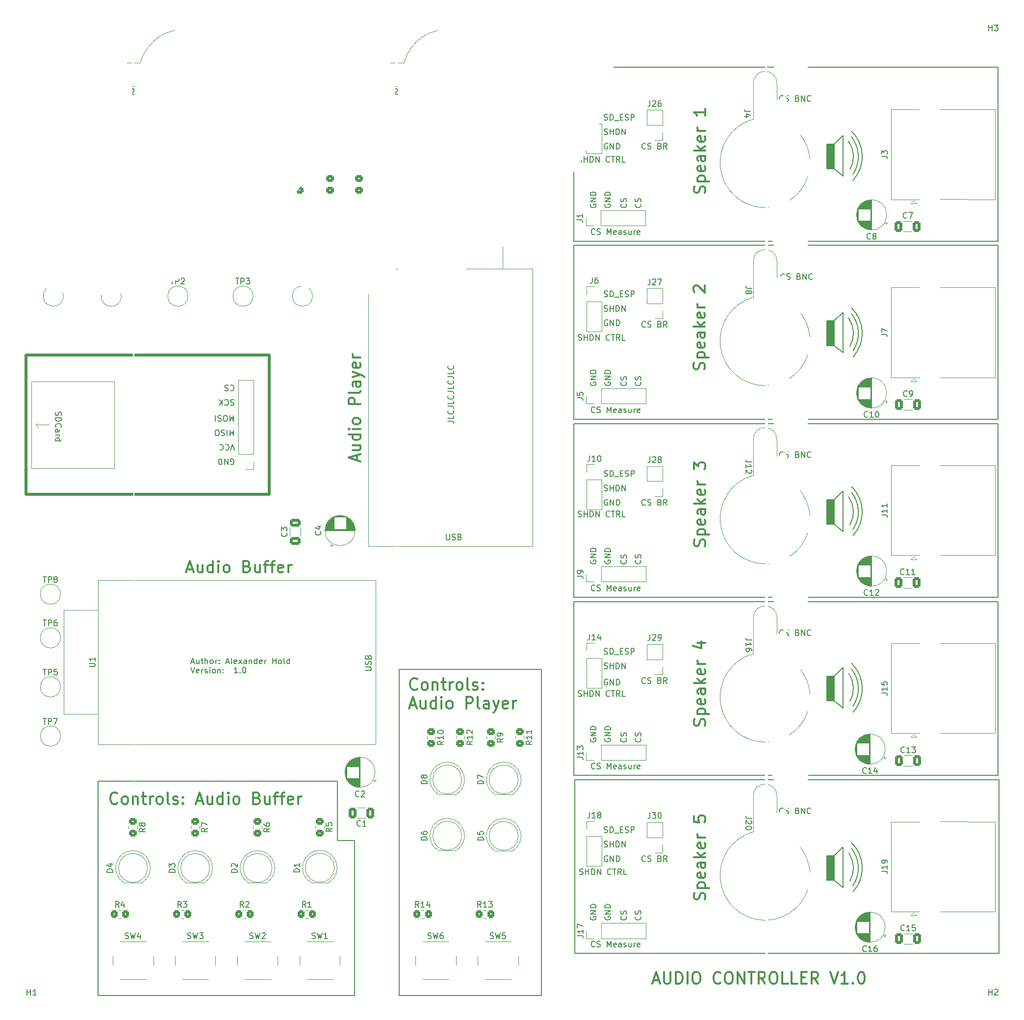
<source format=gto>
G04 #@! TF.GenerationSoftware,KiCad,Pcbnew,7.0.7*
G04 #@! TF.CreationDate,2023-12-01T16:50:22+01:00*
G04 #@! TF.ProjectId,AudioController,41756469-6f43-46f6-9e74-726f6c6c6572,rev?*
G04 #@! TF.SameCoordinates,Original*
G04 #@! TF.FileFunction,Legend,Top*
G04 #@! TF.FilePolarity,Positive*
%FSLAX46Y46*%
G04 Gerber Fmt 4.6, Leading zero omitted, Abs format (unit mm)*
G04 Created by KiCad (PCBNEW 7.0.7) date 2023-12-01 16:50:22*
%MOMM*%
%LPD*%
G01*
G04 APERTURE LIST*
G04 Aperture macros list*
%AMRoundRect*
0 Rectangle with rounded corners*
0 $1 Rounding radius*
0 $2 $3 $4 $5 $6 $7 $8 $9 X,Y pos of 4 corners*
0 Add a 4 corners polygon primitive as box body*
4,1,4,$2,$3,$4,$5,$6,$7,$8,$9,$2,$3,0*
0 Add four circle primitives for the rounded corners*
1,1,$1+$1,$2,$3*
1,1,$1+$1,$4,$5*
1,1,$1+$1,$6,$7*
1,1,$1+$1,$8,$9*
0 Add four rect primitives between the rounded corners*
20,1,$1+$1,$2,$3,$4,$5,0*
20,1,$1+$1,$4,$5,$6,$7,0*
20,1,$1+$1,$6,$7,$8,$9,0*
20,1,$1+$1,$8,$9,$2,$3,0*%
%AMFreePoly0*
4,1,189,0.820284,16.455007,1.362276,16.375243,1.897000,16.256128,2.421603,16.098298,2.933285,15.902596,3.429317,15.670066,3.907053,15.401948,4.363942,15.099673,4.797548,14.764854,5.205556,14.399276,5.585791,14.004891,5.936224,13.583803,6.254984,13.138258,6.540371,12.670634,6.790862,12.183425,7.005121,11.679232,7.182004,11.160743,7.320569,10.630726,7.420075,10.092009,7.479992,9.547465,
7.500000,9.000000,7.479992,8.452535,7.420075,7.907991,7.320569,7.369274,7.182004,6.839257,7.005121,6.320768,6.790862,5.816575,6.540371,5.329366,6.254984,4.861742,5.936224,4.416197,5.585791,3.995109,5.205556,3.600724,4.797548,3.235146,4.363942,2.900327,3.907053,2.598052,3.429317,2.329934,2.933285,2.097404,2.421603,1.901702,1.897000,1.743872,1.500000,1.655436,
1.500000,0.000000,1.479542,-0.246892,1.418726,-0.487049,1.319211,-0.713921,1.183711,-0.921319,1.015922,-1.103586,0.820422,-1.255750,0.602543,-1.373660,0.500000,-1.408862,0.500000,-5.000000,0.479746,-5.140866,0.420627,-5.270320,0.327430,-5.377875,0.207708,-5.454816,0.071157,-5.494911,-0.071157,-5.494911,-0.207708,-5.454816,-0.327430,-5.377875,-0.420627,-5.270320,-0.479746,-5.140866,
-0.500000,-5.000000,-0.500000,-1.408862,-0.602543,-1.373660,-0.820422,-1.255750,-1.015922,-1.103586,-1.183711,-0.921319,-1.319211,-0.713921,-1.418726,-0.487049,-1.479542,-0.246892,-1.500000,0.000000,-1.500000,1.655436,-1.897000,1.743872,-2.421603,1.901702,-2.933285,2.097404,-3.429317,2.329934,-3.907053,2.598052,-4.363942,2.900327,-4.797548,3.235146,-5.205556,3.600724,-5.585791,3.995109,
-5.936224,4.416197,-6.254984,4.861742,-6.540371,5.329366,-6.790862,5.816575,-7.005121,6.320768,-7.182004,6.839257,-7.320569,7.369274,-7.420075,7.907991,-7.479992,8.452535,-7.500000,9.000000,-5.504960,9.000000,-5.485128,8.533147,-5.425776,8.069657,-5.327331,7.612871,-5.190503,7.166079,-5.016276,6.732500,-4.805908,6.315259,-4.560912,5.917361,-4.283056,5.541674,-3.974339,5.190904,
-3.636988,4.867579,-3.273432,4.574028,-2.886291,4.312366,-2.478354,4.084479,-2.052560,3.892008,-1.611978,3.736340,-1.159781,3.618598,-0.699228,3.539628,-0.233637,3.500000,0.233637,3.500000,0.699228,3.539628,1.159781,3.618598,1.611978,3.736340,2.052560,3.892008,2.478354,4.084479,2.886291,4.312366,3.273432,4.574028,3.636988,4.867579,3.974339,5.190904,4.283056,5.541674,
4.560912,5.917361,4.805908,6.315259,5.016276,6.732500,5.190503,7.166079,5.327331,7.612871,5.425776,8.069657,5.485128,8.533147,5.504960,9.000000,5.485128,9.466853,5.425776,9.930343,5.327331,10.387129,5.190503,10.833921,5.016276,11.267500,4.805908,11.684741,4.560912,12.082639,4.283056,12.458326,3.974339,12.809096,3.636988,13.132421,3.273432,13.425972,2.886291,13.687634,
2.478354,13.915521,2.052560,14.107992,1.611978,14.263660,1.159781,14.381402,0.699228,14.460372,0.233637,14.500000,-0.233637,14.500000,-0.699228,14.460372,-1.159781,14.381402,-1.611978,14.263660,-2.052560,14.107992,-2.478354,13.915521,-2.886291,13.687634,-3.273432,13.425972,-3.636988,13.132421,-3.974339,12.809096,-4.283056,12.458326,-4.560912,12.082639,-4.805908,11.684741,-5.016276,11.267500,
-5.190503,10.833921,-5.327331,10.387129,-5.425776,9.930343,-5.485128,9.466853,-5.504960,9.000000,-7.500000,9.000000,-7.479992,9.547465,-7.420075,10.092009,-7.320569,10.630726,-7.182004,11.160743,-7.005121,11.679232,-6.790862,12.183425,-6.540371,12.670634,-6.254984,13.138258,-5.936224,13.583803,-5.585791,14.004891,-5.205556,14.399276,-4.797548,14.764854,-4.363942,15.099673,-3.907053,15.401948,
-3.429317,15.670066,-2.933285,15.902596,-2.421603,16.098298,-1.897000,16.256128,-1.362276,16.375243,-0.820284,16.455007,-0.273915,16.494996,0.273915,16.494996,0.820284,16.455007,0.820284,16.455007,$1*%
%AMFreePoly1*
4,1,39,0.368228,1.454100,0.602543,1.373660,0.820422,1.255750,1.015922,1.103586,1.183711,0.921319,1.319211,0.713921,1.418726,0.487049,1.479542,0.246892,1.500000,0.000000,1.479542,-0.246892,1.418726,-0.487049,1.319211,-0.713921,1.183711,-0.921319,1.015922,-1.103586,0.820422,-1.255750,0.602543,-1.373660,0.368228,-1.454100,0.123869,-1.494877,-0.123869,-1.494877,-0.368228,-1.454100,
-0.602543,-1.373660,-0.820422,-1.255750,-1.015922,-1.103586,-1.183711,-0.921319,-1.319211,-0.713921,-1.418726,-0.487049,-1.479542,-0.246892,-1.500000,0.000000,-1.479542,0.246892,-1.418726,0.487049,-1.319211,0.713921,-1.183711,0.921319,-1.015922,1.103586,-0.820422,1.255750,-0.602543,1.373660,-0.368228,1.454100,-0.123869,1.494877,0.123869,1.494877,0.368228,1.454100,0.368228,1.454100,
$1*%
G04 Aperture macros list end*
%ADD10C,0.150000*%
%ADD11C,0.200000*%
%ADD12C,0.300000*%
%ADD13C,0.120000*%
%ADD14C,0.100000*%
%ADD15C,0.500000*%
%ADD16C,3.000000*%
%ADD17RoundRect,0.250000X-0.350000X-0.450000X0.350000X-0.450000X0.350000X0.450000X-0.350000X0.450000X0*%
%ADD18C,3.200000*%
%ADD19R,1.500000X1.500000*%
%ADD20C,1.500000*%
%ADD21C,2.500000*%
%ADD22RoundRect,0.250000X-0.412500X-0.650000X0.412500X-0.650000X0.412500X0.650000X-0.412500X0.650000X0*%
%ADD23R,1.800000X1.800000*%
%ADD24C,1.800000*%
%ADD25O,1.700000X1.700000*%
%ADD26FreePoly0,270.000000*%
%ADD27FreePoly1,270.000000*%
%ADD28R,1.600000X1.600000*%
%ADD29C,1.600000*%
%ADD30R,1.700000X1.700000*%
%ADD31FreePoly0,180.000000*%
%ADD32FreePoly1,180.000000*%
%ADD33R,2.500000X2.500000*%
%ADD34RoundRect,0.250000X-0.450000X0.350000X-0.450000X-0.350000X0.450000X-0.350000X0.450000X0.350000X0*%
%ADD35C,2.000000*%
%ADD36R,2.000000X1.200000*%
%ADD37O,2.000000X1.200000*%
%ADD38RoundRect,0.250000X0.450000X-0.350000X0.450000X0.350000X-0.450000X0.350000X-0.450000X-0.350000X0*%
%ADD39R,1.200000X2.000000*%
%ADD40O,1.200000X2.000000*%
%ADD41RoundRect,0.250000X0.412500X0.650000X-0.412500X0.650000X-0.412500X-0.650000X0.412500X-0.650000X0*%
%ADD42RoundRect,0.250000X0.650000X-0.412500X0.650000X0.412500X-0.650000X0.412500X-0.650000X-0.412500X0*%
%ADD43R,1.500000X1.000000*%
G04 APERTURE END LIST*
D10*
X203869819Y-122627506D02*
X204584104Y-122627506D01*
X204584104Y-122627506D02*
X204726961Y-122675125D01*
X204726961Y-122675125D02*
X204822200Y-122770363D01*
X204822200Y-122770363D02*
X204869819Y-122913220D01*
X204869819Y-122913220D02*
X204869819Y-123008458D01*
X204869819Y-121675125D02*
X204869819Y-122151315D01*
X204869819Y-122151315D02*
X203869819Y-122151315D01*
X204774580Y-120770363D02*
X204822200Y-120817982D01*
X204822200Y-120817982D02*
X204869819Y-120960839D01*
X204869819Y-120960839D02*
X204869819Y-121056077D01*
X204869819Y-121056077D02*
X204822200Y-121198934D01*
X204822200Y-121198934D02*
X204726961Y-121294172D01*
X204726961Y-121294172D02*
X204631723Y-121341791D01*
X204631723Y-121341791D02*
X204441247Y-121389410D01*
X204441247Y-121389410D02*
X204298390Y-121389410D01*
X204298390Y-121389410D02*
X204107914Y-121341791D01*
X204107914Y-121341791D02*
X204012676Y-121294172D01*
X204012676Y-121294172D02*
X203917438Y-121198934D01*
X203917438Y-121198934D02*
X203869819Y-121056077D01*
X203869819Y-121056077D02*
X203869819Y-120960839D01*
X203869819Y-120960839D02*
X203917438Y-120817982D01*
X203917438Y-120817982D02*
X203965057Y-120770363D01*
X203869819Y-120056077D02*
X204584104Y-120056077D01*
X204584104Y-120056077D02*
X204726961Y-120103696D01*
X204726961Y-120103696D02*
X204822200Y-120198934D01*
X204822200Y-120198934D02*
X204869819Y-120341791D01*
X204869819Y-120341791D02*
X204869819Y-120437029D01*
X204869819Y-119103696D02*
X204869819Y-119579886D01*
X204869819Y-119579886D02*
X203869819Y-119579886D01*
X204774580Y-118198934D02*
X204822200Y-118246553D01*
X204822200Y-118246553D02*
X204869819Y-118389410D01*
X204869819Y-118389410D02*
X204869819Y-118484648D01*
X204869819Y-118484648D02*
X204822200Y-118627505D01*
X204822200Y-118627505D02*
X204726961Y-118722743D01*
X204726961Y-118722743D02*
X204631723Y-118770362D01*
X204631723Y-118770362D02*
X204441247Y-118817981D01*
X204441247Y-118817981D02*
X204298390Y-118817981D01*
X204298390Y-118817981D02*
X204107914Y-118770362D01*
X204107914Y-118770362D02*
X204012676Y-118722743D01*
X204012676Y-118722743D02*
X203917438Y-118627505D01*
X203917438Y-118627505D02*
X203869819Y-118484648D01*
X203869819Y-118484648D02*
X203869819Y-118389410D01*
X203869819Y-118389410D02*
X203917438Y-118246553D01*
X203917438Y-118246553D02*
X203965057Y-118198934D01*
X203869819Y-117484648D02*
X204584104Y-117484648D01*
X204584104Y-117484648D02*
X204726961Y-117532267D01*
X204726961Y-117532267D02*
X204822200Y-117627505D01*
X204822200Y-117627505D02*
X204869819Y-117770362D01*
X204869819Y-117770362D02*
X204869819Y-117865600D01*
X204869819Y-116532267D02*
X204869819Y-117008457D01*
X204869819Y-117008457D02*
X203869819Y-117008457D01*
X204774580Y-115627505D02*
X204822200Y-115675124D01*
X204822200Y-115675124D02*
X204869819Y-115817981D01*
X204869819Y-115817981D02*
X204869819Y-115913219D01*
X204869819Y-115913219D02*
X204822200Y-116056076D01*
X204822200Y-116056076D02*
X204726961Y-116151314D01*
X204726961Y-116151314D02*
X204631723Y-116198933D01*
X204631723Y-116198933D02*
X204441247Y-116246552D01*
X204441247Y-116246552D02*
X204298390Y-116246552D01*
X204298390Y-116246552D02*
X204107914Y-116198933D01*
X204107914Y-116198933D02*
X204012676Y-116151314D01*
X204012676Y-116151314D02*
X203917438Y-116056076D01*
X203917438Y-116056076D02*
X203869819Y-115913219D01*
X203869819Y-115913219D02*
X203869819Y-115817981D01*
X203869819Y-115817981D02*
X203917438Y-115675124D01*
X203917438Y-115675124D02*
X203965057Y-115627505D01*
X203869819Y-114913219D02*
X204584104Y-114913219D01*
X204584104Y-114913219D02*
X204726961Y-114960838D01*
X204726961Y-114960838D02*
X204822200Y-115056076D01*
X204822200Y-115056076D02*
X204869819Y-115198933D01*
X204869819Y-115198933D02*
X204869819Y-115294171D01*
X204869819Y-113960838D02*
X204869819Y-114437028D01*
X204869819Y-114437028D02*
X203869819Y-114437028D01*
X204774580Y-113056076D02*
X204822200Y-113103695D01*
X204822200Y-113103695D02*
X204869819Y-113246552D01*
X204869819Y-113246552D02*
X204869819Y-113341790D01*
X204869819Y-113341790D02*
X204822200Y-113484647D01*
X204822200Y-113484647D02*
X204726961Y-113579885D01*
X204726961Y-113579885D02*
X204631723Y-113627504D01*
X204631723Y-113627504D02*
X204441247Y-113675123D01*
X204441247Y-113675123D02*
X204298390Y-113675123D01*
X204298390Y-113675123D02*
X204107914Y-113627504D01*
X204107914Y-113627504D02*
X204012676Y-113579885D01*
X204012676Y-113579885D02*
X203917438Y-113484647D01*
X203917438Y-113484647D02*
X203869819Y-113341790D01*
X203869819Y-113341790D02*
X203869819Y-113246552D01*
X203869819Y-113246552D02*
X203917438Y-113103695D01*
X203917438Y-113103695D02*
X203965057Y-113056076D01*
X139917438Y-83139411D02*
X139869819Y-83234649D01*
X139869819Y-83234649D02*
X139869819Y-83377506D01*
X139869819Y-83377506D02*
X139917438Y-83520363D01*
X139917438Y-83520363D02*
X140012676Y-83615601D01*
X140012676Y-83615601D02*
X140107914Y-83663220D01*
X140107914Y-83663220D02*
X140298390Y-83710839D01*
X140298390Y-83710839D02*
X140441247Y-83710839D01*
X140441247Y-83710839D02*
X140631723Y-83663220D01*
X140631723Y-83663220D02*
X140726961Y-83615601D01*
X140726961Y-83615601D02*
X140822200Y-83520363D01*
X140822200Y-83520363D02*
X140869819Y-83377506D01*
X140869819Y-83377506D02*
X140869819Y-83282268D01*
X140869819Y-83282268D02*
X140822200Y-83139411D01*
X140822200Y-83139411D02*
X140774580Y-83091792D01*
X140774580Y-83091792D02*
X140441247Y-83091792D01*
X140441247Y-83091792D02*
X140441247Y-83282268D01*
X140869819Y-82663220D02*
X139869819Y-82663220D01*
X139869819Y-82663220D02*
X140869819Y-82091792D01*
X140869819Y-82091792D02*
X139869819Y-82091792D01*
X140869819Y-81615601D02*
X139869819Y-81615601D01*
X139869819Y-81615601D02*
X139869819Y-81377506D01*
X139869819Y-81377506D02*
X139917438Y-81234649D01*
X139917438Y-81234649D02*
X140012676Y-81139411D01*
X140012676Y-81139411D02*
X140107914Y-81091792D01*
X140107914Y-81091792D02*
X140298390Y-81044173D01*
X140298390Y-81044173D02*
X140441247Y-81044173D01*
X140441247Y-81044173D02*
X140631723Y-81091792D01*
X140631723Y-81091792D02*
X140726961Y-81139411D01*
X140726961Y-81139411D02*
X140822200Y-81234649D01*
X140822200Y-81234649D02*
X140869819Y-81377506D01*
X140869819Y-81377506D02*
X140869819Y-81615601D01*
X140119819Y-90937030D02*
X140119819Y-91413220D01*
X140119819Y-91413220D02*
X140596009Y-91460839D01*
X140596009Y-91460839D02*
X140548390Y-91413220D01*
X140548390Y-91413220D02*
X140500771Y-91317982D01*
X140500771Y-91317982D02*
X140500771Y-91079887D01*
X140500771Y-91079887D02*
X140548390Y-90984649D01*
X140548390Y-90984649D02*
X140596009Y-90937030D01*
X140596009Y-90937030D02*
X140691247Y-90889411D01*
X140691247Y-90889411D02*
X140929342Y-90889411D01*
X140929342Y-90889411D02*
X141024580Y-90937030D01*
X141024580Y-90937030D02*
X141072200Y-90984649D01*
X141072200Y-90984649D02*
X141119819Y-91079887D01*
X141119819Y-91079887D02*
X141119819Y-91317982D01*
X141119819Y-91317982D02*
X141072200Y-91413220D01*
X141072200Y-91413220D02*
X141024580Y-91460839D01*
X140119819Y-90603696D02*
X141119819Y-90270363D01*
X141119819Y-90270363D02*
X140119819Y-89937030D01*
X134610588Y-77917438D02*
X134515350Y-77869819D01*
X134515350Y-77869819D02*
X134372493Y-77869819D01*
X134372493Y-77869819D02*
X134229636Y-77917438D01*
X134229636Y-77917438D02*
X134134398Y-78012676D01*
X134134398Y-78012676D02*
X134086779Y-78107914D01*
X134086779Y-78107914D02*
X134039160Y-78298390D01*
X134039160Y-78298390D02*
X134039160Y-78441247D01*
X134039160Y-78441247D02*
X134086779Y-78631723D01*
X134086779Y-78631723D02*
X134134398Y-78726961D01*
X134134398Y-78726961D02*
X134229636Y-78822200D01*
X134229636Y-78822200D02*
X134372493Y-78869819D01*
X134372493Y-78869819D02*
X134467731Y-78869819D01*
X134467731Y-78869819D02*
X134610588Y-78822200D01*
X134610588Y-78822200D02*
X134658207Y-78774580D01*
X134658207Y-78774580D02*
X134658207Y-78441247D01*
X134658207Y-78441247D02*
X134467731Y-78441247D01*
X135086779Y-78869819D02*
X135086779Y-77869819D01*
X135086779Y-77869819D02*
X135658207Y-78869819D01*
X135658207Y-78869819D02*
X135658207Y-77869819D01*
X136134398Y-78869819D02*
X136134398Y-77869819D01*
X136134398Y-77869819D02*
X136372493Y-77869819D01*
X136372493Y-77869819D02*
X136515350Y-77917438D01*
X136515350Y-77917438D02*
X136610588Y-78012676D01*
X136610588Y-78012676D02*
X136658207Y-78107914D01*
X136658207Y-78107914D02*
X136705826Y-78298390D01*
X136705826Y-78298390D02*
X136705826Y-78441247D01*
X136705826Y-78441247D02*
X136658207Y-78631723D01*
X136658207Y-78631723D02*
X136610588Y-78726961D01*
X136610588Y-78726961D02*
X136515350Y-78822200D01*
X136515350Y-78822200D02*
X136372493Y-78869819D01*
X136372493Y-78869819D02*
X136134398Y-78869819D01*
X135062969Y-93369819D02*
X134586779Y-93369819D01*
X134586779Y-93369819D02*
X134539160Y-93846009D01*
X134539160Y-93846009D02*
X134586779Y-93798390D01*
X134586779Y-93798390D02*
X134682017Y-93750771D01*
X134682017Y-93750771D02*
X134920112Y-93750771D01*
X134920112Y-93750771D02*
X135015350Y-93798390D01*
X135015350Y-93798390D02*
X135062969Y-93846009D01*
X135062969Y-93846009D02*
X135110588Y-93941247D01*
X135110588Y-93941247D02*
X135110588Y-94179342D01*
X135110588Y-94179342D02*
X135062969Y-94274580D01*
X135062969Y-94274580D02*
X135015350Y-94322200D01*
X135015350Y-94322200D02*
X134920112Y-94369819D01*
X134920112Y-94369819D02*
X134682017Y-94369819D01*
X134682017Y-94369819D02*
X134586779Y-94322200D01*
X134586779Y-94322200D02*
X134539160Y-94274580D01*
X135396303Y-93369819D02*
X135729636Y-94369819D01*
X135729636Y-94369819D02*
X136062969Y-93369819D01*
X184750000Y-195000000D02*
X187750000Y-195000000D01*
X187750000Y-221750000D01*
X143500000Y-221750000D01*
X143500000Y-184750000D01*
X184750000Y-184750000D01*
X184750000Y-195000000D01*
X269299398Y-166657000D02*
X270549398Y-166657000D01*
X270549398Y-170907000D01*
X269299398Y-170907000D01*
X269299398Y-166657000D01*
G36*
X269299398Y-166657000D02*
G01*
X270549398Y-166657000D01*
X270549398Y-170907000D01*
X269299398Y-170907000D01*
X269299398Y-166657000D01*
G37*
X273794552Y-171822840D02*
G75*
G03*
X273549397Y-165407000I-4495152J3040840D01*
G01*
X273281888Y-171038744D02*
G75*
G03*
X273049397Y-166157000I-3982488J2256744D01*
G01*
X269299398Y-197657000D02*
X270549398Y-197657000D01*
X270549398Y-201907000D01*
X269299398Y-201907000D01*
X269299398Y-197657000D01*
G36*
X269299398Y-197657000D02*
G01*
X270549398Y-197657000D01*
X270549398Y-201907000D01*
X269299398Y-201907000D01*
X269299398Y-197657000D01*
G37*
X270549398Y-136157000D02*
X272049398Y-134657000D01*
X272049398Y-110819028D02*
X270549398Y-109569028D01*
X273819001Y-142377890D02*
G75*
G03*
X273549398Y-133907000I-4519601J4095890D01*
G01*
X273281878Y-79192849D02*
G75*
G03*
X273049397Y-74311111I-3982478J2256749D01*
G01*
X272049398Y-80311110D02*
X270549398Y-79061110D01*
X273819001Y-203877890D02*
G75*
G03*
X273549398Y-195407000I-4519601J4095890D01*
G01*
X273818971Y-111539892D02*
G75*
G03*
X273549397Y-103069029I-4519571J4095892D01*
G01*
X270549398Y-166657000D02*
X272049398Y-165157000D01*
D11*
X225625000Y-92285000D02*
X298875000Y-92285000D01*
X298875000Y-122285000D01*
X225625000Y-122285000D01*
X225625000Y-92285000D01*
D10*
X269299398Y-105319028D02*
X270549398Y-105319028D01*
X270549398Y-109569028D01*
X269299398Y-109569028D01*
X269299398Y-105319028D01*
G36*
X269299398Y-105319028D02*
G01*
X270549398Y-105319028D01*
X270549398Y-109569028D01*
X269299398Y-109569028D01*
X269299398Y-105319028D01*
G37*
X272049398Y-134657000D02*
X272049398Y-141657000D01*
X195500000Y-165500000D02*
X220000000Y-165500000D01*
X220000000Y-221750000D01*
X195500000Y-221750000D01*
X195500000Y-165500000D01*
X272049398Y-165157000D02*
X272049398Y-172157000D01*
X272049398Y-141657000D02*
X270549398Y-140407000D01*
D11*
X225750000Y-184535000D02*
X299000000Y-184535000D01*
X299000000Y-214535000D01*
X225750000Y-214535000D01*
X225750000Y-184535000D01*
D10*
X273794543Y-79976943D02*
G75*
G03*
X273549398Y-73561110I-4495143J3040843D01*
G01*
X269299398Y-74811110D02*
X270549398Y-74811110D01*
X270549398Y-79061110D01*
X269299398Y-79061110D01*
X269299398Y-74811110D01*
G36*
X269299398Y-74811110D02*
G01*
X270549398Y-74811110D01*
X270549398Y-79061110D01*
X269299398Y-79061110D01*
X269299398Y-74811110D01*
G37*
X273794525Y-110484849D02*
G75*
G03*
X273549398Y-104069028I-4495125J3040849D01*
G01*
X273794552Y-141322840D02*
G75*
G03*
X273549397Y-134907000I-4495152J3040840D01*
G01*
X270549398Y-74811110D02*
X272049398Y-73311110D01*
X269299398Y-136157000D02*
X270549398Y-136157000D01*
X270549398Y-140407000D01*
X269299398Y-140407000D01*
X269299398Y-136157000D01*
G36*
X269299398Y-136157000D02*
G01*
X270549398Y-136157000D01*
X270549398Y-140407000D01*
X269299398Y-140407000D01*
X269299398Y-136157000D01*
G37*
X169500000Y-76000000D02*
X191750000Y-76000000D01*
X191750000Y-88500000D01*
X169500000Y-88500000D01*
X169500000Y-76000000D01*
X270549398Y-197657000D02*
X272049398Y-196157000D01*
D11*
X225625000Y-61535000D02*
X298875000Y-61535000D01*
X298875000Y-91535000D01*
X225625000Y-91535000D01*
X225625000Y-61535000D01*
D10*
X270549398Y-105319028D02*
X272049398Y-103819028D01*
D11*
X225625000Y-123035000D02*
X298875000Y-123035000D01*
X298875000Y-153035000D01*
X225625000Y-153035000D01*
X225625000Y-123035000D01*
D10*
X272049398Y-172157000D02*
X270549398Y-170907000D01*
X272049398Y-196157000D02*
X272049398Y-203157000D01*
X272049398Y-103819028D02*
X272049398Y-110819028D01*
X273794552Y-202822840D02*
G75*
G03*
X273549397Y-196407000I-4495152J3040840D01*
G01*
X273281888Y-202038744D02*
G75*
G03*
X273049397Y-197157000I-3982488J2256744D01*
G01*
X272049398Y-203157000D02*
X270549398Y-201907000D01*
X272049398Y-73311110D02*
X272049398Y-80311110D01*
X273281888Y-140538744D02*
G75*
G03*
X273049397Y-135657000I-3982488J2256744D01*
G01*
D11*
X225625000Y-153785000D02*
X298875000Y-153785000D01*
X298875000Y-183785000D01*
X225625000Y-183785000D01*
X225625000Y-153785000D01*
D10*
X273818990Y-81031991D02*
G75*
G03*
X273549397Y-72561111I-4519590J4095891D01*
G01*
X273281862Y-109700757D02*
G75*
G03*
X273049397Y-104819028I-3982462J2256757D01*
G01*
X273819001Y-172877890D02*
G75*
G03*
X273549398Y-164407000I-4519601J4095890D01*
G01*
X189619819Y-165663220D02*
X190429342Y-165663220D01*
X190429342Y-165663220D02*
X190524580Y-165615601D01*
X190524580Y-165615601D02*
X190572200Y-165567982D01*
X190572200Y-165567982D02*
X190619819Y-165472744D01*
X190619819Y-165472744D02*
X190619819Y-165282268D01*
X190619819Y-165282268D02*
X190572200Y-165187030D01*
X190572200Y-165187030D02*
X190524580Y-165139411D01*
X190524580Y-165139411D02*
X190429342Y-165091792D01*
X190429342Y-165091792D02*
X189619819Y-165091792D01*
X190572200Y-164663220D02*
X190619819Y-164520363D01*
X190619819Y-164520363D02*
X190619819Y-164282268D01*
X190619819Y-164282268D02*
X190572200Y-164187030D01*
X190572200Y-164187030D02*
X190524580Y-164139411D01*
X190524580Y-164139411D02*
X190429342Y-164091792D01*
X190429342Y-164091792D02*
X190334104Y-164091792D01*
X190334104Y-164091792D02*
X190238866Y-164139411D01*
X190238866Y-164139411D02*
X190191247Y-164187030D01*
X190191247Y-164187030D02*
X190143628Y-164282268D01*
X190143628Y-164282268D02*
X190096009Y-164472744D01*
X190096009Y-164472744D02*
X190048390Y-164567982D01*
X190048390Y-164567982D02*
X190000771Y-164615601D01*
X190000771Y-164615601D02*
X189905533Y-164663220D01*
X189905533Y-164663220D02*
X189810295Y-164663220D01*
X189810295Y-164663220D02*
X189715057Y-164615601D01*
X189715057Y-164615601D02*
X189667438Y-164567982D01*
X189667438Y-164567982D02*
X189619819Y-164472744D01*
X189619819Y-164472744D02*
X189619819Y-164234649D01*
X189619819Y-164234649D02*
X189667438Y-164091792D01*
X190096009Y-163329887D02*
X190143628Y-163187030D01*
X190143628Y-163187030D02*
X190191247Y-163139411D01*
X190191247Y-163139411D02*
X190286485Y-163091792D01*
X190286485Y-163091792D02*
X190429342Y-163091792D01*
X190429342Y-163091792D02*
X190524580Y-163139411D01*
X190524580Y-163139411D02*
X190572200Y-163187030D01*
X190572200Y-163187030D02*
X190619819Y-163282268D01*
X190619819Y-163282268D02*
X190619819Y-163663220D01*
X190619819Y-163663220D02*
X189619819Y-163663220D01*
X189619819Y-163663220D02*
X189619819Y-163329887D01*
X189619819Y-163329887D02*
X189667438Y-163234649D01*
X189667438Y-163234649D02*
X189715057Y-163187030D01*
X189715057Y-163187030D02*
X189810295Y-163139411D01*
X189810295Y-163139411D02*
X189905533Y-163139411D01*
X189905533Y-163139411D02*
X190000771Y-163187030D01*
X190000771Y-163187030D02*
X190048390Y-163234649D01*
X190048390Y-163234649D02*
X190096009Y-163329887D01*
X190096009Y-163329887D02*
X190096009Y-163663220D01*
D11*
X159572054Y-164221504D02*
X160048244Y-164221504D01*
X159476816Y-164507219D02*
X159810149Y-163507219D01*
X159810149Y-163507219D02*
X160143482Y-164507219D01*
X160905387Y-163840552D02*
X160905387Y-164507219D01*
X160476816Y-163840552D02*
X160476816Y-164364361D01*
X160476816Y-164364361D02*
X160524435Y-164459600D01*
X160524435Y-164459600D02*
X160619673Y-164507219D01*
X160619673Y-164507219D02*
X160762530Y-164507219D01*
X160762530Y-164507219D02*
X160857768Y-164459600D01*
X160857768Y-164459600D02*
X160905387Y-164411980D01*
X161238721Y-163840552D02*
X161619673Y-163840552D01*
X161381578Y-163507219D02*
X161381578Y-164364361D01*
X161381578Y-164364361D02*
X161429197Y-164459600D01*
X161429197Y-164459600D02*
X161524435Y-164507219D01*
X161524435Y-164507219D02*
X161619673Y-164507219D01*
X161953007Y-164507219D02*
X161953007Y-163507219D01*
X162381578Y-164507219D02*
X162381578Y-163983409D01*
X162381578Y-163983409D02*
X162333959Y-163888171D01*
X162333959Y-163888171D02*
X162238721Y-163840552D01*
X162238721Y-163840552D02*
X162095864Y-163840552D01*
X162095864Y-163840552D02*
X162000626Y-163888171D01*
X162000626Y-163888171D02*
X161953007Y-163935790D01*
X163000626Y-164507219D02*
X162905388Y-164459600D01*
X162905388Y-164459600D02*
X162857769Y-164411980D01*
X162857769Y-164411980D02*
X162810150Y-164316742D01*
X162810150Y-164316742D02*
X162810150Y-164031028D01*
X162810150Y-164031028D02*
X162857769Y-163935790D01*
X162857769Y-163935790D02*
X162905388Y-163888171D01*
X162905388Y-163888171D02*
X163000626Y-163840552D01*
X163000626Y-163840552D02*
X163143483Y-163840552D01*
X163143483Y-163840552D02*
X163238721Y-163888171D01*
X163238721Y-163888171D02*
X163286340Y-163935790D01*
X163286340Y-163935790D02*
X163333959Y-164031028D01*
X163333959Y-164031028D02*
X163333959Y-164316742D01*
X163333959Y-164316742D02*
X163286340Y-164411980D01*
X163286340Y-164411980D02*
X163238721Y-164459600D01*
X163238721Y-164459600D02*
X163143483Y-164507219D01*
X163143483Y-164507219D02*
X163000626Y-164507219D01*
X163762531Y-164507219D02*
X163762531Y-163840552D01*
X163762531Y-164031028D02*
X163810150Y-163935790D01*
X163810150Y-163935790D02*
X163857769Y-163888171D01*
X163857769Y-163888171D02*
X163953007Y-163840552D01*
X163953007Y-163840552D02*
X164048245Y-163840552D01*
X164381579Y-164411980D02*
X164429198Y-164459600D01*
X164429198Y-164459600D02*
X164381579Y-164507219D01*
X164381579Y-164507219D02*
X164333960Y-164459600D01*
X164333960Y-164459600D02*
X164381579Y-164411980D01*
X164381579Y-164411980D02*
X164381579Y-164507219D01*
X164381579Y-163888171D02*
X164429198Y-163935790D01*
X164429198Y-163935790D02*
X164381579Y-163983409D01*
X164381579Y-163983409D02*
X164333960Y-163935790D01*
X164333960Y-163935790D02*
X164381579Y-163888171D01*
X164381579Y-163888171D02*
X164381579Y-163983409D01*
X165572055Y-164221504D02*
X166048245Y-164221504D01*
X165476817Y-164507219D02*
X165810150Y-163507219D01*
X165810150Y-163507219D02*
X166143483Y-164507219D01*
X166619674Y-164507219D02*
X166524436Y-164459600D01*
X166524436Y-164459600D02*
X166476817Y-164364361D01*
X166476817Y-164364361D02*
X166476817Y-163507219D01*
X167381579Y-164459600D02*
X167286341Y-164507219D01*
X167286341Y-164507219D02*
X167095865Y-164507219D01*
X167095865Y-164507219D02*
X167000627Y-164459600D01*
X167000627Y-164459600D02*
X166953008Y-164364361D01*
X166953008Y-164364361D02*
X166953008Y-163983409D01*
X166953008Y-163983409D02*
X167000627Y-163888171D01*
X167000627Y-163888171D02*
X167095865Y-163840552D01*
X167095865Y-163840552D02*
X167286341Y-163840552D01*
X167286341Y-163840552D02*
X167381579Y-163888171D01*
X167381579Y-163888171D02*
X167429198Y-163983409D01*
X167429198Y-163983409D02*
X167429198Y-164078647D01*
X167429198Y-164078647D02*
X166953008Y-164173885D01*
X167762532Y-164507219D02*
X168286341Y-163840552D01*
X167762532Y-163840552D02*
X168286341Y-164507219D01*
X169095865Y-164507219D02*
X169095865Y-163983409D01*
X169095865Y-163983409D02*
X169048246Y-163888171D01*
X169048246Y-163888171D02*
X168953008Y-163840552D01*
X168953008Y-163840552D02*
X168762532Y-163840552D01*
X168762532Y-163840552D02*
X168667294Y-163888171D01*
X169095865Y-164459600D02*
X169000627Y-164507219D01*
X169000627Y-164507219D02*
X168762532Y-164507219D01*
X168762532Y-164507219D02*
X168667294Y-164459600D01*
X168667294Y-164459600D02*
X168619675Y-164364361D01*
X168619675Y-164364361D02*
X168619675Y-164269123D01*
X168619675Y-164269123D02*
X168667294Y-164173885D01*
X168667294Y-164173885D02*
X168762532Y-164126266D01*
X168762532Y-164126266D02*
X169000627Y-164126266D01*
X169000627Y-164126266D02*
X169095865Y-164078647D01*
X169572056Y-163840552D02*
X169572056Y-164507219D01*
X169572056Y-163935790D02*
X169619675Y-163888171D01*
X169619675Y-163888171D02*
X169714913Y-163840552D01*
X169714913Y-163840552D02*
X169857770Y-163840552D01*
X169857770Y-163840552D02*
X169953008Y-163888171D01*
X169953008Y-163888171D02*
X170000627Y-163983409D01*
X170000627Y-163983409D02*
X170000627Y-164507219D01*
X170905389Y-164507219D02*
X170905389Y-163507219D01*
X170905389Y-164459600D02*
X170810151Y-164507219D01*
X170810151Y-164507219D02*
X170619675Y-164507219D01*
X170619675Y-164507219D02*
X170524437Y-164459600D01*
X170524437Y-164459600D02*
X170476818Y-164411980D01*
X170476818Y-164411980D02*
X170429199Y-164316742D01*
X170429199Y-164316742D02*
X170429199Y-164031028D01*
X170429199Y-164031028D02*
X170476818Y-163935790D01*
X170476818Y-163935790D02*
X170524437Y-163888171D01*
X170524437Y-163888171D02*
X170619675Y-163840552D01*
X170619675Y-163840552D02*
X170810151Y-163840552D01*
X170810151Y-163840552D02*
X170905389Y-163888171D01*
X171762532Y-164459600D02*
X171667294Y-164507219D01*
X171667294Y-164507219D02*
X171476818Y-164507219D01*
X171476818Y-164507219D02*
X171381580Y-164459600D01*
X171381580Y-164459600D02*
X171333961Y-164364361D01*
X171333961Y-164364361D02*
X171333961Y-163983409D01*
X171333961Y-163983409D02*
X171381580Y-163888171D01*
X171381580Y-163888171D02*
X171476818Y-163840552D01*
X171476818Y-163840552D02*
X171667294Y-163840552D01*
X171667294Y-163840552D02*
X171762532Y-163888171D01*
X171762532Y-163888171D02*
X171810151Y-163983409D01*
X171810151Y-163983409D02*
X171810151Y-164078647D01*
X171810151Y-164078647D02*
X171333961Y-164173885D01*
X172238723Y-164507219D02*
X172238723Y-163840552D01*
X172238723Y-164031028D02*
X172286342Y-163935790D01*
X172286342Y-163935790D02*
X172333961Y-163888171D01*
X172333961Y-163888171D02*
X172429199Y-163840552D01*
X172429199Y-163840552D02*
X172524437Y-163840552D01*
X173619676Y-164507219D02*
X173619676Y-163507219D01*
X173619676Y-163983409D02*
X174191104Y-163983409D01*
X174191104Y-164507219D02*
X174191104Y-163507219D01*
X174810152Y-164507219D02*
X174714914Y-164459600D01*
X174714914Y-164459600D02*
X174667295Y-164411980D01*
X174667295Y-164411980D02*
X174619676Y-164316742D01*
X174619676Y-164316742D02*
X174619676Y-164031028D01*
X174619676Y-164031028D02*
X174667295Y-163935790D01*
X174667295Y-163935790D02*
X174714914Y-163888171D01*
X174714914Y-163888171D02*
X174810152Y-163840552D01*
X174810152Y-163840552D02*
X174953009Y-163840552D01*
X174953009Y-163840552D02*
X175048247Y-163888171D01*
X175048247Y-163888171D02*
X175095866Y-163935790D01*
X175095866Y-163935790D02*
X175143485Y-164031028D01*
X175143485Y-164031028D02*
X175143485Y-164316742D01*
X175143485Y-164316742D02*
X175095866Y-164411980D01*
X175095866Y-164411980D02*
X175048247Y-164459600D01*
X175048247Y-164459600D02*
X174953009Y-164507219D01*
X174953009Y-164507219D02*
X174810152Y-164507219D01*
X175714914Y-164507219D02*
X175619676Y-164459600D01*
X175619676Y-164459600D02*
X175572057Y-164364361D01*
X175572057Y-164364361D02*
X175572057Y-163507219D01*
X176524438Y-164507219D02*
X176524438Y-163507219D01*
X176524438Y-164459600D02*
X176429200Y-164507219D01*
X176429200Y-164507219D02*
X176238724Y-164507219D01*
X176238724Y-164507219D02*
X176143486Y-164459600D01*
X176143486Y-164459600D02*
X176095867Y-164411980D01*
X176095867Y-164411980D02*
X176048248Y-164316742D01*
X176048248Y-164316742D02*
X176048248Y-164031028D01*
X176048248Y-164031028D02*
X176095867Y-163935790D01*
X176095867Y-163935790D02*
X176143486Y-163888171D01*
X176143486Y-163888171D02*
X176238724Y-163840552D01*
X176238724Y-163840552D02*
X176429200Y-163840552D01*
X176429200Y-163840552D02*
X176524438Y-163888171D01*
X159476816Y-165117219D02*
X159810149Y-166117219D01*
X159810149Y-166117219D02*
X160143482Y-165117219D01*
X160857768Y-166069600D02*
X160762530Y-166117219D01*
X160762530Y-166117219D02*
X160572054Y-166117219D01*
X160572054Y-166117219D02*
X160476816Y-166069600D01*
X160476816Y-166069600D02*
X160429197Y-165974361D01*
X160429197Y-165974361D02*
X160429197Y-165593409D01*
X160429197Y-165593409D02*
X160476816Y-165498171D01*
X160476816Y-165498171D02*
X160572054Y-165450552D01*
X160572054Y-165450552D02*
X160762530Y-165450552D01*
X160762530Y-165450552D02*
X160857768Y-165498171D01*
X160857768Y-165498171D02*
X160905387Y-165593409D01*
X160905387Y-165593409D02*
X160905387Y-165688647D01*
X160905387Y-165688647D02*
X160429197Y-165783885D01*
X161333959Y-166117219D02*
X161333959Y-165450552D01*
X161333959Y-165641028D02*
X161381578Y-165545790D01*
X161381578Y-165545790D02*
X161429197Y-165498171D01*
X161429197Y-165498171D02*
X161524435Y-165450552D01*
X161524435Y-165450552D02*
X161619673Y-165450552D01*
X161905388Y-166069600D02*
X162000626Y-166117219D01*
X162000626Y-166117219D02*
X162191102Y-166117219D01*
X162191102Y-166117219D02*
X162286340Y-166069600D01*
X162286340Y-166069600D02*
X162333959Y-165974361D01*
X162333959Y-165974361D02*
X162333959Y-165926742D01*
X162333959Y-165926742D02*
X162286340Y-165831504D01*
X162286340Y-165831504D02*
X162191102Y-165783885D01*
X162191102Y-165783885D02*
X162048245Y-165783885D01*
X162048245Y-165783885D02*
X161953007Y-165736266D01*
X161953007Y-165736266D02*
X161905388Y-165641028D01*
X161905388Y-165641028D02*
X161905388Y-165593409D01*
X161905388Y-165593409D02*
X161953007Y-165498171D01*
X161953007Y-165498171D02*
X162048245Y-165450552D01*
X162048245Y-165450552D02*
X162191102Y-165450552D01*
X162191102Y-165450552D02*
X162286340Y-165498171D01*
X162762531Y-166117219D02*
X162762531Y-165450552D01*
X162762531Y-165117219D02*
X162714912Y-165164838D01*
X162714912Y-165164838D02*
X162762531Y-165212457D01*
X162762531Y-165212457D02*
X162810150Y-165164838D01*
X162810150Y-165164838D02*
X162762531Y-165117219D01*
X162762531Y-165117219D02*
X162762531Y-165212457D01*
X163381578Y-166117219D02*
X163286340Y-166069600D01*
X163286340Y-166069600D02*
X163238721Y-166021980D01*
X163238721Y-166021980D02*
X163191102Y-165926742D01*
X163191102Y-165926742D02*
X163191102Y-165641028D01*
X163191102Y-165641028D02*
X163238721Y-165545790D01*
X163238721Y-165545790D02*
X163286340Y-165498171D01*
X163286340Y-165498171D02*
X163381578Y-165450552D01*
X163381578Y-165450552D02*
X163524435Y-165450552D01*
X163524435Y-165450552D02*
X163619673Y-165498171D01*
X163619673Y-165498171D02*
X163667292Y-165545790D01*
X163667292Y-165545790D02*
X163714911Y-165641028D01*
X163714911Y-165641028D02*
X163714911Y-165926742D01*
X163714911Y-165926742D02*
X163667292Y-166021980D01*
X163667292Y-166021980D02*
X163619673Y-166069600D01*
X163619673Y-166069600D02*
X163524435Y-166117219D01*
X163524435Y-166117219D02*
X163381578Y-166117219D01*
X164143483Y-165450552D02*
X164143483Y-166117219D01*
X164143483Y-165545790D02*
X164191102Y-165498171D01*
X164191102Y-165498171D02*
X164286340Y-165450552D01*
X164286340Y-165450552D02*
X164429197Y-165450552D01*
X164429197Y-165450552D02*
X164524435Y-165498171D01*
X164524435Y-165498171D02*
X164572054Y-165593409D01*
X164572054Y-165593409D02*
X164572054Y-166117219D01*
X165048245Y-166021980D02*
X165095864Y-166069600D01*
X165095864Y-166069600D02*
X165048245Y-166117219D01*
X165048245Y-166117219D02*
X165000626Y-166069600D01*
X165000626Y-166069600D02*
X165048245Y-166021980D01*
X165048245Y-166021980D02*
X165048245Y-166117219D01*
X165048245Y-165498171D02*
X165095864Y-165545790D01*
X165095864Y-165545790D02*
X165048245Y-165593409D01*
X165048245Y-165593409D02*
X165000626Y-165545790D01*
X165000626Y-165545790D02*
X165048245Y-165498171D01*
X165048245Y-165498171D02*
X165048245Y-165593409D01*
X167572054Y-166117219D02*
X167000626Y-166117219D01*
X167286340Y-166117219D02*
X167286340Y-165117219D01*
X167286340Y-165117219D02*
X167191102Y-165260076D01*
X167191102Y-165260076D02*
X167095864Y-165355314D01*
X167095864Y-165355314D02*
X167000626Y-165402933D01*
X168000626Y-166021980D02*
X168048245Y-166069600D01*
X168048245Y-166069600D02*
X168000626Y-166117219D01*
X168000626Y-166117219D02*
X167953007Y-166069600D01*
X167953007Y-166069600D02*
X168000626Y-166021980D01*
X168000626Y-166021980D02*
X168000626Y-166117219D01*
X168667292Y-165117219D02*
X168762530Y-165117219D01*
X168762530Y-165117219D02*
X168857768Y-165164838D01*
X168857768Y-165164838D02*
X168905387Y-165212457D01*
X168905387Y-165212457D02*
X168953006Y-165307695D01*
X168953006Y-165307695D02*
X169000625Y-165498171D01*
X169000625Y-165498171D02*
X169000625Y-165736266D01*
X169000625Y-165736266D02*
X168953006Y-165926742D01*
X168953006Y-165926742D02*
X168905387Y-166021980D01*
X168905387Y-166021980D02*
X168857768Y-166069600D01*
X168857768Y-166069600D02*
X168762530Y-166117219D01*
X168762530Y-166117219D02*
X168667292Y-166117219D01*
X168667292Y-166117219D02*
X168572054Y-166069600D01*
X168572054Y-166069600D02*
X168524435Y-166021980D01*
X168524435Y-166021980D02*
X168476816Y-165926742D01*
X168476816Y-165926742D02*
X168429197Y-165736266D01*
X168429197Y-165736266D02*
X168429197Y-165498171D01*
X168429197Y-165498171D02*
X168476816Y-165307695D01*
X168476816Y-165307695D02*
X168524435Y-165212457D01*
X168524435Y-165212457D02*
X168572054Y-165164838D01*
X168572054Y-165164838D02*
X168667292Y-165117219D01*
D10*
X226358160Y-139104200D02*
X226501017Y-139151819D01*
X226501017Y-139151819D02*
X226739112Y-139151819D01*
X226739112Y-139151819D02*
X226834350Y-139104200D01*
X226834350Y-139104200D02*
X226881969Y-139056580D01*
X226881969Y-139056580D02*
X226929588Y-138961342D01*
X226929588Y-138961342D02*
X226929588Y-138866104D01*
X226929588Y-138866104D02*
X226881969Y-138770866D01*
X226881969Y-138770866D02*
X226834350Y-138723247D01*
X226834350Y-138723247D02*
X226739112Y-138675628D01*
X226739112Y-138675628D02*
X226548636Y-138628009D01*
X226548636Y-138628009D02*
X226453398Y-138580390D01*
X226453398Y-138580390D02*
X226405779Y-138532771D01*
X226405779Y-138532771D02*
X226358160Y-138437533D01*
X226358160Y-138437533D02*
X226358160Y-138342295D01*
X226358160Y-138342295D02*
X226405779Y-138247057D01*
X226405779Y-138247057D02*
X226453398Y-138199438D01*
X226453398Y-138199438D02*
X226548636Y-138151819D01*
X226548636Y-138151819D02*
X226786731Y-138151819D01*
X226786731Y-138151819D02*
X226929588Y-138199438D01*
X227358160Y-139151819D02*
X227358160Y-138151819D01*
X227358160Y-138628009D02*
X227929588Y-138628009D01*
X227929588Y-139151819D02*
X227929588Y-138151819D01*
X228405779Y-139151819D02*
X228405779Y-138151819D01*
X228405779Y-138151819D02*
X228643874Y-138151819D01*
X228643874Y-138151819D02*
X228786731Y-138199438D01*
X228786731Y-138199438D02*
X228881969Y-138294676D01*
X228881969Y-138294676D02*
X228929588Y-138389914D01*
X228929588Y-138389914D02*
X228977207Y-138580390D01*
X228977207Y-138580390D02*
X228977207Y-138723247D01*
X228977207Y-138723247D02*
X228929588Y-138913723D01*
X228929588Y-138913723D02*
X228881969Y-139008961D01*
X228881969Y-139008961D02*
X228786731Y-139104200D01*
X228786731Y-139104200D02*
X228643874Y-139151819D01*
X228643874Y-139151819D02*
X228405779Y-139151819D01*
X229405779Y-139151819D02*
X229405779Y-138151819D01*
X229405779Y-138151819D02*
X229977207Y-139151819D01*
X229977207Y-139151819D02*
X229977207Y-138151819D01*
X231786731Y-139056580D02*
X231739112Y-139104200D01*
X231739112Y-139104200D02*
X231596255Y-139151819D01*
X231596255Y-139151819D02*
X231501017Y-139151819D01*
X231501017Y-139151819D02*
X231358160Y-139104200D01*
X231358160Y-139104200D02*
X231262922Y-139008961D01*
X231262922Y-139008961D02*
X231215303Y-138913723D01*
X231215303Y-138913723D02*
X231167684Y-138723247D01*
X231167684Y-138723247D02*
X231167684Y-138580390D01*
X231167684Y-138580390D02*
X231215303Y-138389914D01*
X231215303Y-138389914D02*
X231262922Y-138294676D01*
X231262922Y-138294676D02*
X231358160Y-138199438D01*
X231358160Y-138199438D02*
X231501017Y-138151819D01*
X231501017Y-138151819D02*
X231596255Y-138151819D01*
X231596255Y-138151819D02*
X231739112Y-138199438D01*
X231739112Y-138199438D02*
X231786731Y-138247057D01*
X232072446Y-138151819D02*
X232643874Y-138151819D01*
X232358160Y-139151819D02*
X232358160Y-138151819D01*
X233548636Y-139151819D02*
X233215303Y-138675628D01*
X232977208Y-139151819D02*
X232977208Y-138151819D01*
X232977208Y-138151819D02*
X233358160Y-138151819D01*
X233358160Y-138151819D02*
X233453398Y-138199438D01*
X233453398Y-138199438D02*
X233501017Y-138247057D01*
X233501017Y-138247057D02*
X233548636Y-138342295D01*
X233548636Y-138342295D02*
X233548636Y-138485152D01*
X233548636Y-138485152D02*
X233501017Y-138580390D01*
X233501017Y-138580390D02*
X233453398Y-138628009D01*
X233453398Y-138628009D02*
X233358160Y-138675628D01*
X233358160Y-138675628D02*
X232977208Y-138675628D01*
X234453398Y-139151819D02*
X233977208Y-139151819D01*
X233977208Y-139151819D02*
X233977208Y-138151819D01*
X228486438Y-85171411D02*
X228438819Y-85266649D01*
X228438819Y-85266649D02*
X228438819Y-85409506D01*
X228438819Y-85409506D02*
X228486438Y-85552363D01*
X228486438Y-85552363D02*
X228581676Y-85647601D01*
X228581676Y-85647601D02*
X228676914Y-85695220D01*
X228676914Y-85695220D02*
X228867390Y-85742839D01*
X228867390Y-85742839D02*
X229010247Y-85742839D01*
X229010247Y-85742839D02*
X229200723Y-85695220D01*
X229200723Y-85695220D02*
X229295961Y-85647601D01*
X229295961Y-85647601D02*
X229391200Y-85552363D01*
X229391200Y-85552363D02*
X229438819Y-85409506D01*
X229438819Y-85409506D02*
X229438819Y-85314268D01*
X229438819Y-85314268D02*
X229391200Y-85171411D01*
X229391200Y-85171411D02*
X229343580Y-85123792D01*
X229343580Y-85123792D02*
X229010247Y-85123792D01*
X229010247Y-85123792D02*
X229010247Y-85314268D01*
X229438819Y-84695220D02*
X228438819Y-84695220D01*
X228438819Y-84695220D02*
X229438819Y-84123792D01*
X229438819Y-84123792D02*
X228438819Y-84123792D01*
X229438819Y-83647601D02*
X228438819Y-83647601D01*
X228438819Y-83647601D02*
X228438819Y-83409506D01*
X228438819Y-83409506D02*
X228486438Y-83266649D01*
X228486438Y-83266649D02*
X228581676Y-83171411D01*
X228581676Y-83171411D02*
X228676914Y-83123792D01*
X228676914Y-83123792D02*
X228867390Y-83076173D01*
X228867390Y-83076173D02*
X229010247Y-83076173D01*
X229010247Y-83076173D02*
X229200723Y-83123792D01*
X229200723Y-83123792D02*
X229295961Y-83171411D01*
X229295961Y-83171411D02*
X229391200Y-83266649D01*
X229391200Y-83266649D02*
X229438819Y-83409506D01*
X229438819Y-83409506D02*
X229438819Y-83647601D01*
X231429588Y-105199438D02*
X231334350Y-105151819D01*
X231334350Y-105151819D02*
X231191493Y-105151819D01*
X231191493Y-105151819D02*
X231048636Y-105199438D01*
X231048636Y-105199438D02*
X230953398Y-105294676D01*
X230953398Y-105294676D02*
X230905779Y-105389914D01*
X230905779Y-105389914D02*
X230858160Y-105580390D01*
X230858160Y-105580390D02*
X230858160Y-105723247D01*
X230858160Y-105723247D02*
X230905779Y-105913723D01*
X230905779Y-105913723D02*
X230953398Y-106008961D01*
X230953398Y-106008961D02*
X231048636Y-106104200D01*
X231048636Y-106104200D02*
X231191493Y-106151819D01*
X231191493Y-106151819D02*
X231286731Y-106151819D01*
X231286731Y-106151819D02*
X231429588Y-106104200D01*
X231429588Y-106104200D02*
X231477207Y-106056580D01*
X231477207Y-106056580D02*
X231477207Y-105723247D01*
X231477207Y-105723247D02*
X231286731Y-105723247D01*
X231905779Y-106151819D02*
X231905779Y-105151819D01*
X231905779Y-105151819D02*
X232477207Y-106151819D01*
X232477207Y-106151819D02*
X232477207Y-105151819D01*
X232953398Y-106151819D02*
X232953398Y-105151819D01*
X232953398Y-105151819D02*
X233191493Y-105151819D01*
X233191493Y-105151819D02*
X233334350Y-105199438D01*
X233334350Y-105199438D02*
X233429588Y-105294676D01*
X233429588Y-105294676D02*
X233477207Y-105389914D01*
X233477207Y-105389914D02*
X233524826Y-105580390D01*
X233524826Y-105580390D02*
X233524826Y-105723247D01*
X233524826Y-105723247D02*
X233477207Y-105913723D01*
X233477207Y-105913723D02*
X233429588Y-106008961D01*
X233429588Y-106008961D02*
X233334350Y-106104200D01*
X233334350Y-106104200D02*
X233191493Y-106151819D01*
X233191493Y-106151819D02*
X232953398Y-106151819D01*
X237977207Y-75556580D02*
X237929588Y-75604200D01*
X237929588Y-75604200D02*
X237786731Y-75651819D01*
X237786731Y-75651819D02*
X237691493Y-75651819D01*
X237691493Y-75651819D02*
X237548636Y-75604200D01*
X237548636Y-75604200D02*
X237453398Y-75508961D01*
X237453398Y-75508961D02*
X237405779Y-75413723D01*
X237405779Y-75413723D02*
X237358160Y-75223247D01*
X237358160Y-75223247D02*
X237358160Y-75080390D01*
X237358160Y-75080390D02*
X237405779Y-74889914D01*
X237405779Y-74889914D02*
X237453398Y-74794676D01*
X237453398Y-74794676D02*
X237548636Y-74699438D01*
X237548636Y-74699438D02*
X237691493Y-74651819D01*
X237691493Y-74651819D02*
X237786731Y-74651819D01*
X237786731Y-74651819D02*
X237929588Y-74699438D01*
X237929588Y-74699438D02*
X237977207Y-74747057D01*
X238358160Y-75604200D02*
X238501017Y-75651819D01*
X238501017Y-75651819D02*
X238739112Y-75651819D01*
X238739112Y-75651819D02*
X238834350Y-75604200D01*
X238834350Y-75604200D02*
X238881969Y-75556580D01*
X238881969Y-75556580D02*
X238929588Y-75461342D01*
X238929588Y-75461342D02*
X238929588Y-75366104D01*
X238929588Y-75366104D02*
X238881969Y-75270866D01*
X238881969Y-75270866D02*
X238834350Y-75223247D01*
X238834350Y-75223247D02*
X238739112Y-75175628D01*
X238739112Y-75175628D02*
X238548636Y-75128009D01*
X238548636Y-75128009D02*
X238453398Y-75080390D01*
X238453398Y-75080390D02*
X238405779Y-75032771D01*
X238405779Y-75032771D02*
X238358160Y-74937533D01*
X238358160Y-74937533D02*
X238358160Y-74842295D01*
X238358160Y-74842295D02*
X238405779Y-74747057D01*
X238405779Y-74747057D02*
X238453398Y-74699438D01*
X238453398Y-74699438D02*
X238548636Y-74651819D01*
X238548636Y-74651819D02*
X238786731Y-74651819D01*
X238786731Y-74651819D02*
X238929588Y-74699438D01*
X240453398Y-75128009D02*
X240596255Y-75175628D01*
X240596255Y-75175628D02*
X240643874Y-75223247D01*
X240643874Y-75223247D02*
X240691493Y-75318485D01*
X240691493Y-75318485D02*
X240691493Y-75461342D01*
X240691493Y-75461342D02*
X240643874Y-75556580D01*
X240643874Y-75556580D02*
X240596255Y-75604200D01*
X240596255Y-75604200D02*
X240501017Y-75651819D01*
X240501017Y-75651819D02*
X240120065Y-75651819D01*
X240120065Y-75651819D02*
X240120065Y-74651819D01*
X240120065Y-74651819D02*
X240453398Y-74651819D01*
X240453398Y-74651819D02*
X240548636Y-74699438D01*
X240548636Y-74699438D02*
X240596255Y-74747057D01*
X240596255Y-74747057D02*
X240643874Y-74842295D01*
X240643874Y-74842295D02*
X240643874Y-74937533D01*
X240643874Y-74937533D02*
X240596255Y-75032771D01*
X240596255Y-75032771D02*
X240548636Y-75080390D01*
X240548636Y-75080390D02*
X240453398Y-75128009D01*
X240453398Y-75128009D02*
X240120065Y-75128009D01*
X241691493Y-75651819D02*
X241358160Y-75175628D01*
X241120065Y-75651819D02*
X241120065Y-74651819D01*
X241120065Y-74651819D02*
X241501017Y-74651819D01*
X241501017Y-74651819D02*
X241596255Y-74699438D01*
X241596255Y-74699438D02*
X241643874Y-74747057D01*
X241643874Y-74747057D02*
X241691493Y-74842295D01*
X241691493Y-74842295D02*
X241691493Y-74985152D01*
X241691493Y-74985152D02*
X241643874Y-75080390D01*
X241643874Y-75080390D02*
X241596255Y-75128009D01*
X241596255Y-75128009D02*
X241501017Y-75175628D01*
X241501017Y-75175628D02*
X241120065Y-75175628D01*
X261977207Y-98056580D02*
X261929588Y-98104200D01*
X261929588Y-98104200D02*
X261786731Y-98151819D01*
X261786731Y-98151819D02*
X261691493Y-98151819D01*
X261691493Y-98151819D02*
X261548636Y-98104200D01*
X261548636Y-98104200D02*
X261453398Y-98008961D01*
X261453398Y-98008961D02*
X261405779Y-97913723D01*
X261405779Y-97913723D02*
X261358160Y-97723247D01*
X261358160Y-97723247D02*
X261358160Y-97580390D01*
X261358160Y-97580390D02*
X261405779Y-97389914D01*
X261405779Y-97389914D02*
X261453398Y-97294676D01*
X261453398Y-97294676D02*
X261548636Y-97199438D01*
X261548636Y-97199438D02*
X261691493Y-97151819D01*
X261691493Y-97151819D02*
X261786731Y-97151819D01*
X261786731Y-97151819D02*
X261929588Y-97199438D01*
X261929588Y-97199438D02*
X261977207Y-97247057D01*
X262358160Y-98104200D02*
X262501017Y-98151819D01*
X262501017Y-98151819D02*
X262739112Y-98151819D01*
X262739112Y-98151819D02*
X262834350Y-98104200D01*
X262834350Y-98104200D02*
X262881969Y-98056580D01*
X262881969Y-98056580D02*
X262929588Y-97961342D01*
X262929588Y-97961342D02*
X262929588Y-97866104D01*
X262929588Y-97866104D02*
X262881969Y-97770866D01*
X262881969Y-97770866D02*
X262834350Y-97723247D01*
X262834350Y-97723247D02*
X262739112Y-97675628D01*
X262739112Y-97675628D02*
X262548636Y-97628009D01*
X262548636Y-97628009D02*
X262453398Y-97580390D01*
X262453398Y-97580390D02*
X262405779Y-97532771D01*
X262405779Y-97532771D02*
X262358160Y-97437533D01*
X262358160Y-97437533D02*
X262358160Y-97342295D01*
X262358160Y-97342295D02*
X262405779Y-97247057D01*
X262405779Y-97247057D02*
X262453398Y-97199438D01*
X262453398Y-97199438D02*
X262548636Y-97151819D01*
X262548636Y-97151819D02*
X262786731Y-97151819D01*
X262786731Y-97151819D02*
X262929588Y-97199438D01*
X264453398Y-97628009D02*
X264596255Y-97675628D01*
X264596255Y-97675628D02*
X264643874Y-97723247D01*
X264643874Y-97723247D02*
X264691493Y-97818485D01*
X264691493Y-97818485D02*
X264691493Y-97961342D01*
X264691493Y-97961342D02*
X264643874Y-98056580D01*
X264643874Y-98056580D02*
X264596255Y-98104200D01*
X264596255Y-98104200D02*
X264501017Y-98151819D01*
X264501017Y-98151819D02*
X264120065Y-98151819D01*
X264120065Y-98151819D02*
X264120065Y-97151819D01*
X264120065Y-97151819D02*
X264453398Y-97151819D01*
X264453398Y-97151819D02*
X264548636Y-97199438D01*
X264548636Y-97199438D02*
X264596255Y-97247057D01*
X264596255Y-97247057D02*
X264643874Y-97342295D01*
X264643874Y-97342295D02*
X264643874Y-97437533D01*
X264643874Y-97437533D02*
X264596255Y-97532771D01*
X264596255Y-97532771D02*
X264548636Y-97580390D01*
X264548636Y-97580390D02*
X264453398Y-97628009D01*
X264453398Y-97628009D02*
X264120065Y-97628009D01*
X265120065Y-98151819D02*
X265120065Y-97151819D01*
X265120065Y-97151819D02*
X265691493Y-98151819D01*
X265691493Y-98151819D02*
X265691493Y-97151819D01*
X266739112Y-98056580D02*
X266691493Y-98104200D01*
X266691493Y-98104200D02*
X266548636Y-98151819D01*
X266548636Y-98151819D02*
X266453398Y-98151819D01*
X266453398Y-98151819D02*
X266310541Y-98104200D01*
X266310541Y-98104200D02*
X266215303Y-98008961D01*
X266215303Y-98008961D02*
X266167684Y-97913723D01*
X266167684Y-97913723D02*
X266120065Y-97723247D01*
X266120065Y-97723247D02*
X266120065Y-97580390D01*
X266120065Y-97580390D02*
X266167684Y-97389914D01*
X266167684Y-97389914D02*
X266215303Y-97294676D01*
X266215303Y-97294676D02*
X266310541Y-97199438D01*
X266310541Y-97199438D02*
X266453398Y-97151819D01*
X266453398Y-97151819D02*
X266548636Y-97151819D01*
X266548636Y-97151819D02*
X266691493Y-97199438D01*
X266691493Y-97199438D02*
X266739112Y-97247057D01*
X230858160Y-162822200D02*
X231001017Y-162869819D01*
X231001017Y-162869819D02*
X231239112Y-162869819D01*
X231239112Y-162869819D02*
X231334350Y-162822200D01*
X231334350Y-162822200D02*
X231381969Y-162774580D01*
X231381969Y-162774580D02*
X231429588Y-162679342D01*
X231429588Y-162679342D02*
X231429588Y-162584104D01*
X231429588Y-162584104D02*
X231381969Y-162488866D01*
X231381969Y-162488866D02*
X231334350Y-162441247D01*
X231334350Y-162441247D02*
X231239112Y-162393628D01*
X231239112Y-162393628D02*
X231048636Y-162346009D01*
X231048636Y-162346009D02*
X230953398Y-162298390D01*
X230953398Y-162298390D02*
X230905779Y-162250771D01*
X230905779Y-162250771D02*
X230858160Y-162155533D01*
X230858160Y-162155533D02*
X230858160Y-162060295D01*
X230858160Y-162060295D02*
X230905779Y-161965057D01*
X230905779Y-161965057D02*
X230953398Y-161917438D01*
X230953398Y-161917438D02*
X231048636Y-161869819D01*
X231048636Y-161869819D02*
X231286731Y-161869819D01*
X231286731Y-161869819D02*
X231429588Y-161917438D01*
X231858160Y-162869819D02*
X231858160Y-161869819D01*
X231858160Y-161869819D02*
X232096255Y-161869819D01*
X232096255Y-161869819D02*
X232239112Y-161917438D01*
X232239112Y-161917438D02*
X232334350Y-162012676D01*
X232334350Y-162012676D02*
X232381969Y-162107914D01*
X232381969Y-162107914D02*
X232429588Y-162298390D01*
X232429588Y-162298390D02*
X232429588Y-162441247D01*
X232429588Y-162441247D02*
X232381969Y-162631723D01*
X232381969Y-162631723D02*
X232334350Y-162726961D01*
X232334350Y-162726961D02*
X232239112Y-162822200D01*
X232239112Y-162822200D02*
X232096255Y-162869819D01*
X232096255Y-162869819D02*
X231858160Y-162869819D01*
X232620065Y-162965057D02*
X233381969Y-162965057D01*
X233620065Y-162346009D02*
X233953398Y-162346009D01*
X234096255Y-162869819D02*
X233620065Y-162869819D01*
X233620065Y-162869819D02*
X233620065Y-161869819D01*
X233620065Y-161869819D02*
X234096255Y-161869819D01*
X234477208Y-162822200D02*
X234620065Y-162869819D01*
X234620065Y-162869819D02*
X234858160Y-162869819D01*
X234858160Y-162869819D02*
X234953398Y-162822200D01*
X234953398Y-162822200D02*
X235001017Y-162774580D01*
X235001017Y-162774580D02*
X235048636Y-162679342D01*
X235048636Y-162679342D02*
X235048636Y-162584104D01*
X235048636Y-162584104D02*
X235001017Y-162488866D01*
X235001017Y-162488866D02*
X234953398Y-162441247D01*
X234953398Y-162441247D02*
X234858160Y-162393628D01*
X234858160Y-162393628D02*
X234667684Y-162346009D01*
X234667684Y-162346009D02*
X234572446Y-162298390D01*
X234572446Y-162298390D02*
X234524827Y-162250771D01*
X234524827Y-162250771D02*
X234477208Y-162155533D01*
X234477208Y-162155533D02*
X234477208Y-162060295D01*
X234477208Y-162060295D02*
X234524827Y-161965057D01*
X234524827Y-161965057D02*
X234572446Y-161917438D01*
X234572446Y-161917438D02*
X234667684Y-161869819D01*
X234667684Y-161869819D02*
X234905779Y-161869819D01*
X234905779Y-161869819D02*
X235048636Y-161917438D01*
X235477208Y-162869819D02*
X235477208Y-161869819D01*
X235477208Y-161869819D02*
X235858160Y-161869819D01*
X235858160Y-161869819D02*
X235953398Y-161917438D01*
X235953398Y-161917438D02*
X236001017Y-161965057D01*
X236001017Y-161965057D02*
X236048636Y-162060295D01*
X236048636Y-162060295D02*
X236048636Y-162203152D01*
X236048636Y-162203152D02*
X236001017Y-162298390D01*
X236001017Y-162298390D02*
X235953398Y-162346009D01*
X235953398Y-162346009D02*
X235858160Y-162393628D01*
X235858160Y-162393628D02*
X235477208Y-162393628D01*
X231429588Y-136199438D02*
X231334350Y-136151819D01*
X231334350Y-136151819D02*
X231191493Y-136151819D01*
X231191493Y-136151819D02*
X231048636Y-136199438D01*
X231048636Y-136199438D02*
X230953398Y-136294676D01*
X230953398Y-136294676D02*
X230905779Y-136389914D01*
X230905779Y-136389914D02*
X230858160Y-136580390D01*
X230858160Y-136580390D02*
X230858160Y-136723247D01*
X230858160Y-136723247D02*
X230905779Y-136913723D01*
X230905779Y-136913723D02*
X230953398Y-137008961D01*
X230953398Y-137008961D02*
X231048636Y-137104200D01*
X231048636Y-137104200D02*
X231191493Y-137151819D01*
X231191493Y-137151819D02*
X231286731Y-137151819D01*
X231286731Y-137151819D02*
X231429588Y-137104200D01*
X231429588Y-137104200D02*
X231477207Y-137056580D01*
X231477207Y-137056580D02*
X231477207Y-136723247D01*
X231477207Y-136723247D02*
X231286731Y-136723247D01*
X231905779Y-137151819D02*
X231905779Y-136151819D01*
X231905779Y-136151819D02*
X232477207Y-137151819D01*
X232477207Y-137151819D02*
X232477207Y-136151819D01*
X232953398Y-137151819D02*
X232953398Y-136151819D01*
X232953398Y-136151819D02*
X233191493Y-136151819D01*
X233191493Y-136151819D02*
X233334350Y-136199438D01*
X233334350Y-136199438D02*
X233429588Y-136294676D01*
X233429588Y-136294676D02*
X233477207Y-136389914D01*
X233477207Y-136389914D02*
X233524826Y-136580390D01*
X233524826Y-136580390D02*
X233524826Y-136723247D01*
X233524826Y-136723247D02*
X233477207Y-136913723D01*
X233477207Y-136913723D02*
X233429588Y-137008961D01*
X233429588Y-137008961D02*
X233334350Y-137104200D01*
X233334350Y-137104200D02*
X233191493Y-137151819D01*
X233191493Y-137151819D02*
X232953398Y-137151819D01*
X261727207Y-67306580D02*
X261679588Y-67354200D01*
X261679588Y-67354200D02*
X261536731Y-67401819D01*
X261536731Y-67401819D02*
X261441493Y-67401819D01*
X261441493Y-67401819D02*
X261298636Y-67354200D01*
X261298636Y-67354200D02*
X261203398Y-67258961D01*
X261203398Y-67258961D02*
X261155779Y-67163723D01*
X261155779Y-67163723D02*
X261108160Y-66973247D01*
X261108160Y-66973247D02*
X261108160Y-66830390D01*
X261108160Y-66830390D02*
X261155779Y-66639914D01*
X261155779Y-66639914D02*
X261203398Y-66544676D01*
X261203398Y-66544676D02*
X261298636Y-66449438D01*
X261298636Y-66449438D02*
X261441493Y-66401819D01*
X261441493Y-66401819D02*
X261536731Y-66401819D01*
X261536731Y-66401819D02*
X261679588Y-66449438D01*
X261679588Y-66449438D02*
X261727207Y-66497057D01*
X262108160Y-67354200D02*
X262251017Y-67401819D01*
X262251017Y-67401819D02*
X262489112Y-67401819D01*
X262489112Y-67401819D02*
X262584350Y-67354200D01*
X262584350Y-67354200D02*
X262631969Y-67306580D01*
X262631969Y-67306580D02*
X262679588Y-67211342D01*
X262679588Y-67211342D02*
X262679588Y-67116104D01*
X262679588Y-67116104D02*
X262631969Y-67020866D01*
X262631969Y-67020866D02*
X262584350Y-66973247D01*
X262584350Y-66973247D02*
X262489112Y-66925628D01*
X262489112Y-66925628D02*
X262298636Y-66878009D01*
X262298636Y-66878009D02*
X262203398Y-66830390D01*
X262203398Y-66830390D02*
X262155779Y-66782771D01*
X262155779Y-66782771D02*
X262108160Y-66687533D01*
X262108160Y-66687533D02*
X262108160Y-66592295D01*
X262108160Y-66592295D02*
X262155779Y-66497057D01*
X262155779Y-66497057D02*
X262203398Y-66449438D01*
X262203398Y-66449438D02*
X262298636Y-66401819D01*
X262298636Y-66401819D02*
X262536731Y-66401819D01*
X262536731Y-66401819D02*
X262679588Y-66449438D01*
X264203398Y-66878009D02*
X264346255Y-66925628D01*
X264346255Y-66925628D02*
X264393874Y-66973247D01*
X264393874Y-66973247D02*
X264441493Y-67068485D01*
X264441493Y-67068485D02*
X264441493Y-67211342D01*
X264441493Y-67211342D02*
X264393874Y-67306580D01*
X264393874Y-67306580D02*
X264346255Y-67354200D01*
X264346255Y-67354200D02*
X264251017Y-67401819D01*
X264251017Y-67401819D02*
X263870065Y-67401819D01*
X263870065Y-67401819D02*
X263870065Y-66401819D01*
X263870065Y-66401819D02*
X264203398Y-66401819D01*
X264203398Y-66401819D02*
X264298636Y-66449438D01*
X264298636Y-66449438D02*
X264346255Y-66497057D01*
X264346255Y-66497057D02*
X264393874Y-66592295D01*
X264393874Y-66592295D02*
X264393874Y-66687533D01*
X264393874Y-66687533D02*
X264346255Y-66782771D01*
X264346255Y-66782771D02*
X264298636Y-66830390D01*
X264298636Y-66830390D02*
X264203398Y-66878009D01*
X264203398Y-66878009D02*
X263870065Y-66878009D01*
X264870065Y-67401819D02*
X264870065Y-66401819D01*
X264870065Y-66401819D02*
X265441493Y-67401819D01*
X265441493Y-67401819D02*
X265441493Y-66401819D01*
X266489112Y-67306580D02*
X266441493Y-67354200D01*
X266441493Y-67354200D02*
X266298636Y-67401819D01*
X266298636Y-67401819D02*
X266203398Y-67401819D01*
X266203398Y-67401819D02*
X266060541Y-67354200D01*
X266060541Y-67354200D02*
X265965303Y-67258961D01*
X265965303Y-67258961D02*
X265917684Y-67163723D01*
X265917684Y-67163723D02*
X265870065Y-66973247D01*
X265870065Y-66973247D02*
X265870065Y-66830390D01*
X265870065Y-66830390D02*
X265917684Y-66639914D01*
X265917684Y-66639914D02*
X265965303Y-66544676D01*
X265965303Y-66544676D02*
X266060541Y-66449438D01*
X266060541Y-66449438D02*
X266203398Y-66401819D01*
X266203398Y-66401819D02*
X266298636Y-66401819D01*
X266298636Y-66401819D02*
X266441493Y-66449438D01*
X266441493Y-66449438D02*
X266489112Y-66497057D01*
X237093580Y-115873792D02*
X237141200Y-115921411D01*
X237141200Y-115921411D02*
X237188819Y-116064268D01*
X237188819Y-116064268D02*
X237188819Y-116159506D01*
X237188819Y-116159506D02*
X237141200Y-116302363D01*
X237141200Y-116302363D02*
X237045961Y-116397601D01*
X237045961Y-116397601D02*
X236950723Y-116445220D01*
X236950723Y-116445220D02*
X236760247Y-116492839D01*
X236760247Y-116492839D02*
X236617390Y-116492839D01*
X236617390Y-116492839D02*
X236426914Y-116445220D01*
X236426914Y-116445220D02*
X236331676Y-116397601D01*
X236331676Y-116397601D02*
X236236438Y-116302363D01*
X236236438Y-116302363D02*
X236188819Y-116159506D01*
X236188819Y-116159506D02*
X236188819Y-116064268D01*
X236188819Y-116064268D02*
X236236438Y-115921411D01*
X236236438Y-115921411D02*
X236284057Y-115873792D01*
X237141200Y-115492839D02*
X237188819Y-115349982D01*
X237188819Y-115349982D02*
X237188819Y-115111887D01*
X237188819Y-115111887D02*
X237141200Y-115016649D01*
X237141200Y-115016649D02*
X237093580Y-114969030D01*
X237093580Y-114969030D02*
X236998342Y-114921411D01*
X236998342Y-114921411D02*
X236903104Y-114921411D01*
X236903104Y-114921411D02*
X236807866Y-114969030D01*
X236807866Y-114969030D02*
X236760247Y-115016649D01*
X236760247Y-115016649D02*
X236712628Y-115111887D01*
X236712628Y-115111887D02*
X236665009Y-115302363D01*
X236665009Y-115302363D02*
X236617390Y-115397601D01*
X236617390Y-115397601D02*
X236569771Y-115445220D01*
X236569771Y-115445220D02*
X236474533Y-115492839D01*
X236474533Y-115492839D02*
X236379295Y-115492839D01*
X236379295Y-115492839D02*
X236284057Y-115445220D01*
X236284057Y-115445220D02*
X236236438Y-115397601D01*
X236236438Y-115397601D02*
X236188819Y-115302363D01*
X236188819Y-115302363D02*
X236188819Y-115064268D01*
X236188819Y-115064268D02*
X236236438Y-114921411D01*
X229227207Y-151806580D02*
X229179588Y-151854200D01*
X229179588Y-151854200D02*
X229036731Y-151901819D01*
X229036731Y-151901819D02*
X228941493Y-151901819D01*
X228941493Y-151901819D02*
X228798636Y-151854200D01*
X228798636Y-151854200D02*
X228703398Y-151758961D01*
X228703398Y-151758961D02*
X228655779Y-151663723D01*
X228655779Y-151663723D02*
X228608160Y-151473247D01*
X228608160Y-151473247D02*
X228608160Y-151330390D01*
X228608160Y-151330390D02*
X228655779Y-151139914D01*
X228655779Y-151139914D02*
X228703398Y-151044676D01*
X228703398Y-151044676D02*
X228798636Y-150949438D01*
X228798636Y-150949438D02*
X228941493Y-150901819D01*
X228941493Y-150901819D02*
X229036731Y-150901819D01*
X229036731Y-150901819D02*
X229179588Y-150949438D01*
X229179588Y-150949438D02*
X229227207Y-150997057D01*
X229608160Y-151854200D02*
X229751017Y-151901819D01*
X229751017Y-151901819D02*
X229989112Y-151901819D01*
X229989112Y-151901819D02*
X230084350Y-151854200D01*
X230084350Y-151854200D02*
X230131969Y-151806580D01*
X230131969Y-151806580D02*
X230179588Y-151711342D01*
X230179588Y-151711342D02*
X230179588Y-151616104D01*
X230179588Y-151616104D02*
X230131969Y-151520866D01*
X230131969Y-151520866D02*
X230084350Y-151473247D01*
X230084350Y-151473247D02*
X229989112Y-151425628D01*
X229989112Y-151425628D02*
X229798636Y-151378009D01*
X229798636Y-151378009D02*
X229703398Y-151330390D01*
X229703398Y-151330390D02*
X229655779Y-151282771D01*
X229655779Y-151282771D02*
X229608160Y-151187533D01*
X229608160Y-151187533D02*
X229608160Y-151092295D01*
X229608160Y-151092295D02*
X229655779Y-150997057D01*
X229655779Y-150997057D02*
X229703398Y-150949438D01*
X229703398Y-150949438D02*
X229798636Y-150901819D01*
X229798636Y-150901819D02*
X230036731Y-150901819D01*
X230036731Y-150901819D02*
X230179588Y-150949438D01*
X231370065Y-151901819D02*
X231370065Y-150901819D01*
X231370065Y-150901819D02*
X231703398Y-151616104D01*
X231703398Y-151616104D02*
X232036731Y-150901819D01*
X232036731Y-150901819D02*
X232036731Y-151901819D01*
X232893874Y-151854200D02*
X232798636Y-151901819D01*
X232798636Y-151901819D02*
X232608160Y-151901819D01*
X232608160Y-151901819D02*
X232512922Y-151854200D01*
X232512922Y-151854200D02*
X232465303Y-151758961D01*
X232465303Y-151758961D02*
X232465303Y-151378009D01*
X232465303Y-151378009D02*
X232512922Y-151282771D01*
X232512922Y-151282771D02*
X232608160Y-151235152D01*
X232608160Y-151235152D02*
X232798636Y-151235152D01*
X232798636Y-151235152D02*
X232893874Y-151282771D01*
X232893874Y-151282771D02*
X232941493Y-151378009D01*
X232941493Y-151378009D02*
X232941493Y-151473247D01*
X232941493Y-151473247D02*
X232465303Y-151568485D01*
X233798636Y-151901819D02*
X233798636Y-151378009D01*
X233798636Y-151378009D02*
X233751017Y-151282771D01*
X233751017Y-151282771D02*
X233655779Y-151235152D01*
X233655779Y-151235152D02*
X233465303Y-151235152D01*
X233465303Y-151235152D02*
X233370065Y-151282771D01*
X233798636Y-151854200D02*
X233703398Y-151901819D01*
X233703398Y-151901819D02*
X233465303Y-151901819D01*
X233465303Y-151901819D02*
X233370065Y-151854200D01*
X233370065Y-151854200D02*
X233322446Y-151758961D01*
X233322446Y-151758961D02*
X233322446Y-151663723D01*
X233322446Y-151663723D02*
X233370065Y-151568485D01*
X233370065Y-151568485D02*
X233465303Y-151520866D01*
X233465303Y-151520866D02*
X233703398Y-151520866D01*
X233703398Y-151520866D02*
X233798636Y-151473247D01*
X234227208Y-151854200D02*
X234322446Y-151901819D01*
X234322446Y-151901819D02*
X234512922Y-151901819D01*
X234512922Y-151901819D02*
X234608160Y-151854200D01*
X234608160Y-151854200D02*
X234655779Y-151758961D01*
X234655779Y-151758961D02*
X234655779Y-151711342D01*
X234655779Y-151711342D02*
X234608160Y-151616104D01*
X234608160Y-151616104D02*
X234512922Y-151568485D01*
X234512922Y-151568485D02*
X234370065Y-151568485D01*
X234370065Y-151568485D02*
X234274827Y-151520866D01*
X234274827Y-151520866D02*
X234227208Y-151425628D01*
X234227208Y-151425628D02*
X234227208Y-151378009D01*
X234227208Y-151378009D02*
X234274827Y-151282771D01*
X234274827Y-151282771D02*
X234370065Y-151235152D01*
X234370065Y-151235152D02*
X234512922Y-151235152D01*
X234512922Y-151235152D02*
X234608160Y-151282771D01*
X235512922Y-151235152D02*
X235512922Y-151901819D01*
X235084351Y-151235152D02*
X235084351Y-151758961D01*
X235084351Y-151758961D02*
X235131970Y-151854200D01*
X235131970Y-151854200D02*
X235227208Y-151901819D01*
X235227208Y-151901819D02*
X235370065Y-151901819D01*
X235370065Y-151901819D02*
X235465303Y-151854200D01*
X235465303Y-151854200D02*
X235512922Y-151806580D01*
X235989113Y-151901819D02*
X235989113Y-151235152D01*
X235989113Y-151425628D02*
X236036732Y-151330390D01*
X236036732Y-151330390D02*
X236084351Y-151282771D01*
X236084351Y-151282771D02*
X236179589Y-151235152D01*
X236179589Y-151235152D02*
X236274827Y-151235152D01*
X236989113Y-151854200D02*
X236893875Y-151901819D01*
X236893875Y-151901819D02*
X236703399Y-151901819D01*
X236703399Y-151901819D02*
X236608161Y-151854200D01*
X236608161Y-151854200D02*
X236560542Y-151758961D01*
X236560542Y-151758961D02*
X236560542Y-151378009D01*
X236560542Y-151378009D02*
X236608161Y-151282771D01*
X236608161Y-151282771D02*
X236703399Y-151235152D01*
X236703399Y-151235152D02*
X236893875Y-151235152D01*
X236893875Y-151235152D02*
X236989113Y-151282771D01*
X236989113Y-151282771D02*
X237036732Y-151378009D01*
X237036732Y-151378009D02*
X237036732Y-151473247D01*
X237036732Y-151473247D02*
X236560542Y-151568485D01*
X234593580Y-208123792D02*
X234641200Y-208171411D01*
X234641200Y-208171411D02*
X234688819Y-208314268D01*
X234688819Y-208314268D02*
X234688819Y-208409506D01*
X234688819Y-208409506D02*
X234641200Y-208552363D01*
X234641200Y-208552363D02*
X234545961Y-208647601D01*
X234545961Y-208647601D02*
X234450723Y-208695220D01*
X234450723Y-208695220D02*
X234260247Y-208742839D01*
X234260247Y-208742839D02*
X234117390Y-208742839D01*
X234117390Y-208742839D02*
X233926914Y-208695220D01*
X233926914Y-208695220D02*
X233831676Y-208647601D01*
X233831676Y-208647601D02*
X233736438Y-208552363D01*
X233736438Y-208552363D02*
X233688819Y-208409506D01*
X233688819Y-208409506D02*
X233688819Y-208314268D01*
X233688819Y-208314268D02*
X233736438Y-208171411D01*
X233736438Y-208171411D02*
X233784057Y-208123792D01*
X234641200Y-207742839D02*
X234688819Y-207599982D01*
X234688819Y-207599982D02*
X234688819Y-207361887D01*
X234688819Y-207361887D02*
X234641200Y-207266649D01*
X234641200Y-207266649D02*
X234593580Y-207219030D01*
X234593580Y-207219030D02*
X234498342Y-207171411D01*
X234498342Y-207171411D02*
X234403104Y-207171411D01*
X234403104Y-207171411D02*
X234307866Y-207219030D01*
X234307866Y-207219030D02*
X234260247Y-207266649D01*
X234260247Y-207266649D02*
X234212628Y-207361887D01*
X234212628Y-207361887D02*
X234165009Y-207552363D01*
X234165009Y-207552363D02*
X234117390Y-207647601D01*
X234117390Y-207647601D02*
X234069771Y-207695220D01*
X234069771Y-207695220D02*
X233974533Y-207742839D01*
X233974533Y-207742839D02*
X233879295Y-207742839D01*
X233879295Y-207742839D02*
X233784057Y-207695220D01*
X233784057Y-207695220D02*
X233736438Y-207647601D01*
X233736438Y-207647601D02*
X233688819Y-207552363D01*
X233688819Y-207552363D02*
X233688819Y-207314268D01*
X233688819Y-207314268D02*
X233736438Y-207171411D01*
X237977207Y-167806580D02*
X237929588Y-167854200D01*
X237929588Y-167854200D02*
X237786731Y-167901819D01*
X237786731Y-167901819D02*
X237691493Y-167901819D01*
X237691493Y-167901819D02*
X237548636Y-167854200D01*
X237548636Y-167854200D02*
X237453398Y-167758961D01*
X237453398Y-167758961D02*
X237405779Y-167663723D01*
X237405779Y-167663723D02*
X237358160Y-167473247D01*
X237358160Y-167473247D02*
X237358160Y-167330390D01*
X237358160Y-167330390D02*
X237405779Y-167139914D01*
X237405779Y-167139914D02*
X237453398Y-167044676D01*
X237453398Y-167044676D02*
X237548636Y-166949438D01*
X237548636Y-166949438D02*
X237691493Y-166901819D01*
X237691493Y-166901819D02*
X237786731Y-166901819D01*
X237786731Y-166901819D02*
X237929588Y-166949438D01*
X237929588Y-166949438D02*
X237977207Y-166997057D01*
X238358160Y-167854200D02*
X238501017Y-167901819D01*
X238501017Y-167901819D02*
X238739112Y-167901819D01*
X238739112Y-167901819D02*
X238834350Y-167854200D01*
X238834350Y-167854200D02*
X238881969Y-167806580D01*
X238881969Y-167806580D02*
X238929588Y-167711342D01*
X238929588Y-167711342D02*
X238929588Y-167616104D01*
X238929588Y-167616104D02*
X238881969Y-167520866D01*
X238881969Y-167520866D02*
X238834350Y-167473247D01*
X238834350Y-167473247D02*
X238739112Y-167425628D01*
X238739112Y-167425628D02*
X238548636Y-167378009D01*
X238548636Y-167378009D02*
X238453398Y-167330390D01*
X238453398Y-167330390D02*
X238405779Y-167282771D01*
X238405779Y-167282771D02*
X238358160Y-167187533D01*
X238358160Y-167187533D02*
X238358160Y-167092295D01*
X238358160Y-167092295D02*
X238405779Y-166997057D01*
X238405779Y-166997057D02*
X238453398Y-166949438D01*
X238453398Y-166949438D02*
X238548636Y-166901819D01*
X238548636Y-166901819D02*
X238786731Y-166901819D01*
X238786731Y-166901819D02*
X238929588Y-166949438D01*
X240453398Y-167378009D02*
X240596255Y-167425628D01*
X240596255Y-167425628D02*
X240643874Y-167473247D01*
X240643874Y-167473247D02*
X240691493Y-167568485D01*
X240691493Y-167568485D02*
X240691493Y-167711342D01*
X240691493Y-167711342D02*
X240643874Y-167806580D01*
X240643874Y-167806580D02*
X240596255Y-167854200D01*
X240596255Y-167854200D02*
X240501017Y-167901819D01*
X240501017Y-167901819D02*
X240120065Y-167901819D01*
X240120065Y-167901819D02*
X240120065Y-166901819D01*
X240120065Y-166901819D02*
X240453398Y-166901819D01*
X240453398Y-166901819D02*
X240548636Y-166949438D01*
X240548636Y-166949438D02*
X240596255Y-166997057D01*
X240596255Y-166997057D02*
X240643874Y-167092295D01*
X240643874Y-167092295D02*
X240643874Y-167187533D01*
X240643874Y-167187533D02*
X240596255Y-167282771D01*
X240596255Y-167282771D02*
X240548636Y-167330390D01*
X240548636Y-167330390D02*
X240453398Y-167378009D01*
X240453398Y-167378009D02*
X240120065Y-167378009D01*
X241691493Y-167901819D02*
X241358160Y-167425628D01*
X241120065Y-167901819D02*
X241120065Y-166901819D01*
X241120065Y-166901819D02*
X241501017Y-166901819D01*
X241501017Y-166901819D02*
X241596255Y-166949438D01*
X241596255Y-166949438D02*
X241643874Y-166997057D01*
X241643874Y-166997057D02*
X241691493Y-167092295D01*
X241691493Y-167092295D02*
X241691493Y-167235152D01*
X241691493Y-167235152D02*
X241643874Y-167330390D01*
X241643874Y-167330390D02*
X241596255Y-167378009D01*
X241596255Y-167378009D02*
X241501017Y-167425628D01*
X241501017Y-167425628D02*
X241120065Y-167425628D01*
X261727207Y-128806580D02*
X261679588Y-128854200D01*
X261679588Y-128854200D02*
X261536731Y-128901819D01*
X261536731Y-128901819D02*
X261441493Y-128901819D01*
X261441493Y-128901819D02*
X261298636Y-128854200D01*
X261298636Y-128854200D02*
X261203398Y-128758961D01*
X261203398Y-128758961D02*
X261155779Y-128663723D01*
X261155779Y-128663723D02*
X261108160Y-128473247D01*
X261108160Y-128473247D02*
X261108160Y-128330390D01*
X261108160Y-128330390D02*
X261155779Y-128139914D01*
X261155779Y-128139914D02*
X261203398Y-128044676D01*
X261203398Y-128044676D02*
X261298636Y-127949438D01*
X261298636Y-127949438D02*
X261441493Y-127901819D01*
X261441493Y-127901819D02*
X261536731Y-127901819D01*
X261536731Y-127901819D02*
X261679588Y-127949438D01*
X261679588Y-127949438D02*
X261727207Y-127997057D01*
X262108160Y-128854200D02*
X262251017Y-128901819D01*
X262251017Y-128901819D02*
X262489112Y-128901819D01*
X262489112Y-128901819D02*
X262584350Y-128854200D01*
X262584350Y-128854200D02*
X262631969Y-128806580D01*
X262631969Y-128806580D02*
X262679588Y-128711342D01*
X262679588Y-128711342D02*
X262679588Y-128616104D01*
X262679588Y-128616104D02*
X262631969Y-128520866D01*
X262631969Y-128520866D02*
X262584350Y-128473247D01*
X262584350Y-128473247D02*
X262489112Y-128425628D01*
X262489112Y-128425628D02*
X262298636Y-128378009D01*
X262298636Y-128378009D02*
X262203398Y-128330390D01*
X262203398Y-128330390D02*
X262155779Y-128282771D01*
X262155779Y-128282771D02*
X262108160Y-128187533D01*
X262108160Y-128187533D02*
X262108160Y-128092295D01*
X262108160Y-128092295D02*
X262155779Y-127997057D01*
X262155779Y-127997057D02*
X262203398Y-127949438D01*
X262203398Y-127949438D02*
X262298636Y-127901819D01*
X262298636Y-127901819D02*
X262536731Y-127901819D01*
X262536731Y-127901819D02*
X262679588Y-127949438D01*
X264203398Y-128378009D02*
X264346255Y-128425628D01*
X264346255Y-128425628D02*
X264393874Y-128473247D01*
X264393874Y-128473247D02*
X264441493Y-128568485D01*
X264441493Y-128568485D02*
X264441493Y-128711342D01*
X264441493Y-128711342D02*
X264393874Y-128806580D01*
X264393874Y-128806580D02*
X264346255Y-128854200D01*
X264346255Y-128854200D02*
X264251017Y-128901819D01*
X264251017Y-128901819D02*
X263870065Y-128901819D01*
X263870065Y-128901819D02*
X263870065Y-127901819D01*
X263870065Y-127901819D02*
X264203398Y-127901819D01*
X264203398Y-127901819D02*
X264298636Y-127949438D01*
X264298636Y-127949438D02*
X264346255Y-127997057D01*
X264346255Y-127997057D02*
X264393874Y-128092295D01*
X264393874Y-128092295D02*
X264393874Y-128187533D01*
X264393874Y-128187533D02*
X264346255Y-128282771D01*
X264346255Y-128282771D02*
X264298636Y-128330390D01*
X264298636Y-128330390D02*
X264203398Y-128378009D01*
X264203398Y-128378009D02*
X263870065Y-128378009D01*
X264870065Y-128901819D02*
X264870065Y-127901819D01*
X264870065Y-127901819D02*
X265441493Y-128901819D01*
X265441493Y-128901819D02*
X265441493Y-127901819D01*
X266489112Y-128806580D02*
X266441493Y-128854200D01*
X266441493Y-128854200D02*
X266298636Y-128901819D01*
X266298636Y-128901819D02*
X266203398Y-128901819D01*
X266203398Y-128901819D02*
X266060541Y-128854200D01*
X266060541Y-128854200D02*
X265965303Y-128758961D01*
X265965303Y-128758961D02*
X265917684Y-128663723D01*
X265917684Y-128663723D02*
X265870065Y-128473247D01*
X265870065Y-128473247D02*
X265870065Y-128330390D01*
X265870065Y-128330390D02*
X265917684Y-128139914D01*
X265917684Y-128139914D02*
X265965303Y-128044676D01*
X265965303Y-128044676D02*
X266060541Y-127949438D01*
X266060541Y-127949438D02*
X266203398Y-127901819D01*
X266203398Y-127901819D02*
X266298636Y-127901819D01*
X266298636Y-127901819D02*
X266441493Y-127949438D01*
X266441493Y-127949438D02*
X266489112Y-127997057D01*
X190289160Y-60072200D02*
X190432017Y-60119819D01*
X190432017Y-60119819D02*
X190670112Y-60119819D01*
X190670112Y-60119819D02*
X190765350Y-60072200D01*
X190765350Y-60072200D02*
X190812969Y-60024580D01*
X190812969Y-60024580D02*
X190860588Y-59929342D01*
X190860588Y-59929342D02*
X190860588Y-59834104D01*
X190860588Y-59834104D02*
X190812969Y-59738866D01*
X190812969Y-59738866D02*
X190765350Y-59691247D01*
X190765350Y-59691247D02*
X190670112Y-59643628D01*
X190670112Y-59643628D02*
X190479636Y-59596009D01*
X190479636Y-59596009D02*
X190384398Y-59548390D01*
X190384398Y-59548390D02*
X190336779Y-59500771D01*
X190336779Y-59500771D02*
X190289160Y-59405533D01*
X190289160Y-59405533D02*
X190289160Y-59310295D01*
X190289160Y-59310295D02*
X190336779Y-59215057D01*
X190336779Y-59215057D02*
X190384398Y-59167438D01*
X190384398Y-59167438D02*
X190479636Y-59119819D01*
X190479636Y-59119819D02*
X190717731Y-59119819D01*
X190717731Y-59119819D02*
X190860588Y-59167438D01*
X191860588Y-60024580D02*
X191812969Y-60072200D01*
X191812969Y-60072200D02*
X191670112Y-60119819D01*
X191670112Y-60119819D02*
X191574874Y-60119819D01*
X191574874Y-60119819D02*
X191432017Y-60072200D01*
X191432017Y-60072200D02*
X191336779Y-59976961D01*
X191336779Y-59976961D02*
X191289160Y-59881723D01*
X191289160Y-59881723D02*
X191241541Y-59691247D01*
X191241541Y-59691247D02*
X191241541Y-59548390D01*
X191241541Y-59548390D02*
X191289160Y-59357914D01*
X191289160Y-59357914D02*
X191336779Y-59262676D01*
X191336779Y-59262676D02*
X191432017Y-59167438D01*
X191432017Y-59167438D02*
X191574874Y-59119819D01*
X191574874Y-59119819D02*
X191670112Y-59119819D01*
X191670112Y-59119819D02*
X191812969Y-59167438D01*
X191812969Y-59167438D02*
X191860588Y-59215057D01*
X192289160Y-60119819D02*
X192289160Y-59119819D01*
X192860588Y-60119819D02*
X192432017Y-59548390D01*
X192860588Y-59119819D02*
X192289160Y-59691247D01*
D12*
X146816415Y-188549161D02*
X146721177Y-188644400D01*
X146721177Y-188644400D02*
X146435463Y-188739638D01*
X146435463Y-188739638D02*
X146244987Y-188739638D01*
X146244987Y-188739638D02*
X145959272Y-188644400D01*
X145959272Y-188644400D02*
X145768796Y-188453923D01*
X145768796Y-188453923D02*
X145673558Y-188263447D01*
X145673558Y-188263447D02*
X145578320Y-187882495D01*
X145578320Y-187882495D02*
X145578320Y-187596780D01*
X145578320Y-187596780D02*
X145673558Y-187215828D01*
X145673558Y-187215828D02*
X145768796Y-187025352D01*
X145768796Y-187025352D02*
X145959272Y-186834876D01*
X145959272Y-186834876D02*
X146244987Y-186739638D01*
X146244987Y-186739638D02*
X146435463Y-186739638D01*
X146435463Y-186739638D02*
X146721177Y-186834876D01*
X146721177Y-186834876D02*
X146816415Y-186930114D01*
X147959272Y-188739638D02*
X147768796Y-188644400D01*
X147768796Y-188644400D02*
X147673558Y-188549161D01*
X147673558Y-188549161D02*
X147578320Y-188358685D01*
X147578320Y-188358685D02*
X147578320Y-187787257D01*
X147578320Y-187787257D02*
X147673558Y-187596780D01*
X147673558Y-187596780D02*
X147768796Y-187501542D01*
X147768796Y-187501542D02*
X147959272Y-187406304D01*
X147959272Y-187406304D02*
X148244987Y-187406304D01*
X148244987Y-187406304D02*
X148435463Y-187501542D01*
X148435463Y-187501542D02*
X148530701Y-187596780D01*
X148530701Y-187596780D02*
X148625939Y-187787257D01*
X148625939Y-187787257D02*
X148625939Y-188358685D01*
X148625939Y-188358685D02*
X148530701Y-188549161D01*
X148530701Y-188549161D02*
X148435463Y-188644400D01*
X148435463Y-188644400D02*
X148244987Y-188739638D01*
X148244987Y-188739638D02*
X147959272Y-188739638D01*
X149483082Y-187406304D02*
X149483082Y-188739638D01*
X149483082Y-187596780D02*
X149578320Y-187501542D01*
X149578320Y-187501542D02*
X149768796Y-187406304D01*
X149768796Y-187406304D02*
X150054511Y-187406304D01*
X150054511Y-187406304D02*
X150244987Y-187501542D01*
X150244987Y-187501542D02*
X150340225Y-187692019D01*
X150340225Y-187692019D02*
X150340225Y-188739638D01*
X151006892Y-187406304D02*
X151768796Y-187406304D01*
X151292606Y-186739638D02*
X151292606Y-188453923D01*
X151292606Y-188453923D02*
X151387844Y-188644400D01*
X151387844Y-188644400D02*
X151578320Y-188739638D01*
X151578320Y-188739638D02*
X151768796Y-188739638D01*
X152435463Y-188739638D02*
X152435463Y-187406304D01*
X152435463Y-187787257D02*
X152530701Y-187596780D01*
X152530701Y-187596780D02*
X152625939Y-187501542D01*
X152625939Y-187501542D02*
X152816415Y-187406304D01*
X152816415Y-187406304D02*
X153006892Y-187406304D01*
X153959272Y-188739638D02*
X153768796Y-188644400D01*
X153768796Y-188644400D02*
X153673558Y-188549161D01*
X153673558Y-188549161D02*
X153578320Y-188358685D01*
X153578320Y-188358685D02*
X153578320Y-187787257D01*
X153578320Y-187787257D02*
X153673558Y-187596780D01*
X153673558Y-187596780D02*
X153768796Y-187501542D01*
X153768796Y-187501542D02*
X153959272Y-187406304D01*
X153959272Y-187406304D02*
X154244987Y-187406304D01*
X154244987Y-187406304D02*
X154435463Y-187501542D01*
X154435463Y-187501542D02*
X154530701Y-187596780D01*
X154530701Y-187596780D02*
X154625939Y-187787257D01*
X154625939Y-187787257D02*
X154625939Y-188358685D01*
X154625939Y-188358685D02*
X154530701Y-188549161D01*
X154530701Y-188549161D02*
X154435463Y-188644400D01*
X154435463Y-188644400D02*
X154244987Y-188739638D01*
X154244987Y-188739638D02*
X153959272Y-188739638D01*
X155768796Y-188739638D02*
X155578320Y-188644400D01*
X155578320Y-188644400D02*
X155483082Y-188453923D01*
X155483082Y-188453923D02*
X155483082Y-186739638D01*
X156435463Y-188644400D02*
X156625939Y-188739638D01*
X156625939Y-188739638D02*
X157006891Y-188739638D01*
X157006891Y-188739638D02*
X157197368Y-188644400D01*
X157197368Y-188644400D02*
X157292606Y-188453923D01*
X157292606Y-188453923D02*
X157292606Y-188358685D01*
X157292606Y-188358685D02*
X157197368Y-188168209D01*
X157197368Y-188168209D02*
X157006891Y-188072971D01*
X157006891Y-188072971D02*
X156721177Y-188072971D01*
X156721177Y-188072971D02*
X156530701Y-187977733D01*
X156530701Y-187977733D02*
X156435463Y-187787257D01*
X156435463Y-187787257D02*
X156435463Y-187692019D01*
X156435463Y-187692019D02*
X156530701Y-187501542D01*
X156530701Y-187501542D02*
X156721177Y-187406304D01*
X156721177Y-187406304D02*
X157006891Y-187406304D01*
X157006891Y-187406304D02*
X157197368Y-187501542D01*
X158149749Y-188549161D02*
X158244987Y-188644400D01*
X158244987Y-188644400D02*
X158149749Y-188739638D01*
X158149749Y-188739638D02*
X158054511Y-188644400D01*
X158054511Y-188644400D02*
X158149749Y-188549161D01*
X158149749Y-188549161D02*
X158149749Y-188739638D01*
X158149749Y-187501542D02*
X158244987Y-187596780D01*
X158244987Y-187596780D02*
X158149749Y-187692019D01*
X158149749Y-187692019D02*
X158054511Y-187596780D01*
X158054511Y-187596780D02*
X158149749Y-187501542D01*
X158149749Y-187501542D02*
X158149749Y-187692019D01*
X160530702Y-188168209D02*
X161483083Y-188168209D01*
X160340226Y-188739638D02*
X161006892Y-186739638D01*
X161006892Y-186739638D02*
X161673559Y-188739638D01*
X163197369Y-187406304D02*
X163197369Y-188739638D01*
X162340226Y-187406304D02*
X162340226Y-188453923D01*
X162340226Y-188453923D02*
X162435464Y-188644400D01*
X162435464Y-188644400D02*
X162625940Y-188739638D01*
X162625940Y-188739638D02*
X162911655Y-188739638D01*
X162911655Y-188739638D02*
X163102131Y-188644400D01*
X163102131Y-188644400D02*
X163197369Y-188549161D01*
X165006893Y-188739638D02*
X165006893Y-186739638D01*
X165006893Y-188644400D02*
X164816417Y-188739638D01*
X164816417Y-188739638D02*
X164435464Y-188739638D01*
X164435464Y-188739638D02*
X164244988Y-188644400D01*
X164244988Y-188644400D02*
X164149750Y-188549161D01*
X164149750Y-188549161D02*
X164054512Y-188358685D01*
X164054512Y-188358685D02*
X164054512Y-187787257D01*
X164054512Y-187787257D02*
X164149750Y-187596780D01*
X164149750Y-187596780D02*
X164244988Y-187501542D01*
X164244988Y-187501542D02*
X164435464Y-187406304D01*
X164435464Y-187406304D02*
X164816417Y-187406304D01*
X164816417Y-187406304D02*
X165006893Y-187501542D01*
X165959274Y-188739638D02*
X165959274Y-187406304D01*
X165959274Y-186739638D02*
X165864036Y-186834876D01*
X165864036Y-186834876D02*
X165959274Y-186930114D01*
X165959274Y-186930114D02*
X166054512Y-186834876D01*
X166054512Y-186834876D02*
X165959274Y-186739638D01*
X165959274Y-186739638D02*
X165959274Y-186930114D01*
X167197369Y-188739638D02*
X167006893Y-188644400D01*
X167006893Y-188644400D02*
X166911655Y-188549161D01*
X166911655Y-188549161D02*
X166816417Y-188358685D01*
X166816417Y-188358685D02*
X166816417Y-187787257D01*
X166816417Y-187787257D02*
X166911655Y-187596780D01*
X166911655Y-187596780D02*
X167006893Y-187501542D01*
X167006893Y-187501542D02*
X167197369Y-187406304D01*
X167197369Y-187406304D02*
X167483084Y-187406304D01*
X167483084Y-187406304D02*
X167673560Y-187501542D01*
X167673560Y-187501542D02*
X167768798Y-187596780D01*
X167768798Y-187596780D02*
X167864036Y-187787257D01*
X167864036Y-187787257D02*
X167864036Y-188358685D01*
X167864036Y-188358685D02*
X167768798Y-188549161D01*
X167768798Y-188549161D02*
X167673560Y-188644400D01*
X167673560Y-188644400D02*
X167483084Y-188739638D01*
X167483084Y-188739638D02*
X167197369Y-188739638D01*
X170911656Y-187692019D02*
X171197370Y-187787257D01*
X171197370Y-187787257D02*
X171292608Y-187882495D01*
X171292608Y-187882495D02*
X171387846Y-188072971D01*
X171387846Y-188072971D02*
X171387846Y-188358685D01*
X171387846Y-188358685D02*
X171292608Y-188549161D01*
X171292608Y-188549161D02*
X171197370Y-188644400D01*
X171197370Y-188644400D02*
X171006894Y-188739638D01*
X171006894Y-188739638D02*
X170244989Y-188739638D01*
X170244989Y-188739638D02*
X170244989Y-186739638D01*
X170244989Y-186739638D02*
X170911656Y-186739638D01*
X170911656Y-186739638D02*
X171102132Y-186834876D01*
X171102132Y-186834876D02*
X171197370Y-186930114D01*
X171197370Y-186930114D02*
X171292608Y-187120590D01*
X171292608Y-187120590D02*
X171292608Y-187311066D01*
X171292608Y-187311066D02*
X171197370Y-187501542D01*
X171197370Y-187501542D02*
X171102132Y-187596780D01*
X171102132Y-187596780D02*
X170911656Y-187692019D01*
X170911656Y-187692019D02*
X170244989Y-187692019D01*
X173102132Y-187406304D02*
X173102132Y-188739638D01*
X172244989Y-187406304D02*
X172244989Y-188453923D01*
X172244989Y-188453923D02*
X172340227Y-188644400D01*
X172340227Y-188644400D02*
X172530703Y-188739638D01*
X172530703Y-188739638D02*
X172816418Y-188739638D01*
X172816418Y-188739638D02*
X173006894Y-188644400D01*
X173006894Y-188644400D02*
X173102132Y-188549161D01*
X173768799Y-187406304D02*
X174530703Y-187406304D01*
X174054513Y-188739638D02*
X174054513Y-187025352D01*
X174054513Y-187025352D02*
X174149751Y-186834876D01*
X174149751Y-186834876D02*
X174340227Y-186739638D01*
X174340227Y-186739638D02*
X174530703Y-186739638D01*
X174911656Y-187406304D02*
X175673560Y-187406304D01*
X175197370Y-188739638D02*
X175197370Y-187025352D01*
X175197370Y-187025352D02*
X175292608Y-186834876D01*
X175292608Y-186834876D02*
X175483084Y-186739638D01*
X175483084Y-186739638D02*
X175673560Y-186739638D01*
X177102132Y-188644400D02*
X176911656Y-188739638D01*
X176911656Y-188739638D02*
X176530703Y-188739638D01*
X176530703Y-188739638D02*
X176340227Y-188644400D01*
X176340227Y-188644400D02*
X176244989Y-188453923D01*
X176244989Y-188453923D02*
X176244989Y-187692019D01*
X176244989Y-187692019D02*
X176340227Y-187501542D01*
X176340227Y-187501542D02*
X176530703Y-187406304D01*
X176530703Y-187406304D02*
X176911656Y-187406304D01*
X176911656Y-187406304D02*
X177102132Y-187501542D01*
X177102132Y-187501542D02*
X177197370Y-187692019D01*
X177197370Y-187692019D02*
X177197370Y-187882495D01*
X177197370Y-187882495D02*
X176244989Y-188072971D01*
X178054513Y-188739638D02*
X178054513Y-187406304D01*
X178054513Y-187787257D02*
X178149751Y-187596780D01*
X178149751Y-187596780D02*
X178244989Y-187501542D01*
X178244989Y-187501542D02*
X178435465Y-187406304D01*
X178435465Y-187406304D02*
X178625942Y-187406304D01*
D10*
X201417438Y-85889411D02*
X201369819Y-85984649D01*
X201369819Y-85984649D02*
X201369819Y-86127506D01*
X201369819Y-86127506D02*
X201417438Y-86270363D01*
X201417438Y-86270363D02*
X201512676Y-86365601D01*
X201512676Y-86365601D02*
X201607914Y-86413220D01*
X201607914Y-86413220D02*
X201798390Y-86460839D01*
X201798390Y-86460839D02*
X201941247Y-86460839D01*
X201941247Y-86460839D02*
X202131723Y-86413220D01*
X202131723Y-86413220D02*
X202226961Y-86365601D01*
X202226961Y-86365601D02*
X202322200Y-86270363D01*
X202322200Y-86270363D02*
X202369819Y-86127506D01*
X202369819Y-86127506D02*
X202369819Y-86032268D01*
X202369819Y-86032268D02*
X202322200Y-85889411D01*
X202322200Y-85889411D02*
X202274580Y-85841792D01*
X202274580Y-85841792D02*
X201941247Y-85841792D01*
X201941247Y-85841792D02*
X201941247Y-86032268D01*
X202369819Y-85413220D02*
X201369819Y-85413220D01*
X201369819Y-85413220D02*
X202369819Y-84841792D01*
X202369819Y-84841792D02*
X201369819Y-84841792D01*
X202369819Y-84365601D02*
X201369819Y-84365601D01*
X201369819Y-84365601D02*
X201369819Y-84127506D01*
X201369819Y-84127506D02*
X201417438Y-83984649D01*
X201417438Y-83984649D02*
X201512676Y-83889411D01*
X201512676Y-83889411D02*
X201607914Y-83841792D01*
X201607914Y-83841792D02*
X201798390Y-83794173D01*
X201798390Y-83794173D02*
X201941247Y-83794173D01*
X201941247Y-83794173D02*
X202131723Y-83841792D01*
X202131723Y-83841792D02*
X202226961Y-83889411D01*
X202226961Y-83889411D02*
X202322200Y-83984649D01*
X202322200Y-83984649D02*
X202369819Y-84127506D01*
X202369819Y-84127506D02*
X202369819Y-84365601D01*
X234593580Y-177373792D02*
X234641200Y-177421411D01*
X234641200Y-177421411D02*
X234688819Y-177564268D01*
X234688819Y-177564268D02*
X234688819Y-177659506D01*
X234688819Y-177659506D02*
X234641200Y-177802363D01*
X234641200Y-177802363D02*
X234545961Y-177897601D01*
X234545961Y-177897601D02*
X234450723Y-177945220D01*
X234450723Y-177945220D02*
X234260247Y-177992839D01*
X234260247Y-177992839D02*
X234117390Y-177992839D01*
X234117390Y-177992839D02*
X233926914Y-177945220D01*
X233926914Y-177945220D02*
X233831676Y-177897601D01*
X233831676Y-177897601D02*
X233736438Y-177802363D01*
X233736438Y-177802363D02*
X233688819Y-177659506D01*
X233688819Y-177659506D02*
X233688819Y-177564268D01*
X233688819Y-177564268D02*
X233736438Y-177421411D01*
X233736438Y-177421411D02*
X233784057Y-177373792D01*
X234641200Y-176992839D02*
X234688819Y-176849982D01*
X234688819Y-176849982D02*
X234688819Y-176611887D01*
X234688819Y-176611887D02*
X234641200Y-176516649D01*
X234641200Y-176516649D02*
X234593580Y-176469030D01*
X234593580Y-176469030D02*
X234498342Y-176421411D01*
X234498342Y-176421411D02*
X234403104Y-176421411D01*
X234403104Y-176421411D02*
X234307866Y-176469030D01*
X234307866Y-176469030D02*
X234260247Y-176516649D01*
X234260247Y-176516649D02*
X234212628Y-176611887D01*
X234212628Y-176611887D02*
X234165009Y-176802363D01*
X234165009Y-176802363D02*
X234117390Y-176897601D01*
X234117390Y-176897601D02*
X234069771Y-176945220D01*
X234069771Y-176945220D02*
X233974533Y-176992839D01*
X233974533Y-176992839D02*
X233879295Y-176992839D01*
X233879295Y-176992839D02*
X233784057Y-176945220D01*
X233784057Y-176945220D02*
X233736438Y-176897601D01*
X233736438Y-176897601D02*
X233688819Y-176802363D01*
X233688819Y-176802363D02*
X233688819Y-176564268D01*
X233688819Y-176564268D02*
X233736438Y-176421411D01*
X230986438Y-85171411D02*
X230938819Y-85266649D01*
X230938819Y-85266649D02*
X230938819Y-85409506D01*
X230938819Y-85409506D02*
X230986438Y-85552363D01*
X230986438Y-85552363D02*
X231081676Y-85647601D01*
X231081676Y-85647601D02*
X231176914Y-85695220D01*
X231176914Y-85695220D02*
X231367390Y-85742839D01*
X231367390Y-85742839D02*
X231510247Y-85742839D01*
X231510247Y-85742839D02*
X231700723Y-85695220D01*
X231700723Y-85695220D02*
X231795961Y-85647601D01*
X231795961Y-85647601D02*
X231891200Y-85552363D01*
X231891200Y-85552363D02*
X231938819Y-85409506D01*
X231938819Y-85409506D02*
X231938819Y-85314268D01*
X231938819Y-85314268D02*
X231891200Y-85171411D01*
X231891200Y-85171411D02*
X231843580Y-85123792D01*
X231843580Y-85123792D02*
X231510247Y-85123792D01*
X231510247Y-85123792D02*
X231510247Y-85314268D01*
X231938819Y-84695220D02*
X230938819Y-84695220D01*
X230938819Y-84695220D02*
X231938819Y-84123792D01*
X231938819Y-84123792D02*
X230938819Y-84123792D01*
X231938819Y-83647601D02*
X230938819Y-83647601D01*
X230938819Y-83647601D02*
X230938819Y-83409506D01*
X230938819Y-83409506D02*
X230986438Y-83266649D01*
X230986438Y-83266649D02*
X231081676Y-83171411D01*
X231081676Y-83171411D02*
X231176914Y-83123792D01*
X231176914Y-83123792D02*
X231367390Y-83076173D01*
X231367390Y-83076173D02*
X231510247Y-83076173D01*
X231510247Y-83076173D02*
X231700723Y-83123792D01*
X231700723Y-83123792D02*
X231795961Y-83171411D01*
X231795961Y-83171411D02*
X231891200Y-83266649D01*
X231891200Y-83266649D02*
X231938819Y-83409506D01*
X231938819Y-83409506D02*
X231938819Y-83647601D01*
X144086779Y-59869819D02*
X144086779Y-58869819D01*
X144086779Y-58869819D02*
X144420112Y-59584104D01*
X144420112Y-59584104D02*
X144753445Y-58869819D01*
X144753445Y-58869819D02*
X144753445Y-59869819D01*
X145420112Y-58869819D02*
X145610588Y-58869819D01*
X145610588Y-58869819D02*
X145705826Y-58917438D01*
X145705826Y-58917438D02*
X145801064Y-59012676D01*
X145801064Y-59012676D02*
X145848683Y-59203152D01*
X145848683Y-59203152D02*
X145848683Y-59536485D01*
X145848683Y-59536485D02*
X145801064Y-59726961D01*
X145801064Y-59726961D02*
X145705826Y-59822200D01*
X145705826Y-59822200D02*
X145610588Y-59869819D01*
X145610588Y-59869819D02*
X145420112Y-59869819D01*
X145420112Y-59869819D02*
X145324874Y-59822200D01*
X145324874Y-59822200D02*
X145229636Y-59726961D01*
X145229636Y-59726961D02*
X145182017Y-59536485D01*
X145182017Y-59536485D02*
X145182017Y-59203152D01*
X145182017Y-59203152D02*
X145229636Y-59012676D01*
X145229636Y-59012676D02*
X145324874Y-58917438D01*
X145324874Y-58917438D02*
X145420112Y-58869819D01*
X146229636Y-59822200D02*
X146372493Y-59869819D01*
X146372493Y-59869819D02*
X146610588Y-59869819D01*
X146610588Y-59869819D02*
X146705826Y-59822200D01*
X146705826Y-59822200D02*
X146753445Y-59774580D01*
X146753445Y-59774580D02*
X146801064Y-59679342D01*
X146801064Y-59679342D02*
X146801064Y-59584104D01*
X146801064Y-59584104D02*
X146753445Y-59488866D01*
X146753445Y-59488866D02*
X146705826Y-59441247D01*
X146705826Y-59441247D02*
X146610588Y-59393628D01*
X146610588Y-59393628D02*
X146420112Y-59346009D01*
X146420112Y-59346009D02*
X146324874Y-59298390D01*
X146324874Y-59298390D02*
X146277255Y-59250771D01*
X146277255Y-59250771D02*
X146229636Y-59155533D01*
X146229636Y-59155533D02*
X146229636Y-59060295D01*
X146229636Y-59060295D02*
X146277255Y-58965057D01*
X146277255Y-58965057D02*
X146324874Y-58917438D01*
X146324874Y-58917438D02*
X146420112Y-58869819D01*
X146420112Y-58869819D02*
X146658207Y-58869819D01*
X146658207Y-58869819D02*
X146801064Y-58917438D01*
X147229636Y-59869819D02*
X147229636Y-58869819D01*
X228486438Y-177421411D02*
X228438819Y-177516649D01*
X228438819Y-177516649D02*
X228438819Y-177659506D01*
X228438819Y-177659506D02*
X228486438Y-177802363D01*
X228486438Y-177802363D02*
X228581676Y-177897601D01*
X228581676Y-177897601D02*
X228676914Y-177945220D01*
X228676914Y-177945220D02*
X228867390Y-177992839D01*
X228867390Y-177992839D02*
X229010247Y-177992839D01*
X229010247Y-177992839D02*
X229200723Y-177945220D01*
X229200723Y-177945220D02*
X229295961Y-177897601D01*
X229295961Y-177897601D02*
X229391200Y-177802363D01*
X229391200Y-177802363D02*
X229438819Y-177659506D01*
X229438819Y-177659506D02*
X229438819Y-177564268D01*
X229438819Y-177564268D02*
X229391200Y-177421411D01*
X229391200Y-177421411D02*
X229343580Y-177373792D01*
X229343580Y-177373792D02*
X229010247Y-177373792D01*
X229010247Y-177373792D02*
X229010247Y-177564268D01*
X229438819Y-176945220D02*
X228438819Y-176945220D01*
X228438819Y-176945220D02*
X229438819Y-176373792D01*
X229438819Y-176373792D02*
X228438819Y-176373792D01*
X229438819Y-175897601D02*
X228438819Y-175897601D01*
X228438819Y-175897601D02*
X228438819Y-175659506D01*
X228438819Y-175659506D02*
X228486438Y-175516649D01*
X228486438Y-175516649D02*
X228581676Y-175421411D01*
X228581676Y-175421411D02*
X228676914Y-175373792D01*
X228676914Y-175373792D02*
X228867390Y-175326173D01*
X228867390Y-175326173D02*
X229010247Y-175326173D01*
X229010247Y-175326173D02*
X229200723Y-175373792D01*
X229200723Y-175373792D02*
X229295961Y-175421411D01*
X229295961Y-175421411D02*
X229391200Y-175516649D01*
X229391200Y-175516649D02*
X229438819Y-175659506D01*
X229438819Y-175659506D02*
X229438819Y-175897601D01*
X229227207Y-90306580D02*
X229179588Y-90354200D01*
X229179588Y-90354200D02*
X229036731Y-90401819D01*
X229036731Y-90401819D02*
X228941493Y-90401819D01*
X228941493Y-90401819D02*
X228798636Y-90354200D01*
X228798636Y-90354200D02*
X228703398Y-90258961D01*
X228703398Y-90258961D02*
X228655779Y-90163723D01*
X228655779Y-90163723D02*
X228608160Y-89973247D01*
X228608160Y-89973247D02*
X228608160Y-89830390D01*
X228608160Y-89830390D02*
X228655779Y-89639914D01*
X228655779Y-89639914D02*
X228703398Y-89544676D01*
X228703398Y-89544676D02*
X228798636Y-89449438D01*
X228798636Y-89449438D02*
X228941493Y-89401819D01*
X228941493Y-89401819D02*
X229036731Y-89401819D01*
X229036731Y-89401819D02*
X229179588Y-89449438D01*
X229179588Y-89449438D02*
X229227207Y-89497057D01*
X229608160Y-90354200D02*
X229751017Y-90401819D01*
X229751017Y-90401819D02*
X229989112Y-90401819D01*
X229989112Y-90401819D02*
X230084350Y-90354200D01*
X230084350Y-90354200D02*
X230131969Y-90306580D01*
X230131969Y-90306580D02*
X230179588Y-90211342D01*
X230179588Y-90211342D02*
X230179588Y-90116104D01*
X230179588Y-90116104D02*
X230131969Y-90020866D01*
X230131969Y-90020866D02*
X230084350Y-89973247D01*
X230084350Y-89973247D02*
X229989112Y-89925628D01*
X229989112Y-89925628D02*
X229798636Y-89878009D01*
X229798636Y-89878009D02*
X229703398Y-89830390D01*
X229703398Y-89830390D02*
X229655779Y-89782771D01*
X229655779Y-89782771D02*
X229608160Y-89687533D01*
X229608160Y-89687533D02*
X229608160Y-89592295D01*
X229608160Y-89592295D02*
X229655779Y-89497057D01*
X229655779Y-89497057D02*
X229703398Y-89449438D01*
X229703398Y-89449438D02*
X229798636Y-89401819D01*
X229798636Y-89401819D02*
X230036731Y-89401819D01*
X230036731Y-89401819D02*
X230179588Y-89449438D01*
X231370065Y-90401819D02*
X231370065Y-89401819D01*
X231370065Y-89401819D02*
X231703398Y-90116104D01*
X231703398Y-90116104D02*
X232036731Y-89401819D01*
X232036731Y-89401819D02*
X232036731Y-90401819D01*
X232893874Y-90354200D02*
X232798636Y-90401819D01*
X232798636Y-90401819D02*
X232608160Y-90401819D01*
X232608160Y-90401819D02*
X232512922Y-90354200D01*
X232512922Y-90354200D02*
X232465303Y-90258961D01*
X232465303Y-90258961D02*
X232465303Y-89878009D01*
X232465303Y-89878009D02*
X232512922Y-89782771D01*
X232512922Y-89782771D02*
X232608160Y-89735152D01*
X232608160Y-89735152D02*
X232798636Y-89735152D01*
X232798636Y-89735152D02*
X232893874Y-89782771D01*
X232893874Y-89782771D02*
X232941493Y-89878009D01*
X232941493Y-89878009D02*
X232941493Y-89973247D01*
X232941493Y-89973247D02*
X232465303Y-90068485D01*
X233798636Y-90401819D02*
X233798636Y-89878009D01*
X233798636Y-89878009D02*
X233751017Y-89782771D01*
X233751017Y-89782771D02*
X233655779Y-89735152D01*
X233655779Y-89735152D02*
X233465303Y-89735152D01*
X233465303Y-89735152D02*
X233370065Y-89782771D01*
X233798636Y-90354200D02*
X233703398Y-90401819D01*
X233703398Y-90401819D02*
X233465303Y-90401819D01*
X233465303Y-90401819D02*
X233370065Y-90354200D01*
X233370065Y-90354200D02*
X233322446Y-90258961D01*
X233322446Y-90258961D02*
X233322446Y-90163723D01*
X233322446Y-90163723D02*
X233370065Y-90068485D01*
X233370065Y-90068485D02*
X233465303Y-90020866D01*
X233465303Y-90020866D02*
X233703398Y-90020866D01*
X233703398Y-90020866D02*
X233798636Y-89973247D01*
X234227208Y-90354200D02*
X234322446Y-90401819D01*
X234322446Y-90401819D02*
X234512922Y-90401819D01*
X234512922Y-90401819D02*
X234608160Y-90354200D01*
X234608160Y-90354200D02*
X234655779Y-90258961D01*
X234655779Y-90258961D02*
X234655779Y-90211342D01*
X234655779Y-90211342D02*
X234608160Y-90116104D01*
X234608160Y-90116104D02*
X234512922Y-90068485D01*
X234512922Y-90068485D02*
X234370065Y-90068485D01*
X234370065Y-90068485D02*
X234274827Y-90020866D01*
X234274827Y-90020866D02*
X234227208Y-89925628D01*
X234227208Y-89925628D02*
X234227208Y-89878009D01*
X234227208Y-89878009D02*
X234274827Y-89782771D01*
X234274827Y-89782771D02*
X234370065Y-89735152D01*
X234370065Y-89735152D02*
X234512922Y-89735152D01*
X234512922Y-89735152D02*
X234608160Y-89782771D01*
X235512922Y-89735152D02*
X235512922Y-90401819D01*
X235084351Y-89735152D02*
X235084351Y-90258961D01*
X235084351Y-90258961D02*
X235131970Y-90354200D01*
X235131970Y-90354200D02*
X235227208Y-90401819D01*
X235227208Y-90401819D02*
X235370065Y-90401819D01*
X235370065Y-90401819D02*
X235465303Y-90354200D01*
X235465303Y-90354200D02*
X235512922Y-90306580D01*
X235989113Y-90401819D02*
X235989113Y-89735152D01*
X235989113Y-89925628D02*
X236036732Y-89830390D01*
X236036732Y-89830390D02*
X236084351Y-89782771D01*
X236084351Y-89782771D02*
X236179589Y-89735152D01*
X236179589Y-89735152D02*
X236274827Y-89735152D01*
X236989113Y-90354200D02*
X236893875Y-90401819D01*
X236893875Y-90401819D02*
X236703399Y-90401819D01*
X236703399Y-90401819D02*
X236608161Y-90354200D01*
X236608161Y-90354200D02*
X236560542Y-90258961D01*
X236560542Y-90258961D02*
X236560542Y-89878009D01*
X236560542Y-89878009D02*
X236608161Y-89782771D01*
X236608161Y-89782771D02*
X236703399Y-89735152D01*
X236703399Y-89735152D02*
X236893875Y-89735152D01*
X236893875Y-89735152D02*
X236989113Y-89782771D01*
X236989113Y-89782771D02*
X237036732Y-89878009D01*
X237036732Y-89878009D02*
X237036732Y-89973247D01*
X237036732Y-89973247D02*
X236560542Y-90068485D01*
X230858160Y-193604200D02*
X231001017Y-193651819D01*
X231001017Y-193651819D02*
X231239112Y-193651819D01*
X231239112Y-193651819D02*
X231334350Y-193604200D01*
X231334350Y-193604200D02*
X231381969Y-193556580D01*
X231381969Y-193556580D02*
X231429588Y-193461342D01*
X231429588Y-193461342D02*
X231429588Y-193366104D01*
X231429588Y-193366104D02*
X231381969Y-193270866D01*
X231381969Y-193270866D02*
X231334350Y-193223247D01*
X231334350Y-193223247D02*
X231239112Y-193175628D01*
X231239112Y-193175628D02*
X231048636Y-193128009D01*
X231048636Y-193128009D02*
X230953398Y-193080390D01*
X230953398Y-193080390D02*
X230905779Y-193032771D01*
X230905779Y-193032771D02*
X230858160Y-192937533D01*
X230858160Y-192937533D02*
X230858160Y-192842295D01*
X230858160Y-192842295D02*
X230905779Y-192747057D01*
X230905779Y-192747057D02*
X230953398Y-192699438D01*
X230953398Y-192699438D02*
X231048636Y-192651819D01*
X231048636Y-192651819D02*
X231286731Y-192651819D01*
X231286731Y-192651819D02*
X231429588Y-192699438D01*
X231858160Y-193651819D02*
X231858160Y-192651819D01*
X231858160Y-192651819D02*
X232096255Y-192651819D01*
X232096255Y-192651819D02*
X232239112Y-192699438D01*
X232239112Y-192699438D02*
X232334350Y-192794676D01*
X232334350Y-192794676D02*
X232381969Y-192889914D01*
X232381969Y-192889914D02*
X232429588Y-193080390D01*
X232429588Y-193080390D02*
X232429588Y-193223247D01*
X232429588Y-193223247D02*
X232381969Y-193413723D01*
X232381969Y-193413723D02*
X232334350Y-193508961D01*
X232334350Y-193508961D02*
X232239112Y-193604200D01*
X232239112Y-193604200D02*
X232096255Y-193651819D01*
X232096255Y-193651819D02*
X231858160Y-193651819D01*
X232620065Y-193747057D02*
X233381969Y-193747057D01*
X233620065Y-193128009D02*
X233953398Y-193128009D01*
X234096255Y-193651819D02*
X233620065Y-193651819D01*
X233620065Y-193651819D02*
X233620065Y-192651819D01*
X233620065Y-192651819D02*
X234096255Y-192651819D01*
X234477208Y-193604200D02*
X234620065Y-193651819D01*
X234620065Y-193651819D02*
X234858160Y-193651819D01*
X234858160Y-193651819D02*
X234953398Y-193604200D01*
X234953398Y-193604200D02*
X235001017Y-193556580D01*
X235001017Y-193556580D02*
X235048636Y-193461342D01*
X235048636Y-193461342D02*
X235048636Y-193366104D01*
X235048636Y-193366104D02*
X235001017Y-193270866D01*
X235001017Y-193270866D02*
X234953398Y-193223247D01*
X234953398Y-193223247D02*
X234858160Y-193175628D01*
X234858160Y-193175628D02*
X234667684Y-193128009D01*
X234667684Y-193128009D02*
X234572446Y-193080390D01*
X234572446Y-193080390D02*
X234524827Y-193032771D01*
X234524827Y-193032771D02*
X234477208Y-192937533D01*
X234477208Y-192937533D02*
X234477208Y-192842295D01*
X234477208Y-192842295D02*
X234524827Y-192747057D01*
X234524827Y-192747057D02*
X234572446Y-192699438D01*
X234572446Y-192699438D02*
X234667684Y-192651819D01*
X234667684Y-192651819D02*
X234905779Y-192651819D01*
X234905779Y-192651819D02*
X235048636Y-192699438D01*
X235477208Y-193651819D02*
X235477208Y-192651819D01*
X235477208Y-192651819D02*
X235858160Y-192651819D01*
X235858160Y-192651819D02*
X235953398Y-192699438D01*
X235953398Y-192699438D02*
X236001017Y-192747057D01*
X236001017Y-192747057D02*
X236048636Y-192842295D01*
X236048636Y-192842295D02*
X236048636Y-192985152D01*
X236048636Y-192985152D02*
X236001017Y-193080390D01*
X236001017Y-193080390D02*
X235953398Y-193128009D01*
X235953398Y-193128009D02*
X235858160Y-193175628D01*
X235858160Y-193175628D02*
X235477208Y-193175628D01*
X230858160Y-103604200D02*
X231001017Y-103651819D01*
X231001017Y-103651819D02*
X231239112Y-103651819D01*
X231239112Y-103651819D02*
X231334350Y-103604200D01*
X231334350Y-103604200D02*
X231381969Y-103556580D01*
X231381969Y-103556580D02*
X231429588Y-103461342D01*
X231429588Y-103461342D02*
X231429588Y-103366104D01*
X231429588Y-103366104D02*
X231381969Y-103270866D01*
X231381969Y-103270866D02*
X231334350Y-103223247D01*
X231334350Y-103223247D02*
X231239112Y-103175628D01*
X231239112Y-103175628D02*
X231048636Y-103128009D01*
X231048636Y-103128009D02*
X230953398Y-103080390D01*
X230953398Y-103080390D02*
X230905779Y-103032771D01*
X230905779Y-103032771D02*
X230858160Y-102937533D01*
X230858160Y-102937533D02*
X230858160Y-102842295D01*
X230858160Y-102842295D02*
X230905779Y-102747057D01*
X230905779Y-102747057D02*
X230953398Y-102699438D01*
X230953398Y-102699438D02*
X231048636Y-102651819D01*
X231048636Y-102651819D02*
X231286731Y-102651819D01*
X231286731Y-102651819D02*
X231429588Y-102699438D01*
X231858160Y-103651819D02*
X231858160Y-102651819D01*
X231858160Y-103128009D02*
X232429588Y-103128009D01*
X232429588Y-103651819D02*
X232429588Y-102651819D01*
X232905779Y-103651819D02*
X232905779Y-102651819D01*
X232905779Y-102651819D02*
X233143874Y-102651819D01*
X233143874Y-102651819D02*
X233286731Y-102699438D01*
X233286731Y-102699438D02*
X233381969Y-102794676D01*
X233381969Y-102794676D02*
X233429588Y-102889914D01*
X233429588Y-102889914D02*
X233477207Y-103080390D01*
X233477207Y-103080390D02*
X233477207Y-103223247D01*
X233477207Y-103223247D02*
X233429588Y-103413723D01*
X233429588Y-103413723D02*
X233381969Y-103508961D01*
X233381969Y-103508961D02*
X233286731Y-103604200D01*
X233286731Y-103604200D02*
X233143874Y-103651819D01*
X233143874Y-103651819D02*
X232905779Y-103651819D01*
X233905779Y-103651819D02*
X233905779Y-102651819D01*
X233905779Y-102651819D02*
X234477207Y-103651819D01*
X234477207Y-103651819D02*
X234477207Y-102651819D01*
X205072200Y-86460839D02*
X205119819Y-86317982D01*
X205119819Y-86317982D02*
X205119819Y-86079887D01*
X205119819Y-86079887D02*
X205072200Y-85984649D01*
X205072200Y-85984649D02*
X205024580Y-85937030D01*
X205024580Y-85937030D02*
X204929342Y-85889411D01*
X204929342Y-85889411D02*
X204834104Y-85889411D01*
X204834104Y-85889411D02*
X204738866Y-85937030D01*
X204738866Y-85937030D02*
X204691247Y-85984649D01*
X204691247Y-85984649D02*
X204643628Y-86079887D01*
X204643628Y-86079887D02*
X204596009Y-86270363D01*
X204596009Y-86270363D02*
X204548390Y-86365601D01*
X204548390Y-86365601D02*
X204500771Y-86413220D01*
X204500771Y-86413220D02*
X204405533Y-86460839D01*
X204405533Y-86460839D02*
X204310295Y-86460839D01*
X204310295Y-86460839D02*
X204215057Y-86413220D01*
X204215057Y-86413220D02*
X204167438Y-86365601D01*
X204167438Y-86365601D02*
X204119819Y-86270363D01*
X204119819Y-86270363D02*
X204119819Y-86032268D01*
X204119819Y-86032268D02*
X204167438Y-85889411D01*
X205024580Y-84889411D02*
X205072200Y-84937030D01*
X205072200Y-84937030D02*
X205119819Y-85079887D01*
X205119819Y-85079887D02*
X205119819Y-85175125D01*
X205119819Y-85175125D02*
X205072200Y-85317982D01*
X205072200Y-85317982D02*
X204976961Y-85413220D01*
X204976961Y-85413220D02*
X204881723Y-85460839D01*
X204881723Y-85460839D02*
X204691247Y-85508458D01*
X204691247Y-85508458D02*
X204548390Y-85508458D01*
X204548390Y-85508458D02*
X204357914Y-85460839D01*
X204357914Y-85460839D02*
X204262676Y-85413220D01*
X204262676Y-85413220D02*
X204167438Y-85317982D01*
X204167438Y-85317982D02*
X204119819Y-85175125D01*
X204119819Y-85175125D02*
X204119819Y-85079887D01*
X204119819Y-85079887D02*
X204167438Y-84937030D01*
X204167438Y-84937030D02*
X204215057Y-84889411D01*
X205119819Y-84460839D02*
X204119819Y-84460839D01*
X205119819Y-83889411D02*
X204548390Y-84317982D01*
X204119819Y-83889411D02*
X204691247Y-84460839D01*
X237093580Y-177373792D02*
X237141200Y-177421411D01*
X237141200Y-177421411D02*
X237188819Y-177564268D01*
X237188819Y-177564268D02*
X237188819Y-177659506D01*
X237188819Y-177659506D02*
X237141200Y-177802363D01*
X237141200Y-177802363D02*
X237045961Y-177897601D01*
X237045961Y-177897601D02*
X236950723Y-177945220D01*
X236950723Y-177945220D02*
X236760247Y-177992839D01*
X236760247Y-177992839D02*
X236617390Y-177992839D01*
X236617390Y-177992839D02*
X236426914Y-177945220D01*
X236426914Y-177945220D02*
X236331676Y-177897601D01*
X236331676Y-177897601D02*
X236236438Y-177802363D01*
X236236438Y-177802363D02*
X236188819Y-177659506D01*
X236188819Y-177659506D02*
X236188819Y-177564268D01*
X236188819Y-177564268D02*
X236236438Y-177421411D01*
X236236438Y-177421411D02*
X236284057Y-177373792D01*
X237141200Y-176992839D02*
X237188819Y-176849982D01*
X237188819Y-176849982D02*
X237188819Y-176611887D01*
X237188819Y-176611887D02*
X237141200Y-176516649D01*
X237141200Y-176516649D02*
X237093580Y-176469030D01*
X237093580Y-176469030D02*
X236998342Y-176421411D01*
X236998342Y-176421411D02*
X236903104Y-176421411D01*
X236903104Y-176421411D02*
X236807866Y-176469030D01*
X236807866Y-176469030D02*
X236760247Y-176516649D01*
X236760247Y-176516649D02*
X236712628Y-176611887D01*
X236712628Y-176611887D02*
X236665009Y-176802363D01*
X236665009Y-176802363D02*
X236617390Y-176897601D01*
X236617390Y-176897601D02*
X236569771Y-176945220D01*
X236569771Y-176945220D02*
X236474533Y-176992839D01*
X236474533Y-176992839D02*
X236379295Y-176992839D01*
X236379295Y-176992839D02*
X236284057Y-176945220D01*
X236284057Y-176945220D02*
X236236438Y-176897601D01*
X236236438Y-176897601D02*
X236188819Y-176802363D01*
X236188819Y-176802363D02*
X236188819Y-176564268D01*
X236188819Y-176564268D02*
X236236438Y-176421411D01*
X231429588Y-74699438D02*
X231334350Y-74651819D01*
X231334350Y-74651819D02*
X231191493Y-74651819D01*
X231191493Y-74651819D02*
X231048636Y-74699438D01*
X231048636Y-74699438D02*
X230953398Y-74794676D01*
X230953398Y-74794676D02*
X230905779Y-74889914D01*
X230905779Y-74889914D02*
X230858160Y-75080390D01*
X230858160Y-75080390D02*
X230858160Y-75223247D01*
X230858160Y-75223247D02*
X230905779Y-75413723D01*
X230905779Y-75413723D02*
X230953398Y-75508961D01*
X230953398Y-75508961D02*
X231048636Y-75604200D01*
X231048636Y-75604200D02*
X231191493Y-75651819D01*
X231191493Y-75651819D02*
X231286731Y-75651819D01*
X231286731Y-75651819D02*
X231429588Y-75604200D01*
X231429588Y-75604200D02*
X231477207Y-75556580D01*
X231477207Y-75556580D02*
X231477207Y-75223247D01*
X231477207Y-75223247D02*
X231286731Y-75223247D01*
X231905779Y-75651819D02*
X231905779Y-74651819D01*
X231905779Y-74651819D02*
X232477207Y-75651819D01*
X232477207Y-75651819D02*
X232477207Y-74651819D01*
X232953398Y-75651819D02*
X232953398Y-74651819D01*
X232953398Y-74651819D02*
X233191493Y-74651819D01*
X233191493Y-74651819D02*
X233334350Y-74699438D01*
X233334350Y-74699438D02*
X233429588Y-74794676D01*
X233429588Y-74794676D02*
X233477207Y-74889914D01*
X233477207Y-74889914D02*
X233524826Y-75080390D01*
X233524826Y-75080390D02*
X233524826Y-75223247D01*
X233524826Y-75223247D02*
X233477207Y-75413723D01*
X233477207Y-75413723D02*
X233429588Y-75508961D01*
X233429588Y-75508961D02*
X233334350Y-75604200D01*
X233334350Y-75604200D02*
X233191493Y-75651819D01*
X233191493Y-75651819D02*
X232953398Y-75651819D01*
X230858160Y-101104200D02*
X231001017Y-101151819D01*
X231001017Y-101151819D02*
X231239112Y-101151819D01*
X231239112Y-101151819D02*
X231334350Y-101104200D01*
X231334350Y-101104200D02*
X231381969Y-101056580D01*
X231381969Y-101056580D02*
X231429588Y-100961342D01*
X231429588Y-100961342D02*
X231429588Y-100866104D01*
X231429588Y-100866104D02*
X231381969Y-100770866D01*
X231381969Y-100770866D02*
X231334350Y-100723247D01*
X231334350Y-100723247D02*
X231239112Y-100675628D01*
X231239112Y-100675628D02*
X231048636Y-100628009D01*
X231048636Y-100628009D02*
X230953398Y-100580390D01*
X230953398Y-100580390D02*
X230905779Y-100532771D01*
X230905779Y-100532771D02*
X230858160Y-100437533D01*
X230858160Y-100437533D02*
X230858160Y-100342295D01*
X230858160Y-100342295D02*
X230905779Y-100247057D01*
X230905779Y-100247057D02*
X230953398Y-100199438D01*
X230953398Y-100199438D02*
X231048636Y-100151819D01*
X231048636Y-100151819D02*
X231286731Y-100151819D01*
X231286731Y-100151819D02*
X231429588Y-100199438D01*
X231858160Y-101151819D02*
X231858160Y-100151819D01*
X231858160Y-100151819D02*
X232096255Y-100151819D01*
X232096255Y-100151819D02*
X232239112Y-100199438D01*
X232239112Y-100199438D02*
X232334350Y-100294676D01*
X232334350Y-100294676D02*
X232381969Y-100389914D01*
X232381969Y-100389914D02*
X232429588Y-100580390D01*
X232429588Y-100580390D02*
X232429588Y-100723247D01*
X232429588Y-100723247D02*
X232381969Y-100913723D01*
X232381969Y-100913723D02*
X232334350Y-101008961D01*
X232334350Y-101008961D02*
X232239112Y-101104200D01*
X232239112Y-101104200D02*
X232096255Y-101151819D01*
X232096255Y-101151819D02*
X231858160Y-101151819D01*
X232620065Y-101247057D02*
X233381969Y-101247057D01*
X233620065Y-100628009D02*
X233953398Y-100628009D01*
X234096255Y-101151819D02*
X233620065Y-101151819D01*
X233620065Y-101151819D02*
X233620065Y-100151819D01*
X233620065Y-100151819D02*
X234096255Y-100151819D01*
X234477208Y-101104200D02*
X234620065Y-101151819D01*
X234620065Y-101151819D02*
X234858160Y-101151819D01*
X234858160Y-101151819D02*
X234953398Y-101104200D01*
X234953398Y-101104200D02*
X235001017Y-101056580D01*
X235001017Y-101056580D02*
X235048636Y-100961342D01*
X235048636Y-100961342D02*
X235048636Y-100866104D01*
X235048636Y-100866104D02*
X235001017Y-100770866D01*
X235001017Y-100770866D02*
X234953398Y-100723247D01*
X234953398Y-100723247D02*
X234858160Y-100675628D01*
X234858160Y-100675628D02*
X234667684Y-100628009D01*
X234667684Y-100628009D02*
X234572446Y-100580390D01*
X234572446Y-100580390D02*
X234524827Y-100532771D01*
X234524827Y-100532771D02*
X234477208Y-100437533D01*
X234477208Y-100437533D02*
X234477208Y-100342295D01*
X234477208Y-100342295D02*
X234524827Y-100247057D01*
X234524827Y-100247057D02*
X234572446Y-100199438D01*
X234572446Y-100199438D02*
X234667684Y-100151819D01*
X234667684Y-100151819D02*
X234905779Y-100151819D01*
X234905779Y-100151819D02*
X235048636Y-100199438D01*
X235477208Y-101151819D02*
X235477208Y-100151819D01*
X235477208Y-100151819D02*
X235858160Y-100151819D01*
X235858160Y-100151819D02*
X235953398Y-100199438D01*
X235953398Y-100199438D02*
X236001017Y-100247057D01*
X236001017Y-100247057D02*
X236048636Y-100342295D01*
X236048636Y-100342295D02*
X236048636Y-100485152D01*
X236048636Y-100485152D02*
X236001017Y-100580390D01*
X236001017Y-100580390D02*
X235953398Y-100628009D01*
X235953398Y-100628009D02*
X235858160Y-100675628D01*
X235858160Y-100675628D02*
X235477208Y-100675628D01*
X230986438Y-115921411D02*
X230938819Y-116016649D01*
X230938819Y-116016649D02*
X230938819Y-116159506D01*
X230938819Y-116159506D02*
X230986438Y-116302363D01*
X230986438Y-116302363D02*
X231081676Y-116397601D01*
X231081676Y-116397601D02*
X231176914Y-116445220D01*
X231176914Y-116445220D02*
X231367390Y-116492839D01*
X231367390Y-116492839D02*
X231510247Y-116492839D01*
X231510247Y-116492839D02*
X231700723Y-116445220D01*
X231700723Y-116445220D02*
X231795961Y-116397601D01*
X231795961Y-116397601D02*
X231891200Y-116302363D01*
X231891200Y-116302363D02*
X231938819Y-116159506D01*
X231938819Y-116159506D02*
X231938819Y-116064268D01*
X231938819Y-116064268D02*
X231891200Y-115921411D01*
X231891200Y-115921411D02*
X231843580Y-115873792D01*
X231843580Y-115873792D02*
X231510247Y-115873792D01*
X231510247Y-115873792D02*
X231510247Y-116064268D01*
X231938819Y-115445220D02*
X230938819Y-115445220D01*
X230938819Y-115445220D02*
X231938819Y-114873792D01*
X231938819Y-114873792D02*
X230938819Y-114873792D01*
X231938819Y-114397601D02*
X230938819Y-114397601D01*
X230938819Y-114397601D02*
X230938819Y-114159506D01*
X230938819Y-114159506D02*
X230986438Y-114016649D01*
X230986438Y-114016649D02*
X231081676Y-113921411D01*
X231081676Y-113921411D02*
X231176914Y-113873792D01*
X231176914Y-113873792D02*
X231367390Y-113826173D01*
X231367390Y-113826173D02*
X231510247Y-113826173D01*
X231510247Y-113826173D02*
X231700723Y-113873792D01*
X231700723Y-113873792D02*
X231795961Y-113921411D01*
X231795961Y-113921411D02*
X231891200Y-114016649D01*
X231891200Y-114016649D02*
X231938819Y-114159506D01*
X231938819Y-114159506D02*
X231938819Y-114397601D01*
D12*
X248213400Y-83203679D02*
X248308638Y-82917965D01*
X248308638Y-82917965D02*
X248308638Y-82441774D01*
X248308638Y-82441774D02*
X248213400Y-82251298D01*
X248213400Y-82251298D02*
X248118161Y-82156060D01*
X248118161Y-82156060D02*
X247927685Y-82060822D01*
X247927685Y-82060822D02*
X247737209Y-82060822D01*
X247737209Y-82060822D02*
X247546733Y-82156060D01*
X247546733Y-82156060D02*
X247451495Y-82251298D01*
X247451495Y-82251298D02*
X247356257Y-82441774D01*
X247356257Y-82441774D02*
X247261019Y-82822727D01*
X247261019Y-82822727D02*
X247165780Y-83013203D01*
X247165780Y-83013203D02*
X247070542Y-83108441D01*
X247070542Y-83108441D02*
X246880066Y-83203679D01*
X246880066Y-83203679D02*
X246689590Y-83203679D01*
X246689590Y-83203679D02*
X246499114Y-83108441D01*
X246499114Y-83108441D02*
X246403876Y-83013203D01*
X246403876Y-83013203D02*
X246308638Y-82822727D01*
X246308638Y-82822727D02*
X246308638Y-82346536D01*
X246308638Y-82346536D02*
X246403876Y-82060822D01*
X246975304Y-81203679D02*
X248975304Y-81203679D01*
X247070542Y-81203679D02*
X246975304Y-81013203D01*
X246975304Y-81013203D02*
X246975304Y-80632250D01*
X246975304Y-80632250D02*
X247070542Y-80441774D01*
X247070542Y-80441774D02*
X247165780Y-80346536D01*
X247165780Y-80346536D02*
X247356257Y-80251298D01*
X247356257Y-80251298D02*
X247927685Y-80251298D01*
X247927685Y-80251298D02*
X248118161Y-80346536D01*
X248118161Y-80346536D02*
X248213400Y-80441774D01*
X248213400Y-80441774D02*
X248308638Y-80632250D01*
X248308638Y-80632250D02*
X248308638Y-81013203D01*
X248308638Y-81013203D02*
X248213400Y-81203679D01*
X248213400Y-78632250D02*
X248308638Y-78822726D01*
X248308638Y-78822726D02*
X248308638Y-79203679D01*
X248308638Y-79203679D02*
X248213400Y-79394155D01*
X248213400Y-79394155D02*
X248022923Y-79489393D01*
X248022923Y-79489393D02*
X247261019Y-79489393D01*
X247261019Y-79489393D02*
X247070542Y-79394155D01*
X247070542Y-79394155D02*
X246975304Y-79203679D01*
X246975304Y-79203679D02*
X246975304Y-78822726D01*
X246975304Y-78822726D02*
X247070542Y-78632250D01*
X247070542Y-78632250D02*
X247261019Y-78537012D01*
X247261019Y-78537012D02*
X247451495Y-78537012D01*
X247451495Y-78537012D02*
X247641971Y-79489393D01*
X248308638Y-76822726D02*
X247261019Y-76822726D01*
X247261019Y-76822726D02*
X247070542Y-76917964D01*
X247070542Y-76917964D02*
X246975304Y-77108440D01*
X246975304Y-77108440D02*
X246975304Y-77489393D01*
X246975304Y-77489393D02*
X247070542Y-77679869D01*
X248213400Y-76822726D02*
X248308638Y-77013202D01*
X248308638Y-77013202D02*
X248308638Y-77489393D01*
X248308638Y-77489393D02*
X248213400Y-77679869D01*
X248213400Y-77679869D02*
X248022923Y-77775107D01*
X248022923Y-77775107D02*
X247832447Y-77775107D01*
X247832447Y-77775107D02*
X247641971Y-77679869D01*
X247641971Y-77679869D02*
X247546733Y-77489393D01*
X247546733Y-77489393D02*
X247546733Y-77013202D01*
X247546733Y-77013202D02*
X247451495Y-76822726D01*
X248308638Y-75870345D02*
X246308638Y-75870345D01*
X247546733Y-75679869D02*
X248308638Y-75108440D01*
X246975304Y-75108440D02*
X247737209Y-75870345D01*
X248213400Y-73489392D02*
X248308638Y-73679868D01*
X248308638Y-73679868D02*
X248308638Y-74060821D01*
X248308638Y-74060821D02*
X248213400Y-74251297D01*
X248213400Y-74251297D02*
X248022923Y-74346535D01*
X248022923Y-74346535D02*
X247261019Y-74346535D01*
X247261019Y-74346535D02*
X247070542Y-74251297D01*
X247070542Y-74251297D02*
X246975304Y-74060821D01*
X246975304Y-74060821D02*
X246975304Y-73679868D01*
X246975304Y-73679868D02*
X247070542Y-73489392D01*
X247070542Y-73489392D02*
X247261019Y-73394154D01*
X247261019Y-73394154D02*
X247451495Y-73394154D01*
X247451495Y-73394154D02*
X247641971Y-74346535D01*
X248308638Y-72537011D02*
X246975304Y-72537011D01*
X247356257Y-72537011D02*
X247165780Y-72441773D01*
X247165780Y-72441773D02*
X247070542Y-72346535D01*
X247070542Y-72346535D02*
X246975304Y-72156059D01*
X246975304Y-72156059D02*
X246975304Y-71965582D01*
X248308638Y-68727487D02*
X248308638Y-69870344D01*
X248308638Y-69298916D02*
X246308638Y-69298916D01*
X246308638Y-69298916D02*
X246594352Y-69489392D01*
X246594352Y-69489392D02*
X246784828Y-69679868D01*
X246784828Y-69679868D02*
X246880066Y-69870344D01*
D10*
X231429588Y-197699438D02*
X231334350Y-197651819D01*
X231334350Y-197651819D02*
X231191493Y-197651819D01*
X231191493Y-197651819D02*
X231048636Y-197699438D01*
X231048636Y-197699438D02*
X230953398Y-197794676D01*
X230953398Y-197794676D02*
X230905779Y-197889914D01*
X230905779Y-197889914D02*
X230858160Y-198080390D01*
X230858160Y-198080390D02*
X230858160Y-198223247D01*
X230858160Y-198223247D02*
X230905779Y-198413723D01*
X230905779Y-198413723D02*
X230953398Y-198508961D01*
X230953398Y-198508961D02*
X231048636Y-198604200D01*
X231048636Y-198604200D02*
X231191493Y-198651819D01*
X231191493Y-198651819D02*
X231286731Y-198651819D01*
X231286731Y-198651819D02*
X231429588Y-198604200D01*
X231429588Y-198604200D02*
X231477207Y-198556580D01*
X231477207Y-198556580D02*
X231477207Y-198223247D01*
X231477207Y-198223247D02*
X231286731Y-198223247D01*
X231905779Y-198651819D02*
X231905779Y-197651819D01*
X231905779Y-197651819D02*
X232477207Y-198651819D01*
X232477207Y-198651819D02*
X232477207Y-197651819D01*
X232953398Y-198651819D02*
X232953398Y-197651819D01*
X232953398Y-197651819D02*
X233191493Y-197651819D01*
X233191493Y-197651819D02*
X233334350Y-197699438D01*
X233334350Y-197699438D02*
X233429588Y-197794676D01*
X233429588Y-197794676D02*
X233477207Y-197889914D01*
X233477207Y-197889914D02*
X233524826Y-198080390D01*
X233524826Y-198080390D02*
X233524826Y-198223247D01*
X233524826Y-198223247D02*
X233477207Y-198413723D01*
X233477207Y-198413723D02*
X233429588Y-198508961D01*
X233429588Y-198508961D02*
X233334350Y-198604200D01*
X233334350Y-198604200D02*
X233191493Y-198651819D01*
X233191493Y-198651819D02*
X232953398Y-198651819D01*
D12*
X158828320Y-148168209D02*
X159780701Y-148168209D01*
X158637844Y-148739638D02*
X159304510Y-146739638D01*
X159304510Y-146739638D02*
X159971177Y-148739638D01*
X161494987Y-147406304D02*
X161494987Y-148739638D01*
X160637844Y-147406304D02*
X160637844Y-148453923D01*
X160637844Y-148453923D02*
X160733082Y-148644400D01*
X160733082Y-148644400D02*
X160923558Y-148739638D01*
X160923558Y-148739638D02*
X161209273Y-148739638D01*
X161209273Y-148739638D02*
X161399749Y-148644400D01*
X161399749Y-148644400D02*
X161494987Y-148549161D01*
X163304511Y-148739638D02*
X163304511Y-146739638D01*
X163304511Y-148644400D02*
X163114035Y-148739638D01*
X163114035Y-148739638D02*
X162733082Y-148739638D01*
X162733082Y-148739638D02*
X162542606Y-148644400D01*
X162542606Y-148644400D02*
X162447368Y-148549161D01*
X162447368Y-148549161D02*
X162352130Y-148358685D01*
X162352130Y-148358685D02*
X162352130Y-147787257D01*
X162352130Y-147787257D02*
X162447368Y-147596780D01*
X162447368Y-147596780D02*
X162542606Y-147501542D01*
X162542606Y-147501542D02*
X162733082Y-147406304D01*
X162733082Y-147406304D02*
X163114035Y-147406304D01*
X163114035Y-147406304D02*
X163304511Y-147501542D01*
X164256892Y-148739638D02*
X164256892Y-147406304D01*
X164256892Y-146739638D02*
X164161654Y-146834876D01*
X164161654Y-146834876D02*
X164256892Y-146930114D01*
X164256892Y-146930114D02*
X164352130Y-146834876D01*
X164352130Y-146834876D02*
X164256892Y-146739638D01*
X164256892Y-146739638D02*
X164256892Y-146930114D01*
X165494987Y-148739638D02*
X165304511Y-148644400D01*
X165304511Y-148644400D02*
X165209273Y-148549161D01*
X165209273Y-148549161D02*
X165114035Y-148358685D01*
X165114035Y-148358685D02*
X165114035Y-147787257D01*
X165114035Y-147787257D02*
X165209273Y-147596780D01*
X165209273Y-147596780D02*
X165304511Y-147501542D01*
X165304511Y-147501542D02*
X165494987Y-147406304D01*
X165494987Y-147406304D02*
X165780702Y-147406304D01*
X165780702Y-147406304D02*
X165971178Y-147501542D01*
X165971178Y-147501542D02*
X166066416Y-147596780D01*
X166066416Y-147596780D02*
X166161654Y-147787257D01*
X166161654Y-147787257D02*
X166161654Y-148358685D01*
X166161654Y-148358685D02*
X166066416Y-148549161D01*
X166066416Y-148549161D02*
X165971178Y-148644400D01*
X165971178Y-148644400D02*
X165780702Y-148739638D01*
X165780702Y-148739638D02*
X165494987Y-148739638D01*
X169209274Y-147692019D02*
X169494988Y-147787257D01*
X169494988Y-147787257D02*
X169590226Y-147882495D01*
X169590226Y-147882495D02*
X169685464Y-148072971D01*
X169685464Y-148072971D02*
X169685464Y-148358685D01*
X169685464Y-148358685D02*
X169590226Y-148549161D01*
X169590226Y-148549161D02*
X169494988Y-148644400D01*
X169494988Y-148644400D02*
X169304512Y-148739638D01*
X169304512Y-148739638D02*
X168542607Y-148739638D01*
X168542607Y-148739638D02*
X168542607Y-146739638D01*
X168542607Y-146739638D02*
X169209274Y-146739638D01*
X169209274Y-146739638D02*
X169399750Y-146834876D01*
X169399750Y-146834876D02*
X169494988Y-146930114D01*
X169494988Y-146930114D02*
X169590226Y-147120590D01*
X169590226Y-147120590D02*
X169590226Y-147311066D01*
X169590226Y-147311066D02*
X169494988Y-147501542D01*
X169494988Y-147501542D02*
X169399750Y-147596780D01*
X169399750Y-147596780D02*
X169209274Y-147692019D01*
X169209274Y-147692019D02*
X168542607Y-147692019D01*
X171399750Y-147406304D02*
X171399750Y-148739638D01*
X170542607Y-147406304D02*
X170542607Y-148453923D01*
X170542607Y-148453923D02*
X170637845Y-148644400D01*
X170637845Y-148644400D02*
X170828321Y-148739638D01*
X170828321Y-148739638D02*
X171114036Y-148739638D01*
X171114036Y-148739638D02*
X171304512Y-148644400D01*
X171304512Y-148644400D02*
X171399750Y-148549161D01*
X172066417Y-147406304D02*
X172828321Y-147406304D01*
X172352131Y-148739638D02*
X172352131Y-147025352D01*
X172352131Y-147025352D02*
X172447369Y-146834876D01*
X172447369Y-146834876D02*
X172637845Y-146739638D01*
X172637845Y-146739638D02*
X172828321Y-146739638D01*
X173209274Y-147406304D02*
X173971178Y-147406304D01*
X173494988Y-148739638D02*
X173494988Y-147025352D01*
X173494988Y-147025352D02*
X173590226Y-146834876D01*
X173590226Y-146834876D02*
X173780702Y-146739638D01*
X173780702Y-146739638D02*
X173971178Y-146739638D01*
X175399750Y-148644400D02*
X175209274Y-148739638D01*
X175209274Y-148739638D02*
X174828321Y-148739638D01*
X174828321Y-148739638D02*
X174637845Y-148644400D01*
X174637845Y-148644400D02*
X174542607Y-148453923D01*
X174542607Y-148453923D02*
X174542607Y-147692019D01*
X174542607Y-147692019D02*
X174637845Y-147501542D01*
X174637845Y-147501542D02*
X174828321Y-147406304D01*
X174828321Y-147406304D02*
X175209274Y-147406304D01*
X175209274Y-147406304D02*
X175399750Y-147501542D01*
X175399750Y-147501542D02*
X175494988Y-147692019D01*
X175494988Y-147692019D02*
X175494988Y-147882495D01*
X175494988Y-147882495D02*
X174542607Y-148072971D01*
X176352131Y-148739638D02*
X176352131Y-147406304D01*
X176352131Y-147787257D02*
X176447369Y-147596780D01*
X176447369Y-147596780D02*
X176542607Y-147501542D01*
X176542607Y-147501542D02*
X176733083Y-147406304D01*
X176733083Y-147406304D02*
X176923560Y-147406304D01*
D10*
X230986438Y-177421411D02*
X230938819Y-177516649D01*
X230938819Y-177516649D02*
X230938819Y-177659506D01*
X230938819Y-177659506D02*
X230986438Y-177802363D01*
X230986438Y-177802363D02*
X231081676Y-177897601D01*
X231081676Y-177897601D02*
X231176914Y-177945220D01*
X231176914Y-177945220D02*
X231367390Y-177992839D01*
X231367390Y-177992839D02*
X231510247Y-177992839D01*
X231510247Y-177992839D02*
X231700723Y-177945220D01*
X231700723Y-177945220D02*
X231795961Y-177897601D01*
X231795961Y-177897601D02*
X231891200Y-177802363D01*
X231891200Y-177802363D02*
X231938819Y-177659506D01*
X231938819Y-177659506D02*
X231938819Y-177564268D01*
X231938819Y-177564268D02*
X231891200Y-177421411D01*
X231891200Y-177421411D02*
X231843580Y-177373792D01*
X231843580Y-177373792D02*
X231510247Y-177373792D01*
X231510247Y-177373792D02*
X231510247Y-177564268D01*
X231938819Y-176945220D02*
X230938819Y-176945220D01*
X230938819Y-176945220D02*
X231938819Y-176373792D01*
X231938819Y-176373792D02*
X230938819Y-176373792D01*
X231938819Y-175897601D02*
X230938819Y-175897601D01*
X230938819Y-175897601D02*
X230938819Y-175659506D01*
X230938819Y-175659506D02*
X230986438Y-175516649D01*
X230986438Y-175516649D02*
X231081676Y-175421411D01*
X231081676Y-175421411D02*
X231176914Y-175373792D01*
X231176914Y-175373792D02*
X231367390Y-175326173D01*
X231367390Y-175326173D02*
X231510247Y-175326173D01*
X231510247Y-175326173D02*
X231700723Y-175373792D01*
X231700723Y-175373792D02*
X231795961Y-175421411D01*
X231795961Y-175421411D02*
X231891200Y-175516649D01*
X231891200Y-175516649D02*
X231938819Y-175659506D01*
X231938819Y-175659506D02*
X231938819Y-175897601D01*
X261727207Y-190306580D02*
X261679588Y-190354200D01*
X261679588Y-190354200D02*
X261536731Y-190401819D01*
X261536731Y-190401819D02*
X261441493Y-190401819D01*
X261441493Y-190401819D02*
X261298636Y-190354200D01*
X261298636Y-190354200D02*
X261203398Y-190258961D01*
X261203398Y-190258961D02*
X261155779Y-190163723D01*
X261155779Y-190163723D02*
X261108160Y-189973247D01*
X261108160Y-189973247D02*
X261108160Y-189830390D01*
X261108160Y-189830390D02*
X261155779Y-189639914D01*
X261155779Y-189639914D02*
X261203398Y-189544676D01*
X261203398Y-189544676D02*
X261298636Y-189449438D01*
X261298636Y-189449438D02*
X261441493Y-189401819D01*
X261441493Y-189401819D02*
X261536731Y-189401819D01*
X261536731Y-189401819D02*
X261679588Y-189449438D01*
X261679588Y-189449438D02*
X261727207Y-189497057D01*
X262108160Y-190354200D02*
X262251017Y-190401819D01*
X262251017Y-190401819D02*
X262489112Y-190401819D01*
X262489112Y-190401819D02*
X262584350Y-190354200D01*
X262584350Y-190354200D02*
X262631969Y-190306580D01*
X262631969Y-190306580D02*
X262679588Y-190211342D01*
X262679588Y-190211342D02*
X262679588Y-190116104D01*
X262679588Y-190116104D02*
X262631969Y-190020866D01*
X262631969Y-190020866D02*
X262584350Y-189973247D01*
X262584350Y-189973247D02*
X262489112Y-189925628D01*
X262489112Y-189925628D02*
X262298636Y-189878009D01*
X262298636Y-189878009D02*
X262203398Y-189830390D01*
X262203398Y-189830390D02*
X262155779Y-189782771D01*
X262155779Y-189782771D02*
X262108160Y-189687533D01*
X262108160Y-189687533D02*
X262108160Y-189592295D01*
X262108160Y-189592295D02*
X262155779Y-189497057D01*
X262155779Y-189497057D02*
X262203398Y-189449438D01*
X262203398Y-189449438D02*
X262298636Y-189401819D01*
X262298636Y-189401819D02*
X262536731Y-189401819D01*
X262536731Y-189401819D02*
X262679588Y-189449438D01*
X264203398Y-189878009D02*
X264346255Y-189925628D01*
X264346255Y-189925628D02*
X264393874Y-189973247D01*
X264393874Y-189973247D02*
X264441493Y-190068485D01*
X264441493Y-190068485D02*
X264441493Y-190211342D01*
X264441493Y-190211342D02*
X264393874Y-190306580D01*
X264393874Y-190306580D02*
X264346255Y-190354200D01*
X264346255Y-190354200D02*
X264251017Y-190401819D01*
X264251017Y-190401819D02*
X263870065Y-190401819D01*
X263870065Y-190401819D02*
X263870065Y-189401819D01*
X263870065Y-189401819D02*
X264203398Y-189401819D01*
X264203398Y-189401819D02*
X264298636Y-189449438D01*
X264298636Y-189449438D02*
X264346255Y-189497057D01*
X264346255Y-189497057D02*
X264393874Y-189592295D01*
X264393874Y-189592295D02*
X264393874Y-189687533D01*
X264393874Y-189687533D02*
X264346255Y-189782771D01*
X264346255Y-189782771D02*
X264298636Y-189830390D01*
X264298636Y-189830390D02*
X264203398Y-189878009D01*
X264203398Y-189878009D02*
X263870065Y-189878009D01*
X264870065Y-190401819D02*
X264870065Y-189401819D01*
X264870065Y-189401819D02*
X265441493Y-190401819D01*
X265441493Y-190401819D02*
X265441493Y-189401819D01*
X266489112Y-190306580D02*
X266441493Y-190354200D01*
X266441493Y-190354200D02*
X266298636Y-190401819D01*
X266298636Y-190401819D02*
X266203398Y-190401819D01*
X266203398Y-190401819D02*
X266060541Y-190354200D01*
X266060541Y-190354200D02*
X265965303Y-190258961D01*
X265965303Y-190258961D02*
X265917684Y-190163723D01*
X265917684Y-190163723D02*
X265870065Y-189973247D01*
X265870065Y-189973247D02*
X265870065Y-189830390D01*
X265870065Y-189830390D02*
X265917684Y-189639914D01*
X265917684Y-189639914D02*
X265965303Y-189544676D01*
X265965303Y-189544676D02*
X266060541Y-189449438D01*
X266060541Y-189449438D02*
X266203398Y-189401819D01*
X266203398Y-189401819D02*
X266298636Y-189401819D01*
X266298636Y-189401819D02*
X266441493Y-189449438D01*
X266441493Y-189449438D02*
X266489112Y-189497057D01*
D12*
X248213400Y-175203679D02*
X248308638Y-174917965D01*
X248308638Y-174917965D02*
X248308638Y-174441774D01*
X248308638Y-174441774D02*
X248213400Y-174251298D01*
X248213400Y-174251298D02*
X248118161Y-174156060D01*
X248118161Y-174156060D02*
X247927685Y-174060822D01*
X247927685Y-174060822D02*
X247737209Y-174060822D01*
X247737209Y-174060822D02*
X247546733Y-174156060D01*
X247546733Y-174156060D02*
X247451495Y-174251298D01*
X247451495Y-174251298D02*
X247356257Y-174441774D01*
X247356257Y-174441774D02*
X247261019Y-174822727D01*
X247261019Y-174822727D02*
X247165780Y-175013203D01*
X247165780Y-175013203D02*
X247070542Y-175108441D01*
X247070542Y-175108441D02*
X246880066Y-175203679D01*
X246880066Y-175203679D02*
X246689590Y-175203679D01*
X246689590Y-175203679D02*
X246499114Y-175108441D01*
X246499114Y-175108441D02*
X246403876Y-175013203D01*
X246403876Y-175013203D02*
X246308638Y-174822727D01*
X246308638Y-174822727D02*
X246308638Y-174346536D01*
X246308638Y-174346536D02*
X246403876Y-174060822D01*
X246975304Y-173203679D02*
X248975304Y-173203679D01*
X247070542Y-173203679D02*
X246975304Y-173013203D01*
X246975304Y-173013203D02*
X246975304Y-172632250D01*
X246975304Y-172632250D02*
X247070542Y-172441774D01*
X247070542Y-172441774D02*
X247165780Y-172346536D01*
X247165780Y-172346536D02*
X247356257Y-172251298D01*
X247356257Y-172251298D02*
X247927685Y-172251298D01*
X247927685Y-172251298D02*
X248118161Y-172346536D01*
X248118161Y-172346536D02*
X248213400Y-172441774D01*
X248213400Y-172441774D02*
X248308638Y-172632250D01*
X248308638Y-172632250D02*
X248308638Y-173013203D01*
X248308638Y-173013203D02*
X248213400Y-173203679D01*
X248213400Y-170632250D02*
X248308638Y-170822726D01*
X248308638Y-170822726D02*
X248308638Y-171203679D01*
X248308638Y-171203679D02*
X248213400Y-171394155D01*
X248213400Y-171394155D02*
X248022923Y-171489393D01*
X248022923Y-171489393D02*
X247261019Y-171489393D01*
X247261019Y-171489393D02*
X247070542Y-171394155D01*
X247070542Y-171394155D02*
X246975304Y-171203679D01*
X246975304Y-171203679D02*
X246975304Y-170822726D01*
X246975304Y-170822726D02*
X247070542Y-170632250D01*
X247070542Y-170632250D02*
X247261019Y-170537012D01*
X247261019Y-170537012D02*
X247451495Y-170537012D01*
X247451495Y-170537012D02*
X247641971Y-171489393D01*
X248308638Y-168822726D02*
X247261019Y-168822726D01*
X247261019Y-168822726D02*
X247070542Y-168917964D01*
X247070542Y-168917964D02*
X246975304Y-169108440D01*
X246975304Y-169108440D02*
X246975304Y-169489393D01*
X246975304Y-169489393D02*
X247070542Y-169679869D01*
X248213400Y-168822726D02*
X248308638Y-169013202D01*
X248308638Y-169013202D02*
X248308638Y-169489393D01*
X248308638Y-169489393D02*
X248213400Y-169679869D01*
X248213400Y-169679869D02*
X248022923Y-169775107D01*
X248022923Y-169775107D02*
X247832447Y-169775107D01*
X247832447Y-169775107D02*
X247641971Y-169679869D01*
X247641971Y-169679869D02*
X247546733Y-169489393D01*
X247546733Y-169489393D02*
X247546733Y-169013202D01*
X247546733Y-169013202D02*
X247451495Y-168822726D01*
X248308638Y-167870345D02*
X246308638Y-167870345D01*
X247546733Y-167679869D02*
X248308638Y-167108440D01*
X246975304Y-167108440D02*
X247737209Y-167870345D01*
X248213400Y-165489392D02*
X248308638Y-165679868D01*
X248308638Y-165679868D02*
X248308638Y-166060821D01*
X248308638Y-166060821D02*
X248213400Y-166251297D01*
X248213400Y-166251297D02*
X248022923Y-166346535D01*
X248022923Y-166346535D02*
X247261019Y-166346535D01*
X247261019Y-166346535D02*
X247070542Y-166251297D01*
X247070542Y-166251297D02*
X246975304Y-166060821D01*
X246975304Y-166060821D02*
X246975304Y-165679868D01*
X246975304Y-165679868D02*
X247070542Y-165489392D01*
X247070542Y-165489392D02*
X247261019Y-165394154D01*
X247261019Y-165394154D02*
X247451495Y-165394154D01*
X247451495Y-165394154D02*
X247641971Y-166346535D01*
X248308638Y-164537011D02*
X246975304Y-164537011D01*
X247356257Y-164537011D02*
X247165780Y-164441773D01*
X247165780Y-164441773D02*
X247070542Y-164346535D01*
X247070542Y-164346535D02*
X246975304Y-164156059D01*
X246975304Y-164156059D02*
X246975304Y-163965582D01*
X246975304Y-160917963D02*
X248308638Y-160917963D01*
X246213400Y-161394154D02*
X247641971Y-161870344D01*
X247641971Y-161870344D02*
X247641971Y-160632249D01*
D10*
X173812969Y-86619819D02*
X173336779Y-86619819D01*
X173336779Y-86619819D02*
X173336779Y-85619819D01*
X174289160Y-86619819D02*
X174193922Y-86572200D01*
X174193922Y-86572200D02*
X174146303Y-86524580D01*
X174146303Y-86524580D02*
X174098684Y-86429342D01*
X174098684Y-86429342D02*
X174098684Y-86143628D01*
X174098684Y-86143628D02*
X174146303Y-86048390D01*
X174146303Y-86048390D02*
X174193922Y-86000771D01*
X174193922Y-86000771D02*
X174289160Y-85953152D01*
X174289160Y-85953152D02*
X174432017Y-85953152D01*
X174432017Y-85953152D02*
X174527255Y-86000771D01*
X174527255Y-86000771D02*
X174574874Y-86048390D01*
X174574874Y-86048390D02*
X174622493Y-86143628D01*
X174622493Y-86143628D02*
X174622493Y-86429342D01*
X174622493Y-86429342D02*
X174574874Y-86524580D01*
X174574874Y-86524580D02*
X174527255Y-86572200D01*
X174527255Y-86572200D02*
X174432017Y-86619819D01*
X174432017Y-86619819D02*
X174289160Y-86619819D01*
X175479636Y-86619819D02*
X175479636Y-86096009D01*
X175479636Y-86096009D02*
X175432017Y-86000771D01*
X175432017Y-86000771D02*
X175336779Y-85953152D01*
X175336779Y-85953152D02*
X175146303Y-85953152D01*
X175146303Y-85953152D02*
X175051065Y-86000771D01*
X175479636Y-86572200D02*
X175384398Y-86619819D01*
X175384398Y-86619819D02*
X175146303Y-86619819D01*
X175146303Y-86619819D02*
X175051065Y-86572200D01*
X175051065Y-86572200D02*
X175003446Y-86476961D01*
X175003446Y-86476961D02*
X175003446Y-86381723D01*
X175003446Y-86381723D02*
X175051065Y-86286485D01*
X175051065Y-86286485D02*
X175146303Y-86238866D01*
X175146303Y-86238866D02*
X175384398Y-86238866D01*
X175384398Y-86238866D02*
X175479636Y-86191247D01*
X176384398Y-86619819D02*
X176384398Y-85619819D01*
X176384398Y-86572200D02*
X176289160Y-86619819D01*
X176289160Y-86619819D02*
X176098684Y-86619819D01*
X176098684Y-86619819D02*
X176003446Y-86572200D01*
X176003446Y-86572200D02*
X175955827Y-86524580D01*
X175955827Y-86524580D02*
X175908208Y-86429342D01*
X175908208Y-86429342D02*
X175908208Y-86143628D01*
X175908208Y-86143628D02*
X175955827Y-86048390D01*
X175955827Y-86048390D02*
X176003446Y-86000771D01*
X176003446Y-86000771D02*
X176098684Y-85953152D01*
X176098684Y-85953152D02*
X176289160Y-85953152D01*
X176289160Y-85953152D02*
X176384398Y-86000771D01*
X177479637Y-85953152D02*
X177860589Y-85953152D01*
X177622494Y-86619819D02*
X177622494Y-85762676D01*
X177622494Y-85762676D02*
X177670113Y-85667438D01*
X177670113Y-85667438D02*
X177765351Y-85619819D01*
X177765351Y-85619819D02*
X177860589Y-85619819D01*
X178336780Y-86619819D02*
X178241542Y-86572200D01*
X178241542Y-86572200D02*
X178193923Y-86524580D01*
X178193923Y-86524580D02*
X178146304Y-86429342D01*
X178146304Y-86429342D02*
X178146304Y-86143628D01*
X178146304Y-86143628D02*
X178193923Y-86048390D01*
X178193923Y-86048390D02*
X178241542Y-86000771D01*
X178241542Y-86000771D02*
X178336780Y-85953152D01*
X178336780Y-85953152D02*
X178479637Y-85953152D01*
X178479637Y-85953152D02*
X178574875Y-86000771D01*
X178574875Y-86000771D02*
X178622494Y-86048390D01*
X178622494Y-86048390D02*
X178670113Y-86143628D01*
X178670113Y-86143628D02*
X178670113Y-86429342D01*
X178670113Y-86429342D02*
X178622494Y-86524580D01*
X178622494Y-86524580D02*
X178574875Y-86572200D01*
X178574875Y-86572200D02*
X178479637Y-86619819D01*
X178479637Y-86619819D02*
X178336780Y-86619819D01*
X179098685Y-86619819D02*
X179098685Y-85953152D01*
X179098685Y-86143628D02*
X179146304Y-86048390D01*
X179146304Y-86048390D02*
X179193923Y-86000771D01*
X179193923Y-86000771D02*
X179289161Y-85953152D01*
X179289161Y-85953152D02*
X179384399Y-85953152D01*
X180432019Y-86572200D02*
X180574876Y-86619819D01*
X180574876Y-86619819D02*
X180812971Y-86619819D01*
X180812971Y-86619819D02*
X180908209Y-86572200D01*
X180908209Y-86572200D02*
X180955828Y-86524580D01*
X180955828Y-86524580D02*
X181003447Y-86429342D01*
X181003447Y-86429342D02*
X181003447Y-86334104D01*
X181003447Y-86334104D02*
X180955828Y-86238866D01*
X180955828Y-86238866D02*
X180908209Y-86191247D01*
X180908209Y-86191247D02*
X180812971Y-86143628D01*
X180812971Y-86143628D02*
X180622495Y-86096009D01*
X180622495Y-86096009D02*
X180527257Y-86048390D01*
X180527257Y-86048390D02*
X180479638Y-86000771D01*
X180479638Y-86000771D02*
X180432019Y-85905533D01*
X180432019Y-85905533D02*
X180432019Y-85810295D01*
X180432019Y-85810295D02*
X180479638Y-85715057D01*
X180479638Y-85715057D02*
X180527257Y-85667438D01*
X180527257Y-85667438D02*
X180622495Y-85619819D01*
X180622495Y-85619819D02*
X180860590Y-85619819D01*
X180860590Y-85619819D02*
X181003447Y-85667438D01*
X181432019Y-86619819D02*
X181432019Y-85619819D01*
X181432019Y-85619819D02*
X181812971Y-85619819D01*
X181812971Y-85619819D02*
X181908209Y-85667438D01*
X181908209Y-85667438D02*
X181955828Y-85715057D01*
X181955828Y-85715057D02*
X182003447Y-85810295D01*
X182003447Y-85810295D02*
X182003447Y-85953152D01*
X182003447Y-85953152D02*
X181955828Y-86048390D01*
X181955828Y-86048390D02*
X181908209Y-86096009D01*
X181908209Y-86096009D02*
X181812971Y-86143628D01*
X181812971Y-86143628D02*
X181432019Y-86143628D01*
X182432019Y-86619819D02*
X182432019Y-85619819D01*
X183955828Y-87000771D02*
X183908209Y-86953152D01*
X183908209Y-86953152D02*
X183812971Y-86810295D01*
X183812971Y-86810295D02*
X183765352Y-86715057D01*
X183765352Y-86715057D02*
X183717733Y-86572200D01*
X183717733Y-86572200D02*
X183670114Y-86334104D01*
X183670114Y-86334104D02*
X183670114Y-86143628D01*
X183670114Y-86143628D02*
X183717733Y-85905533D01*
X183717733Y-85905533D02*
X183765352Y-85762676D01*
X183765352Y-85762676D02*
X183812971Y-85667438D01*
X183812971Y-85667438D02*
X183908209Y-85524580D01*
X183908209Y-85524580D02*
X183955828Y-85476961D01*
X184336781Y-86619819D02*
X184336781Y-85619819D01*
X184336781Y-85619819D02*
X184670114Y-86334104D01*
X184670114Y-86334104D02*
X185003447Y-85619819D01*
X185003447Y-85619819D02*
X185003447Y-86619819D01*
X185670114Y-85619819D02*
X185860590Y-85619819D01*
X185860590Y-85619819D02*
X185955828Y-85667438D01*
X185955828Y-85667438D02*
X186051066Y-85762676D01*
X186051066Y-85762676D02*
X186098685Y-85953152D01*
X186098685Y-85953152D02*
X186098685Y-86286485D01*
X186098685Y-86286485D02*
X186051066Y-86476961D01*
X186051066Y-86476961D02*
X185955828Y-86572200D01*
X185955828Y-86572200D02*
X185860590Y-86619819D01*
X185860590Y-86619819D02*
X185670114Y-86619819D01*
X185670114Y-86619819D02*
X185574876Y-86572200D01*
X185574876Y-86572200D02*
X185479638Y-86476961D01*
X185479638Y-86476961D02*
X185432019Y-86286485D01*
X185432019Y-86286485D02*
X185432019Y-85953152D01*
X185432019Y-85953152D02*
X185479638Y-85762676D01*
X185479638Y-85762676D02*
X185574876Y-85667438D01*
X185574876Y-85667438D02*
X185670114Y-85619819D01*
X186479638Y-86572200D02*
X186622495Y-86619819D01*
X186622495Y-86619819D02*
X186860590Y-86619819D01*
X186860590Y-86619819D02*
X186955828Y-86572200D01*
X186955828Y-86572200D02*
X187003447Y-86524580D01*
X187003447Y-86524580D02*
X187051066Y-86429342D01*
X187051066Y-86429342D02*
X187051066Y-86334104D01*
X187051066Y-86334104D02*
X187003447Y-86238866D01*
X187003447Y-86238866D02*
X186955828Y-86191247D01*
X186955828Y-86191247D02*
X186860590Y-86143628D01*
X186860590Y-86143628D02*
X186670114Y-86096009D01*
X186670114Y-86096009D02*
X186574876Y-86048390D01*
X186574876Y-86048390D02*
X186527257Y-86000771D01*
X186527257Y-86000771D02*
X186479638Y-85905533D01*
X186479638Y-85905533D02*
X186479638Y-85810295D01*
X186479638Y-85810295D02*
X186527257Y-85715057D01*
X186527257Y-85715057D02*
X186574876Y-85667438D01*
X186574876Y-85667438D02*
X186670114Y-85619819D01*
X186670114Y-85619819D02*
X186908209Y-85619819D01*
X186908209Y-85619819D02*
X187051066Y-85667438D01*
X187479638Y-86619819D02*
X187479638Y-85619819D01*
X187860590Y-87000771D02*
X187908209Y-86953152D01*
X187908209Y-86953152D02*
X188003447Y-86810295D01*
X188003447Y-86810295D02*
X188051066Y-86715057D01*
X188051066Y-86715057D02*
X188098685Y-86572200D01*
X188098685Y-86572200D02*
X188146304Y-86334104D01*
X188146304Y-86334104D02*
X188146304Y-86143628D01*
X188146304Y-86143628D02*
X188098685Y-85905533D01*
X188098685Y-85905533D02*
X188051066Y-85762676D01*
X188051066Y-85762676D02*
X188003447Y-85667438D01*
X188003447Y-85667438D02*
X187908209Y-85524580D01*
X187908209Y-85524580D02*
X187860590Y-85476961D01*
X230858160Y-132104200D02*
X231001017Y-132151819D01*
X231001017Y-132151819D02*
X231239112Y-132151819D01*
X231239112Y-132151819D02*
X231334350Y-132104200D01*
X231334350Y-132104200D02*
X231381969Y-132056580D01*
X231381969Y-132056580D02*
X231429588Y-131961342D01*
X231429588Y-131961342D02*
X231429588Y-131866104D01*
X231429588Y-131866104D02*
X231381969Y-131770866D01*
X231381969Y-131770866D02*
X231334350Y-131723247D01*
X231334350Y-131723247D02*
X231239112Y-131675628D01*
X231239112Y-131675628D02*
X231048636Y-131628009D01*
X231048636Y-131628009D02*
X230953398Y-131580390D01*
X230953398Y-131580390D02*
X230905779Y-131532771D01*
X230905779Y-131532771D02*
X230858160Y-131437533D01*
X230858160Y-131437533D02*
X230858160Y-131342295D01*
X230858160Y-131342295D02*
X230905779Y-131247057D01*
X230905779Y-131247057D02*
X230953398Y-131199438D01*
X230953398Y-131199438D02*
X231048636Y-131151819D01*
X231048636Y-131151819D02*
X231286731Y-131151819D01*
X231286731Y-131151819D02*
X231429588Y-131199438D01*
X231858160Y-132151819D02*
X231858160Y-131151819D01*
X231858160Y-131151819D02*
X232096255Y-131151819D01*
X232096255Y-131151819D02*
X232239112Y-131199438D01*
X232239112Y-131199438D02*
X232334350Y-131294676D01*
X232334350Y-131294676D02*
X232381969Y-131389914D01*
X232381969Y-131389914D02*
X232429588Y-131580390D01*
X232429588Y-131580390D02*
X232429588Y-131723247D01*
X232429588Y-131723247D02*
X232381969Y-131913723D01*
X232381969Y-131913723D02*
X232334350Y-132008961D01*
X232334350Y-132008961D02*
X232239112Y-132104200D01*
X232239112Y-132104200D02*
X232096255Y-132151819D01*
X232096255Y-132151819D02*
X231858160Y-132151819D01*
X232620065Y-132247057D02*
X233381969Y-132247057D01*
X233620065Y-131628009D02*
X233953398Y-131628009D01*
X234096255Y-132151819D02*
X233620065Y-132151819D01*
X233620065Y-132151819D02*
X233620065Y-131151819D01*
X233620065Y-131151819D02*
X234096255Y-131151819D01*
X234477208Y-132104200D02*
X234620065Y-132151819D01*
X234620065Y-132151819D02*
X234858160Y-132151819D01*
X234858160Y-132151819D02*
X234953398Y-132104200D01*
X234953398Y-132104200D02*
X235001017Y-132056580D01*
X235001017Y-132056580D02*
X235048636Y-131961342D01*
X235048636Y-131961342D02*
X235048636Y-131866104D01*
X235048636Y-131866104D02*
X235001017Y-131770866D01*
X235001017Y-131770866D02*
X234953398Y-131723247D01*
X234953398Y-131723247D02*
X234858160Y-131675628D01*
X234858160Y-131675628D02*
X234667684Y-131628009D01*
X234667684Y-131628009D02*
X234572446Y-131580390D01*
X234572446Y-131580390D02*
X234524827Y-131532771D01*
X234524827Y-131532771D02*
X234477208Y-131437533D01*
X234477208Y-131437533D02*
X234477208Y-131342295D01*
X234477208Y-131342295D02*
X234524827Y-131247057D01*
X234524827Y-131247057D02*
X234572446Y-131199438D01*
X234572446Y-131199438D02*
X234667684Y-131151819D01*
X234667684Y-131151819D02*
X234905779Y-131151819D01*
X234905779Y-131151819D02*
X235048636Y-131199438D01*
X235477208Y-132151819D02*
X235477208Y-131151819D01*
X235477208Y-131151819D02*
X235858160Y-131151819D01*
X235858160Y-131151819D02*
X235953398Y-131199438D01*
X235953398Y-131199438D02*
X236001017Y-131247057D01*
X236001017Y-131247057D02*
X236048636Y-131342295D01*
X236048636Y-131342295D02*
X236048636Y-131485152D01*
X236048636Y-131485152D02*
X236001017Y-131580390D01*
X236001017Y-131580390D02*
X235953398Y-131628009D01*
X235953398Y-131628009D02*
X235858160Y-131675628D01*
X235858160Y-131675628D02*
X235477208Y-131675628D01*
X237977207Y-198556580D02*
X237929588Y-198604200D01*
X237929588Y-198604200D02*
X237786731Y-198651819D01*
X237786731Y-198651819D02*
X237691493Y-198651819D01*
X237691493Y-198651819D02*
X237548636Y-198604200D01*
X237548636Y-198604200D02*
X237453398Y-198508961D01*
X237453398Y-198508961D02*
X237405779Y-198413723D01*
X237405779Y-198413723D02*
X237358160Y-198223247D01*
X237358160Y-198223247D02*
X237358160Y-198080390D01*
X237358160Y-198080390D02*
X237405779Y-197889914D01*
X237405779Y-197889914D02*
X237453398Y-197794676D01*
X237453398Y-197794676D02*
X237548636Y-197699438D01*
X237548636Y-197699438D02*
X237691493Y-197651819D01*
X237691493Y-197651819D02*
X237786731Y-197651819D01*
X237786731Y-197651819D02*
X237929588Y-197699438D01*
X237929588Y-197699438D02*
X237977207Y-197747057D01*
X238358160Y-198604200D02*
X238501017Y-198651819D01*
X238501017Y-198651819D02*
X238739112Y-198651819D01*
X238739112Y-198651819D02*
X238834350Y-198604200D01*
X238834350Y-198604200D02*
X238881969Y-198556580D01*
X238881969Y-198556580D02*
X238929588Y-198461342D01*
X238929588Y-198461342D02*
X238929588Y-198366104D01*
X238929588Y-198366104D02*
X238881969Y-198270866D01*
X238881969Y-198270866D02*
X238834350Y-198223247D01*
X238834350Y-198223247D02*
X238739112Y-198175628D01*
X238739112Y-198175628D02*
X238548636Y-198128009D01*
X238548636Y-198128009D02*
X238453398Y-198080390D01*
X238453398Y-198080390D02*
X238405779Y-198032771D01*
X238405779Y-198032771D02*
X238358160Y-197937533D01*
X238358160Y-197937533D02*
X238358160Y-197842295D01*
X238358160Y-197842295D02*
X238405779Y-197747057D01*
X238405779Y-197747057D02*
X238453398Y-197699438D01*
X238453398Y-197699438D02*
X238548636Y-197651819D01*
X238548636Y-197651819D02*
X238786731Y-197651819D01*
X238786731Y-197651819D02*
X238929588Y-197699438D01*
X240453398Y-198128009D02*
X240596255Y-198175628D01*
X240596255Y-198175628D02*
X240643874Y-198223247D01*
X240643874Y-198223247D02*
X240691493Y-198318485D01*
X240691493Y-198318485D02*
X240691493Y-198461342D01*
X240691493Y-198461342D02*
X240643874Y-198556580D01*
X240643874Y-198556580D02*
X240596255Y-198604200D01*
X240596255Y-198604200D02*
X240501017Y-198651819D01*
X240501017Y-198651819D02*
X240120065Y-198651819D01*
X240120065Y-198651819D02*
X240120065Y-197651819D01*
X240120065Y-197651819D02*
X240453398Y-197651819D01*
X240453398Y-197651819D02*
X240548636Y-197699438D01*
X240548636Y-197699438D02*
X240596255Y-197747057D01*
X240596255Y-197747057D02*
X240643874Y-197842295D01*
X240643874Y-197842295D02*
X240643874Y-197937533D01*
X240643874Y-197937533D02*
X240596255Y-198032771D01*
X240596255Y-198032771D02*
X240548636Y-198080390D01*
X240548636Y-198080390D02*
X240453398Y-198128009D01*
X240453398Y-198128009D02*
X240120065Y-198128009D01*
X241691493Y-198651819D02*
X241358160Y-198175628D01*
X241120065Y-198651819D02*
X241120065Y-197651819D01*
X241120065Y-197651819D02*
X241501017Y-197651819D01*
X241501017Y-197651819D02*
X241596255Y-197699438D01*
X241596255Y-197699438D02*
X241643874Y-197747057D01*
X241643874Y-197747057D02*
X241691493Y-197842295D01*
X241691493Y-197842295D02*
X241691493Y-197985152D01*
X241691493Y-197985152D02*
X241643874Y-198080390D01*
X241643874Y-198080390D02*
X241596255Y-198128009D01*
X241596255Y-198128009D02*
X241501017Y-198175628D01*
X241501017Y-198175628D02*
X241120065Y-198175628D01*
X230858160Y-134604200D02*
X231001017Y-134651819D01*
X231001017Y-134651819D02*
X231239112Y-134651819D01*
X231239112Y-134651819D02*
X231334350Y-134604200D01*
X231334350Y-134604200D02*
X231381969Y-134556580D01*
X231381969Y-134556580D02*
X231429588Y-134461342D01*
X231429588Y-134461342D02*
X231429588Y-134366104D01*
X231429588Y-134366104D02*
X231381969Y-134270866D01*
X231381969Y-134270866D02*
X231334350Y-134223247D01*
X231334350Y-134223247D02*
X231239112Y-134175628D01*
X231239112Y-134175628D02*
X231048636Y-134128009D01*
X231048636Y-134128009D02*
X230953398Y-134080390D01*
X230953398Y-134080390D02*
X230905779Y-134032771D01*
X230905779Y-134032771D02*
X230858160Y-133937533D01*
X230858160Y-133937533D02*
X230858160Y-133842295D01*
X230858160Y-133842295D02*
X230905779Y-133747057D01*
X230905779Y-133747057D02*
X230953398Y-133699438D01*
X230953398Y-133699438D02*
X231048636Y-133651819D01*
X231048636Y-133651819D02*
X231286731Y-133651819D01*
X231286731Y-133651819D02*
X231429588Y-133699438D01*
X231858160Y-134651819D02*
X231858160Y-133651819D01*
X231858160Y-134128009D02*
X232429588Y-134128009D01*
X232429588Y-134651819D02*
X232429588Y-133651819D01*
X232905779Y-134651819D02*
X232905779Y-133651819D01*
X232905779Y-133651819D02*
X233143874Y-133651819D01*
X233143874Y-133651819D02*
X233286731Y-133699438D01*
X233286731Y-133699438D02*
X233381969Y-133794676D01*
X233381969Y-133794676D02*
X233429588Y-133889914D01*
X233429588Y-133889914D02*
X233477207Y-134080390D01*
X233477207Y-134080390D02*
X233477207Y-134223247D01*
X233477207Y-134223247D02*
X233429588Y-134413723D01*
X233429588Y-134413723D02*
X233381969Y-134508961D01*
X233381969Y-134508961D02*
X233286731Y-134604200D01*
X233286731Y-134604200D02*
X233143874Y-134651819D01*
X233143874Y-134651819D02*
X232905779Y-134651819D01*
X233905779Y-134651819D02*
X233905779Y-133651819D01*
X233905779Y-133651819D02*
X234477207Y-134651819D01*
X234477207Y-134651819D02*
X234477207Y-133651819D01*
X237093580Y-85123792D02*
X237141200Y-85171411D01*
X237141200Y-85171411D02*
X237188819Y-85314268D01*
X237188819Y-85314268D02*
X237188819Y-85409506D01*
X237188819Y-85409506D02*
X237141200Y-85552363D01*
X237141200Y-85552363D02*
X237045961Y-85647601D01*
X237045961Y-85647601D02*
X236950723Y-85695220D01*
X236950723Y-85695220D02*
X236760247Y-85742839D01*
X236760247Y-85742839D02*
X236617390Y-85742839D01*
X236617390Y-85742839D02*
X236426914Y-85695220D01*
X236426914Y-85695220D02*
X236331676Y-85647601D01*
X236331676Y-85647601D02*
X236236438Y-85552363D01*
X236236438Y-85552363D02*
X236188819Y-85409506D01*
X236188819Y-85409506D02*
X236188819Y-85314268D01*
X236188819Y-85314268D02*
X236236438Y-85171411D01*
X236236438Y-85171411D02*
X236284057Y-85123792D01*
X237141200Y-84742839D02*
X237188819Y-84599982D01*
X237188819Y-84599982D02*
X237188819Y-84361887D01*
X237188819Y-84361887D02*
X237141200Y-84266649D01*
X237141200Y-84266649D02*
X237093580Y-84219030D01*
X237093580Y-84219030D02*
X236998342Y-84171411D01*
X236998342Y-84171411D02*
X236903104Y-84171411D01*
X236903104Y-84171411D02*
X236807866Y-84219030D01*
X236807866Y-84219030D02*
X236760247Y-84266649D01*
X236760247Y-84266649D02*
X236712628Y-84361887D01*
X236712628Y-84361887D02*
X236665009Y-84552363D01*
X236665009Y-84552363D02*
X236617390Y-84647601D01*
X236617390Y-84647601D02*
X236569771Y-84695220D01*
X236569771Y-84695220D02*
X236474533Y-84742839D01*
X236474533Y-84742839D02*
X236379295Y-84742839D01*
X236379295Y-84742839D02*
X236284057Y-84695220D01*
X236284057Y-84695220D02*
X236236438Y-84647601D01*
X236236438Y-84647601D02*
X236188819Y-84552363D01*
X236188819Y-84552363D02*
X236188819Y-84314268D01*
X236188819Y-84314268D02*
X236236438Y-84171411D01*
X155917438Y-86139411D02*
X155869819Y-86234649D01*
X155869819Y-86234649D02*
X155869819Y-86377506D01*
X155869819Y-86377506D02*
X155917438Y-86520363D01*
X155917438Y-86520363D02*
X156012676Y-86615601D01*
X156012676Y-86615601D02*
X156107914Y-86663220D01*
X156107914Y-86663220D02*
X156298390Y-86710839D01*
X156298390Y-86710839D02*
X156441247Y-86710839D01*
X156441247Y-86710839D02*
X156631723Y-86663220D01*
X156631723Y-86663220D02*
X156726961Y-86615601D01*
X156726961Y-86615601D02*
X156822200Y-86520363D01*
X156822200Y-86520363D02*
X156869819Y-86377506D01*
X156869819Y-86377506D02*
X156869819Y-86282268D01*
X156869819Y-86282268D02*
X156822200Y-86139411D01*
X156822200Y-86139411D02*
X156774580Y-86091792D01*
X156774580Y-86091792D02*
X156441247Y-86091792D01*
X156441247Y-86091792D02*
X156441247Y-86282268D01*
X156869819Y-85663220D02*
X155869819Y-85663220D01*
X155869819Y-85663220D02*
X156869819Y-85091792D01*
X156869819Y-85091792D02*
X155869819Y-85091792D01*
X156869819Y-84615601D02*
X155869819Y-84615601D01*
X155869819Y-84615601D02*
X155869819Y-84377506D01*
X155869819Y-84377506D02*
X155917438Y-84234649D01*
X155917438Y-84234649D02*
X156012676Y-84139411D01*
X156012676Y-84139411D02*
X156107914Y-84091792D01*
X156107914Y-84091792D02*
X156298390Y-84044173D01*
X156298390Y-84044173D02*
X156441247Y-84044173D01*
X156441247Y-84044173D02*
X156631723Y-84091792D01*
X156631723Y-84091792D02*
X156726961Y-84139411D01*
X156726961Y-84139411D02*
X156822200Y-84234649D01*
X156822200Y-84234649D02*
X156869819Y-84377506D01*
X156869819Y-84377506D02*
X156869819Y-84615601D01*
X230858160Y-196104200D02*
X231001017Y-196151819D01*
X231001017Y-196151819D02*
X231239112Y-196151819D01*
X231239112Y-196151819D02*
X231334350Y-196104200D01*
X231334350Y-196104200D02*
X231381969Y-196056580D01*
X231381969Y-196056580D02*
X231429588Y-195961342D01*
X231429588Y-195961342D02*
X231429588Y-195866104D01*
X231429588Y-195866104D02*
X231381969Y-195770866D01*
X231381969Y-195770866D02*
X231334350Y-195723247D01*
X231334350Y-195723247D02*
X231239112Y-195675628D01*
X231239112Y-195675628D02*
X231048636Y-195628009D01*
X231048636Y-195628009D02*
X230953398Y-195580390D01*
X230953398Y-195580390D02*
X230905779Y-195532771D01*
X230905779Y-195532771D02*
X230858160Y-195437533D01*
X230858160Y-195437533D02*
X230858160Y-195342295D01*
X230858160Y-195342295D02*
X230905779Y-195247057D01*
X230905779Y-195247057D02*
X230953398Y-195199438D01*
X230953398Y-195199438D02*
X231048636Y-195151819D01*
X231048636Y-195151819D02*
X231286731Y-195151819D01*
X231286731Y-195151819D02*
X231429588Y-195199438D01*
X231858160Y-196151819D02*
X231858160Y-195151819D01*
X231858160Y-195628009D02*
X232429588Y-195628009D01*
X232429588Y-196151819D02*
X232429588Y-195151819D01*
X232905779Y-196151819D02*
X232905779Y-195151819D01*
X232905779Y-195151819D02*
X233143874Y-195151819D01*
X233143874Y-195151819D02*
X233286731Y-195199438D01*
X233286731Y-195199438D02*
X233381969Y-195294676D01*
X233381969Y-195294676D02*
X233429588Y-195389914D01*
X233429588Y-195389914D02*
X233477207Y-195580390D01*
X233477207Y-195580390D02*
X233477207Y-195723247D01*
X233477207Y-195723247D02*
X233429588Y-195913723D01*
X233429588Y-195913723D02*
X233381969Y-196008961D01*
X233381969Y-196008961D02*
X233286731Y-196104200D01*
X233286731Y-196104200D02*
X233143874Y-196151819D01*
X233143874Y-196151819D02*
X232905779Y-196151819D01*
X233905779Y-196151819D02*
X233905779Y-195151819D01*
X233905779Y-195151819D02*
X234477207Y-196151819D01*
X234477207Y-196151819D02*
X234477207Y-195151819D01*
D12*
X248213400Y-144203679D02*
X248308638Y-143917965D01*
X248308638Y-143917965D02*
X248308638Y-143441774D01*
X248308638Y-143441774D02*
X248213400Y-143251298D01*
X248213400Y-143251298D02*
X248118161Y-143156060D01*
X248118161Y-143156060D02*
X247927685Y-143060822D01*
X247927685Y-143060822D02*
X247737209Y-143060822D01*
X247737209Y-143060822D02*
X247546733Y-143156060D01*
X247546733Y-143156060D02*
X247451495Y-143251298D01*
X247451495Y-143251298D02*
X247356257Y-143441774D01*
X247356257Y-143441774D02*
X247261019Y-143822727D01*
X247261019Y-143822727D02*
X247165780Y-144013203D01*
X247165780Y-144013203D02*
X247070542Y-144108441D01*
X247070542Y-144108441D02*
X246880066Y-144203679D01*
X246880066Y-144203679D02*
X246689590Y-144203679D01*
X246689590Y-144203679D02*
X246499114Y-144108441D01*
X246499114Y-144108441D02*
X246403876Y-144013203D01*
X246403876Y-144013203D02*
X246308638Y-143822727D01*
X246308638Y-143822727D02*
X246308638Y-143346536D01*
X246308638Y-143346536D02*
X246403876Y-143060822D01*
X246975304Y-142203679D02*
X248975304Y-142203679D01*
X247070542Y-142203679D02*
X246975304Y-142013203D01*
X246975304Y-142013203D02*
X246975304Y-141632250D01*
X246975304Y-141632250D02*
X247070542Y-141441774D01*
X247070542Y-141441774D02*
X247165780Y-141346536D01*
X247165780Y-141346536D02*
X247356257Y-141251298D01*
X247356257Y-141251298D02*
X247927685Y-141251298D01*
X247927685Y-141251298D02*
X248118161Y-141346536D01*
X248118161Y-141346536D02*
X248213400Y-141441774D01*
X248213400Y-141441774D02*
X248308638Y-141632250D01*
X248308638Y-141632250D02*
X248308638Y-142013203D01*
X248308638Y-142013203D02*
X248213400Y-142203679D01*
X248213400Y-139632250D02*
X248308638Y-139822726D01*
X248308638Y-139822726D02*
X248308638Y-140203679D01*
X248308638Y-140203679D02*
X248213400Y-140394155D01*
X248213400Y-140394155D02*
X248022923Y-140489393D01*
X248022923Y-140489393D02*
X247261019Y-140489393D01*
X247261019Y-140489393D02*
X247070542Y-140394155D01*
X247070542Y-140394155D02*
X246975304Y-140203679D01*
X246975304Y-140203679D02*
X246975304Y-139822726D01*
X246975304Y-139822726D02*
X247070542Y-139632250D01*
X247070542Y-139632250D02*
X247261019Y-139537012D01*
X247261019Y-139537012D02*
X247451495Y-139537012D01*
X247451495Y-139537012D02*
X247641971Y-140489393D01*
X248308638Y-137822726D02*
X247261019Y-137822726D01*
X247261019Y-137822726D02*
X247070542Y-137917964D01*
X247070542Y-137917964D02*
X246975304Y-138108440D01*
X246975304Y-138108440D02*
X246975304Y-138489393D01*
X246975304Y-138489393D02*
X247070542Y-138679869D01*
X248213400Y-137822726D02*
X248308638Y-138013202D01*
X248308638Y-138013202D02*
X248308638Y-138489393D01*
X248308638Y-138489393D02*
X248213400Y-138679869D01*
X248213400Y-138679869D02*
X248022923Y-138775107D01*
X248022923Y-138775107D02*
X247832447Y-138775107D01*
X247832447Y-138775107D02*
X247641971Y-138679869D01*
X247641971Y-138679869D02*
X247546733Y-138489393D01*
X247546733Y-138489393D02*
X247546733Y-138013202D01*
X247546733Y-138013202D02*
X247451495Y-137822726D01*
X248308638Y-136870345D02*
X246308638Y-136870345D01*
X247546733Y-136679869D02*
X248308638Y-136108440D01*
X246975304Y-136108440D02*
X247737209Y-136870345D01*
X248213400Y-134489392D02*
X248308638Y-134679868D01*
X248308638Y-134679868D02*
X248308638Y-135060821D01*
X248308638Y-135060821D02*
X248213400Y-135251297D01*
X248213400Y-135251297D02*
X248022923Y-135346535D01*
X248022923Y-135346535D02*
X247261019Y-135346535D01*
X247261019Y-135346535D02*
X247070542Y-135251297D01*
X247070542Y-135251297D02*
X246975304Y-135060821D01*
X246975304Y-135060821D02*
X246975304Y-134679868D01*
X246975304Y-134679868D02*
X247070542Y-134489392D01*
X247070542Y-134489392D02*
X247261019Y-134394154D01*
X247261019Y-134394154D02*
X247451495Y-134394154D01*
X247451495Y-134394154D02*
X247641971Y-135346535D01*
X248308638Y-133537011D02*
X246975304Y-133537011D01*
X247356257Y-133537011D02*
X247165780Y-133441773D01*
X247165780Y-133441773D02*
X247070542Y-133346535D01*
X247070542Y-133346535D02*
X246975304Y-133156059D01*
X246975304Y-133156059D02*
X246975304Y-132965582D01*
X246308638Y-130965582D02*
X246308638Y-129727487D01*
X246308638Y-129727487D02*
X247070542Y-130394154D01*
X247070542Y-130394154D02*
X247070542Y-130108439D01*
X247070542Y-130108439D02*
X247165780Y-129917963D01*
X247165780Y-129917963D02*
X247261019Y-129822725D01*
X247261019Y-129822725D02*
X247451495Y-129727487D01*
X247451495Y-129727487D02*
X247927685Y-129727487D01*
X247927685Y-129727487D02*
X248118161Y-129822725D01*
X248118161Y-129822725D02*
X248213400Y-129917963D01*
X248213400Y-129917963D02*
X248308638Y-130108439D01*
X248308638Y-130108439D02*
X248308638Y-130679868D01*
X248308638Y-130679868D02*
X248213400Y-130870344D01*
X248213400Y-130870344D02*
X248118161Y-130965582D01*
D10*
X237977207Y-106306580D02*
X237929588Y-106354200D01*
X237929588Y-106354200D02*
X237786731Y-106401819D01*
X237786731Y-106401819D02*
X237691493Y-106401819D01*
X237691493Y-106401819D02*
X237548636Y-106354200D01*
X237548636Y-106354200D02*
X237453398Y-106258961D01*
X237453398Y-106258961D02*
X237405779Y-106163723D01*
X237405779Y-106163723D02*
X237358160Y-105973247D01*
X237358160Y-105973247D02*
X237358160Y-105830390D01*
X237358160Y-105830390D02*
X237405779Y-105639914D01*
X237405779Y-105639914D02*
X237453398Y-105544676D01*
X237453398Y-105544676D02*
X237548636Y-105449438D01*
X237548636Y-105449438D02*
X237691493Y-105401819D01*
X237691493Y-105401819D02*
X237786731Y-105401819D01*
X237786731Y-105401819D02*
X237929588Y-105449438D01*
X237929588Y-105449438D02*
X237977207Y-105497057D01*
X238358160Y-106354200D02*
X238501017Y-106401819D01*
X238501017Y-106401819D02*
X238739112Y-106401819D01*
X238739112Y-106401819D02*
X238834350Y-106354200D01*
X238834350Y-106354200D02*
X238881969Y-106306580D01*
X238881969Y-106306580D02*
X238929588Y-106211342D01*
X238929588Y-106211342D02*
X238929588Y-106116104D01*
X238929588Y-106116104D02*
X238881969Y-106020866D01*
X238881969Y-106020866D02*
X238834350Y-105973247D01*
X238834350Y-105973247D02*
X238739112Y-105925628D01*
X238739112Y-105925628D02*
X238548636Y-105878009D01*
X238548636Y-105878009D02*
X238453398Y-105830390D01*
X238453398Y-105830390D02*
X238405779Y-105782771D01*
X238405779Y-105782771D02*
X238358160Y-105687533D01*
X238358160Y-105687533D02*
X238358160Y-105592295D01*
X238358160Y-105592295D02*
X238405779Y-105497057D01*
X238405779Y-105497057D02*
X238453398Y-105449438D01*
X238453398Y-105449438D02*
X238548636Y-105401819D01*
X238548636Y-105401819D02*
X238786731Y-105401819D01*
X238786731Y-105401819D02*
X238929588Y-105449438D01*
X240453398Y-105878009D02*
X240596255Y-105925628D01*
X240596255Y-105925628D02*
X240643874Y-105973247D01*
X240643874Y-105973247D02*
X240691493Y-106068485D01*
X240691493Y-106068485D02*
X240691493Y-106211342D01*
X240691493Y-106211342D02*
X240643874Y-106306580D01*
X240643874Y-106306580D02*
X240596255Y-106354200D01*
X240596255Y-106354200D02*
X240501017Y-106401819D01*
X240501017Y-106401819D02*
X240120065Y-106401819D01*
X240120065Y-106401819D02*
X240120065Y-105401819D01*
X240120065Y-105401819D02*
X240453398Y-105401819D01*
X240453398Y-105401819D02*
X240548636Y-105449438D01*
X240548636Y-105449438D02*
X240596255Y-105497057D01*
X240596255Y-105497057D02*
X240643874Y-105592295D01*
X240643874Y-105592295D02*
X240643874Y-105687533D01*
X240643874Y-105687533D02*
X240596255Y-105782771D01*
X240596255Y-105782771D02*
X240548636Y-105830390D01*
X240548636Y-105830390D02*
X240453398Y-105878009D01*
X240453398Y-105878009D02*
X240120065Y-105878009D01*
X241691493Y-106401819D02*
X241358160Y-105925628D01*
X241120065Y-106401819D02*
X241120065Y-105401819D01*
X241120065Y-105401819D02*
X241501017Y-105401819D01*
X241501017Y-105401819D02*
X241596255Y-105449438D01*
X241596255Y-105449438D02*
X241643874Y-105497057D01*
X241643874Y-105497057D02*
X241691493Y-105592295D01*
X241691493Y-105592295D02*
X241691493Y-105735152D01*
X241691493Y-105735152D02*
X241643874Y-105830390D01*
X241643874Y-105830390D02*
X241596255Y-105878009D01*
X241596255Y-105878009D02*
X241501017Y-105925628D01*
X241501017Y-105925628D02*
X241120065Y-105925628D01*
X237977207Y-137056580D02*
X237929588Y-137104200D01*
X237929588Y-137104200D02*
X237786731Y-137151819D01*
X237786731Y-137151819D02*
X237691493Y-137151819D01*
X237691493Y-137151819D02*
X237548636Y-137104200D01*
X237548636Y-137104200D02*
X237453398Y-137008961D01*
X237453398Y-137008961D02*
X237405779Y-136913723D01*
X237405779Y-136913723D02*
X237358160Y-136723247D01*
X237358160Y-136723247D02*
X237358160Y-136580390D01*
X237358160Y-136580390D02*
X237405779Y-136389914D01*
X237405779Y-136389914D02*
X237453398Y-136294676D01*
X237453398Y-136294676D02*
X237548636Y-136199438D01*
X237548636Y-136199438D02*
X237691493Y-136151819D01*
X237691493Y-136151819D02*
X237786731Y-136151819D01*
X237786731Y-136151819D02*
X237929588Y-136199438D01*
X237929588Y-136199438D02*
X237977207Y-136247057D01*
X238358160Y-137104200D02*
X238501017Y-137151819D01*
X238501017Y-137151819D02*
X238739112Y-137151819D01*
X238739112Y-137151819D02*
X238834350Y-137104200D01*
X238834350Y-137104200D02*
X238881969Y-137056580D01*
X238881969Y-137056580D02*
X238929588Y-136961342D01*
X238929588Y-136961342D02*
X238929588Y-136866104D01*
X238929588Y-136866104D02*
X238881969Y-136770866D01*
X238881969Y-136770866D02*
X238834350Y-136723247D01*
X238834350Y-136723247D02*
X238739112Y-136675628D01*
X238739112Y-136675628D02*
X238548636Y-136628009D01*
X238548636Y-136628009D02*
X238453398Y-136580390D01*
X238453398Y-136580390D02*
X238405779Y-136532771D01*
X238405779Y-136532771D02*
X238358160Y-136437533D01*
X238358160Y-136437533D02*
X238358160Y-136342295D01*
X238358160Y-136342295D02*
X238405779Y-136247057D01*
X238405779Y-136247057D02*
X238453398Y-136199438D01*
X238453398Y-136199438D02*
X238548636Y-136151819D01*
X238548636Y-136151819D02*
X238786731Y-136151819D01*
X238786731Y-136151819D02*
X238929588Y-136199438D01*
X240453398Y-136628009D02*
X240596255Y-136675628D01*
X240596255Y-136675628D02*
X240643874Y-136723247D01*
X240643874Y-136723247D02*
X240691493Y-136818485D01*
X240691493Y-136818485D02*
X240691493Y-136961342D01*
X240691493Y-136961342D02*
X240643874Y-137056580D01*
X240643874Y-137056580D02*
X240596255Y-137104200D01*
X240596255Y-137104200D02*
X240501017Y-137151819D01*
X240501017Y-137151819D02*
X240120065Y-137151819D01*
X240120065Y-137151819D02*
X240120065Y-136151819D01*
X240120065Y-136151819D02*
X240453398Y-136151819D01*
X240453398Y-136151819D02*
X240548636Y-136199438D01*
X240548636Y-136199438D02*
X240596255Y-136247057D01*
X240596255Y-136247057D02*
X240643874Y-136342295D01*
X240643874Y-136342295D02*
X240643874Y-136437533D01*
X240643874Y-136437533D02*
X240596255Y-136532771D01*
X240596255Y-136532771D02*
X240548636Y-136580390D01*
X240548636Y-136580390D02*
X240453398Y-136628009D01*
X240453398Y-136628009D02*
X240120065Y-136628009D01*
X241691493Y-137151819D02*
X241358160Y-136675628D01*
X241120065Y-137151819D02*
X241120065Y-136151819D01*
X241120065Y-136151819D02*
X241501017Y-136151819D01*
X241501017Y-136151819D02*
X241596255Y-136199438D01*
X241596255Y-136199438D02*
X241643874Y-136247057D01*
X241643874Y-136247057D02*
X241691493Y-136342295D01*
X241691493Y-136342295D02*
X241691493Y-136485152D01*
X241691493Y-136485152D02*
X241643874Y-136580390D01*
X241643874Y-136580390D02*
X241596255Y-136628009D01*
X241596255Y-136628009D02*
X241501017Y-136675628D01*
X241501017Y-136675628D02*
X241120065Y-136675628D01*
X152836779Y-79619819D02*
X152836779Y-78619819D01*
X152836779Y-78619819D02*
X153170112Y-79334104D01*
X153170112Y-79334104D02*
X153503445Y-78619819D01*
X153503445Y-78619819D02*
X153503445Y-79619819D01*
X154170112Y-78619819D02*
X154360588Y-78619819D01*
X154360588Y-78619819D02*
X154455826Y-78667438D01*
X154455826Y-78667438D02*
X154551064Y-78762676D01*
X154551064Y-78762676D02*
X154598683Y-78953152D01*
X154598683Y-78953152D02*
X154598683Y-79286485D01*
X154598683Y-79286485D02*
X154551064Y-79476961D01*
X154551064Y-79476961D02*
X154455826Y-79572200D01*
X154455826Y-79572200D02*
X154360588Y-79619819D01*
X154360588Y-79619819D02*
X154170112Y-79619819D01*
X154170112Y-79619819D02*
X154074874Y-79572200D01*
X154074874Y-79572200D02*
X153979636Y-79476961D01*
X153979636Y-79476961D02*
X153932017Y-79286485D01*
X153932017Y-79286485D02*
X153932017Y-78953152D01*
X153932017Y-78953152D02*
X153979636Y-78762676D01*
X153979636Y-78762676D02*
X154074874Y-78667438D01*
X154074874Y-78667438D02*
X154170112Y-78619819D01*
X154979636Y-79572200D02*
X155122493Y-79619819D01*
X155122493Y-79619819D02*
X155360588Y-79619819D01*
X155360588Y-79619819D02*
X155455826Y-79572200D01*
X155455826Y-79572200D02*
X155503445Y-79524580D01*
X155503445Y-79524580D02*
X155551064Y-79429342D01*
X155551064Y-79429342D02*
X155551064Y-79334104D01*
X155551064Y-79334104D02*
X155503445Y-79238866D01*
X155503445Y-79238866D02*
X155455826Y-79191247D01*
X155455826Y-79191247D02*
X155360588Y-79143628D01*
X155360588Y-79143628D02*
X155170112Y-79096009D01*
X155170112Y-79096009D02*
X155074874Y-79048390D01*
X155074874Y-79048390D02*
X155027255Y-79000771D01*
X155027255Y-79000771D02*
X154979636Y-78905533D01*
X154979636Y-78905533D02*
X154979636Y-78810295D01*
X154979636Y-78810295D02*
X155027255Y-78715057D01*
X155027255Y-78715057D02*
X155074874Y-78667438D01*
X155074874Y-78667438D02*
X155170112Y-78619819D01*
X155170112Y-78619819D02*
X155408207Y-78619819D01*
X155408207Y-78619819D02*
X155551064Y-78667438D01*
X155979636Y-79619819D02*
X155979636Y-78619819D01*
X157217731Y-79619819D02*
X157217731Y-78619819D01*
X157217731Y-78619819D02*
X157551064Y-79334104D01*
X157551064Y-79334104D02*
X157884397Y-78619819D01*
X157884397Y-78619819D02*
X157884397Y-79619819D01*
X158741540Y-79572200D02*
X158646302Y-79619819D01*
X158646302Y-79619819D02*
X158455826Y-79619819D01*
X158455826Y-79619819D02*
X158360588Y-79572200D01*
X158360588Y-79572200D02*
X158312969Y-79476961D01*
X158312969Y-79476961D02*
X158312969Y-79096009D01*
X158312969Y-79096009D02*
X158360588Y-79000771D01*
X158360588Y-79000771D02*
X158455826Y-78953152D01*
X158455826Y-78953152D02*
X158646302Y-78953152D01*
X158646302Y-78953152D02*
X158741540Y-79000771D01*
X158741540Y-79000771D02*
X158789159Y-79096009D01*
X158789159Y-79096009D02*
X158789159Y-79191247D01*
X158789159Y-79191247D02*
X158312969Y-79286485D01*
X159646302Y-79619819D02*
X159646302Y-79096009D01*
X159646302Y-79096009D02*
X159598683Y-79000771D01*
X159598683Y-79000771D02*
X159503445Y-78953152D01*
X159503445Y-78953152D02*
X159312969Y-78953152D01*
X159312969Y-78953152D02*
X159217731Y-79000771D01*
X159646302Y-79572200D02*
X159551064Y-79619819D01*
X159551064Y-79619819D02*
X159312969Y-79619819D01*
X159312969Y-79619819D02*
X159217731Y-79572200D01*
X159217731Y-79572200D02*
X159170112Y-79476961D01*
X159170112Y-79476961D02*
X159170112Y-79381723D01*
X159170112Y-79381723D02*
X159217731Y-79286485D01*
X159217731Y-79286485D02*
X159312969Y-79238866D01*
X159312969Y-79238866D02*
X159551064Y-79238866D01*
X159551064Y-79238866D02*
X159646302Y-79191247D01*
X160074874Y-79572200D02*
X160170112Y-79619819D01*
X160170112Y-79619819D02*
X160360588Y-79619819D01*
X160360588Y-79619819D02*
X160455826Y-79572200D01*
X160455826Y-79572200D02*
X160503445Y-79476961D01*
X160503445Y-79476961D02*
X160503445Y-79429342D01*
X160503445Y-79429342D02*
X160455826Y-79334104D01*
X160455826Y-79334104D02*
X160360588Y-79286485D01*
X160360588Y-79286485D02*
X160217731Y-79286485D01*
X160217731Y-79286485D02*
X160122493Y-79238866D01*
X160122493Y-79238866D02*
X160074874Y-79143628D01*
X160074874Y-79143628D02*
X160074874Y-79096009D01*
X160074874Y-79096009D02*
X160122493Y-79000771D01*
X160122493Y-79000771D02*
X160217731Y-78953152D01*
X160217731Y-78953152D02*
X160360588Y-78953152D01*
X160360588Y-78953152D02*
X160455826Y-79000771D01*
X161360588Y-78953152D02*
X161360588Y-79619819D01*
X160932017Y-78953152D02*
X160932017Y-79476961D01*
X160932017Y-79476961D02*
X160979636Y-79572200D01*
X160979636Y-79572200D02*
X161074874Y-79619819D01*
X161074874Y-79619819D02*
X161217731Y-79619819D01*
X161217731Y-79619819D02*
X161312969Y-79572200D01*
X161312969Y-79572200D02*
X161360588Y-79524580D01*
X161836779Y-79619819D02*
X161836779Y-78953152D01*
X161836779Y-79143628D02*
X161884398Y-79048390D01*
X161884398Y-79048390D02*
X161932017Y-79000771D01*
X161932017Y-79000771D02*
X162027255Y-78953152D01*
X162027255Y-78953152D02*
X162122493Y-78953152D01*
X162836779Y-79572200D02*
X162741541Y-79619819D01*
X162741541Y-79619819D02*
X162551065Y-79619819D01*
X162551065Y-79619819D02*
X162455827Y-79572200D01*
X162455827Y-79572200D02*
X162408208Y-79476961D01*
X162408208Y-79476961D02*
X162408208Y-79096009D01*
X162408208Y-79096009D02*
X162455827Y-79000771D01*
X162455827Y-79000771D02*
X162551065Y-78953152D01*
X162551065Y-78953152D02*
X162741541Y-78953152D01*
X162741541Y-78953152D02*
X162836779Y-79000771D01*
X162836779Y-79000771D02*
X162884398Y-79096009D01*
X162884398Y-79096009D02*
X162884398Y-79191247D01*
X162884398Y-79191247D02*
X162408208Y-79286485D01*
X234593580Y-115873792D02*
X234641200Y-115921411D01*
X234641200Y-115921411D02*
X234688819Y-116064268D01*
X234688819Y-116064268D02*
X234688819Y-116159506D01*
X234688819Y-116159506D02*
X234641200Y-116302363D01*
X234641200Y-116302363D02*
X234545961Y-116397601D01*
X234545961Y-116397601D02*
X234450723Y-116445220D01*
X234450723Y-116445220D02*
X234260247Y-116492839D01*
X234260247Y-116492839D02*
X234117390Y-116492839D01*
X234117390Y-116492839D02*
X233926914Y-116445220D01*
X233926914Y-116445220D02*
X233831676Y-116397601D01*
X233831676Y-116397601D02*
X233736438Y-116302363D01*
X233736438Y-116302363D02*
X233688819Y-116159506D01*
X233688819Y-116159506D02*
X233688819Y-116064268D01*
X233688819Y-116064268D02*
X233736438Y-115921411D01*
X233736438Y-115921411D02*
X233784057Y-115873792D01*
X234641200Y-115492839D02*
X234688819Y-115349982D01*
X234688819Y-115349982D02*
X234688819Y-115111887D01*
X234688819Y-115111887D02*
X234641200Y-115016649D01*
X234641200Y-115016649D02*
X234593580Y-114969030D01*
X234593580Y-114969030D02*
X234498342Y-114921411D01*
X234498342Y-114921411D02*
X234403104Y-114921411D01*
X234403104Y-114921411D02*
X234307866Y-114969030D01*
X234307866Y-114969030D02*
X234260247Y-115016649D01*
X234260247Y-115016649D02*
X234212628Y-115111887D01*
X234212628Y-115111887D02*
X234165009Y-115302363D01*
X234165009Y-115302363D02*
X234117390Y-115397601D01*
X234117390Y-115397601D02*
X234069771Y-115445220D01*
X234069771Y-115445220D02*
X233974533Y-115492839D01*
X233974533Y-115492839D02*
X233879295Y-115492839D01*
X233879295Y-115492839D02*
X233784057Y-115445220D01*
X233784057Y-115445220D02*
X233736438Y-115397601D01*
X233736438Y-115397601D02*
X233688819Y-115302363D01*
X233688819Y-115302363D02*
X233688819Y-115064268D01*
X233688819Y-115064268D02*
X233736438Y-114921411D01*
X230858160Y-73104200D02*
X231001017Y-73151819D01*
X231001017Y-73151819D02*
X231239112Y-73151819D01*
X231239112Y-73151819D02*
X231334350Y-73104200D01*
X231334350Y-73104200D02*
X231381969Y-73056580D01*
X231381969Y-73056580D02*
X231429588Y-72961342D01*
X231429588Y-72961342D02*
X231429588Y-72866104D01*
X231429588Y-72866104D02*
X231381969Y-72770866D01*
X231381969Y-72770866D02*
X231334350Y-72723247D01*
X231334350Y-72723247D02*
X231239112Y-72675628D01*
X231239112Y-72675628D02*
X231048636Y-72628009D01*
X231048636Y-72628009D02*
X230953398Y-72580390D01*
X230953398Y-72580390D02*
X230905779Y-72532771D01*
X230905779Y-72532771D02*
X230858160Y-72437533D01*
X230858160Y-72437533D02*
X230858160Y-72342295D01*
X230858160Y-72342295D02*
X230905779Y-72247057D01*
X230905779Y-72247057D02*
X230953398Y-72199438D01*
X230953398Y-72199438D02*
X231048636Y-72151819D01*
X231048636Y-72151819D02*
X231286731Y-72151819D01*
X231286731Y-72151819D02*
X231429588Y-72199438D01*
X231858160Y-73151819D02*
X231858160Y-72151819D01*
X231858160Y-72628009D02*
X232429588Y-72628009D01*
X232429588Y-73151819D02*
X232429588Y-72151819D01*
X232905779Y-73151819D02*
X232905779Y-72151819D01*
X232905779Y-72151819D02*
X233143874Y-72151819D01*
X233143874Y-72151819D02*
X233286731Y-72199438D01*
X233286731Y-72199438D02*
X233381969Y-72294676D01*
X233381969Y-72294676D02*
X233429588Y-72389914D01*
X233429588Y-72389914D02*
X233477207Y-72580390D01*
X233477207Y-72580390D02*
X233477207Y-72723247D01*
X233477207Y-72723247D02*
X233429588Y-72913723D01*
X233429588Y-72913723D02*
X233381969Y-73008961D01*
X233381969Y-73008961D02*
X233286731Y-73104200D01*
X233286731Y-73104200D02*
X233143874Y-73151819D01*
X233143874Y-73151819D02*
X232905779Y-73151819D01*
X233905779Y-73151819D02*
X233905779Y-72151819D01*
X233905779Y-72151819D02*
X234477207Y-73151819D01*
X234477207Y-73151819D02*
X234477207Y-72151819D01*
X198789160Y-79822200D02*
X198932017Y-79869819D01*
X198932017Y-79869819D02*
X199170112Y-79869819D01*
X199170112Y-79869819D02*
X199265350Y-79822200D01*
X199265350Y-79822200D02*
X199312969Y-79774580D01*
X199312969Y-79774580D02*
X199360588Y-79679342D01*
X199360588Y-79679342D02*
X199360588Y-79584104D01*
X199360588Y-79584104D02*
X199312969Y-79488866D01*
X199312969Y-79488866D02*
X199265350Y-79441247D01*
X199265350Y-79441247D02*
X199170112Y-79393628D01*
X199170112Y-79393628D02*
X198979636Y-79346009D01*
X198979636Y-79346009D02*
X198884398Y-79298390D01*
X198884398Y-79298390D02*
X198836779Y-79250771D01*
X198836779Y-79250771D02*
X198789160Y-79155533D01*
X198789160Y-79155533D02*
X198789160Y-79060295D01*
X198789160Y-79060295D02*
X198836779Y-78965057D01*
X198836779Y-78965057D02*
X198884398Y-78917438D01*
X198884398Y-78917438D02*
X198979636Y-78869819D01*
X198979636Y-78869819D02*
X199217731Y-78869819D01*
X199217731Y-78869819D02*
X199360588Y-78917438D01*
X200360588Y-79774580D02*
X200312969Y-79822200D01*
X200312969Y-79822200D02*
X200170112Y-79869819D01*
X200170112Y-79869819D02*
X200074874Y-79869819D01*
X200074874Y-79869819D02*
X199932017Y-79822200D01*
X199932017Y-79822200D02*
X199836779Y-79726961D01*
X199836779Y-79726961D02*
X199789160Y-79631723D01*
X199789160Y-79631723D02*
X199741541Y-79441247D01*
X199741541Y-79441247D02*
X199741541Y-79298390D01*
X199741541Y-79298390D02*
X199789160Y-79107914D01*
X199789160Y-79107914D02*
X199836779Y-79012676D01*
X199836779Y-79012676D02*
X199932017Y-78917438D01*
X199932017Y-78917438D02*
X200074874Y-78869819D01*
X200074874Y-78869819D02*
X200170112Y-78869819D01*
X200170112Y-78869819D02*
X200312969Y-78917438D01*
X200312969Y-78917438D02*
X200360588Y-78965057D01*
X200789160Y-79869819D02*
X200789160Y-78869819D01*
X201360588Y-79869819D02*
X200932017Y-79298390D01*
X201360588Y-78869819D02*
X200789160Y-79441247D01*
X202551065Y-79869819D02*
X202551065Y-78869819D01*
X202551065Y-78869819D02*
X202884398Y-79584104D01*
X202884398Y-79584104D02*
X203217731Y-78869819D01*
X203217731Y-78869819D02*
X203217731Y-79869819D01*
X204074874Y-79822200D02*
X203979636Y-79869819D01*
X203979636Y-79869819D02*
X203789160Y-79869819D01*
X203789160Y-79869819D02*
X203693922Y-79822200D01*
X203693922Y-79822200D02*
X203646303Y-79726961D01*
X203646303Y-79726961D02*
X203646303Y-79346009D01*
X203646303Y-79346009D02*
X203693922Y-79250771D01*
X203693922Y-79250771D02*
X203789160Y-79203152D01*
X203789160Y-79203152D02*
X203979636Y-79203152D01*
X203979636Y-79203152D02*
X204074874Y-79250771D01*
X204074874Y-79250771D02*
X204122493Y-79346009D01*
X204122493Y-79346009D02*
X204122493Y-79441247D01*
X204122493Y-79441247D02*
X203646303Y-79536485D01*
X204979636Y-79869819D02*
X204979636Y-79346009D01*
X204979636Y-79346009D02*
X204932017Y-79250771D01*
X204932017Y-79250771D02*
X204836779Y-79203152D01*
X204836779Y-79203152D02*
X204646303Y-79203152D01*
X204646303Y-79203152D02*
X204551065Y-79250771D01*
X204979636Y-79822200D02*
X204884398Y-79869819D01*
X204884398Y-79869819D02*
X204646303Y-79869819D01*
X204646303Y-79869819D02*
X204551065Y-79822200D01*
X204551065Y-79822200D02*
X204503446Y-79726961D01*
X204503446Y-79726961D02*
X204503446Y-79631723D01*
X204503446Y-79631723D02*
X204551065Y-79536485D01*
X204551065Y-79536485D02*
X204646303Y-79488866D01*
X204646303Y-79488866D02*
X204884398Y-79488866D01*
X204884398Y-79488866D02*
X204979636Y-79441247D01*
X205408208Y-79822200D02*
X205503446Y-79869819D01*
X205503446Y-79869819D02*
X205693922Y-79869819D01*
X205693922Y-79869819D02*
X205789160Y-79822200D01*
X205789160Y-79822200D02*
X205836779Y-79726961D01*
X205836779Y-79726961D02*
X205836779Y-79679342D01*
X205836779Y-79679342D02*
X205789160Y-79584104D01*
X205789160Y-79584104D02*
X205693922Y-79536485D01*
X205693922Y-79536485D02*
X205551065Y-79536485D01*
X205551065Y-79536485D02*
X205455827Y-79488866D01*
X205455827Y-79488866D02*
X205408208Y-79393628D01*
X205408208Y-79393628D02*
X205408208Y-79346009D01*
X205408208Y-79346009D02*
X205455827Y-79250771D01*
X205455827Y-79250771D02*
X205551065Y-79203152D01*
X205551065Y-79203152D02*
X205693922Y-79203152D01*
X205693922Y-79203152D02*
X205789160Y-79250771D01*
X206693922Y-79203152D02*
X206693922Y-79869819D01*
X206265351Y-79203152D02*
X206265351Y-79726961D01*
X206265351Y-79726961D02*
X206312970Y-79822200D01*
X206312970Y-79822200D02*
X206408208Y-79869819D01*
X206408208Y-79869819D02*
X206551065Y-79869819D01*
X206551065Y-79869819D02*
X206646303Y-79822200D01*
X206646303Y-79822200D02*
X206693922Y-79774580D01*
X207170113Y-79869819D02*
X207170113Y-79203152D01*
X207170113Y-79393628D02*
X207217732Y-79298390D01*
X207217732Y-79298390D02*
X207265351Y-79250771D01*
X207265351Y-79250771D02*
X207360589Y-79203152D01*
X207360589Y-79203152D02*
X207455827Y-79203152D01*
X208170113Y-79822200D02*
X208074875Y-79869819D01*
X208074875Y-79869819D02*
X207884399Y-79869819D01*
X207884399Y-79869819D02*
X207789161Y-79822200D01*
X207789161Y-79822200D02*
X207741542Y-79726961D01*
X207741542Y-79726961D02*
X207741542Y-79346009D01*
X207741542Y-79346009D02*
X207789161Y-79250771D01*
X207789161Y-79250771D02*
X207884399Y-79203152D01*
X207884399Y-79203152D02*
X208074875Y-79203152D01*
X208074875Y-79203152D02*
X208170113Y-79250771D01*
X208170113Y-79250771D02*
X208217732Y-79346009D01*
X208217732Y-79346009D02*
X208217732Y-79441247D01*
X208217732Y-79441247D02*
X207741542Y-79536485D01*
X228486438Y-208171411D02*
X228438819Y-208266649D01*
X228438819Y-208266649D02*
X228438819Y-208409506D01*
X228438819Y-208409506D02*
X228486438Y-208552363D01*
X228486438Y-208552363D02*
X228581676Y-208647601D01*
X228581676Y-208647601D02*
X228676914Y-208695220D01*
X228676914Y-208695220D02*
X228867390Y-208742839D01*
X228867390Y-208742839D02*
X229010247Y-208742839D01*
X229010247Y-208742839D02*
X229200723Y-208695220D01*
X229200723Y-208695220D02*
X229295961Y-208647601D01*
X229295961Y-208647601D02*
X229391200Y-208552363D01*
X229391200Y-208552363D02*
X229438819Y-208409506D01*
X229438819Y-208409506D02*
X229438819Y-208314268D01*
X229438819Y-208314268D02*
X229391200Y-208171411D01*
X229391200Y-208171411D02*
X229343580Y-208123792D01*
X229343580Y-208123792D02*
X229010247Y-208123792D01*
X229010247Y-208123792D02*
X229010247Y-208314268D01*
X229438819Y-207695220D02*
X228438819Y-207695220D01*
X228438819Y-207695220D02*
X229438819Y-207123792D01*
X229438819Y-207123792D02*
X228438819Y-207123792D01*
X229438819Y-206647601D02*
X228438819Y-206647601D01*
X228438819Y-206647601D02*
X228438819Y-206409506D01*
X228438819Y-206409506D02*
X228486438Y-206266649D01*
X228486438Y-206266649D02*
X228581676Y-206171411D01*
X228581676Y-206171411D02*
X228676914Y-206123792D01*
X228676914Y-206123792D02*
X228867390Y-206076173D01*
X228867390Y-206076173D02*
X229010247Y-206076173D01*
X229010247Y-206076173D02*
X229200723Y-206123792D01*
X229200723Y-206123792D02*
X229295961Y-206171411D01*
X229295961Y-206171411D02*
X229391200Y-206266649D01*
X229391200Y-206266649D02*
X229438819Y-206409506D01*
X229438819Y-206409506D02*
X229438819Y-206647601D01*
X153417438Y-86139411D02*
X153369819Y-86234649D01*
X153369819Y-86234649D02*
X153369819Y-86377506D01*
X153369819Y-86377506D02*
X153417438Y-86520363D01*
X153417438Y-86520363D02*
X153512676Y-86615601D01*
X153512676Y-86615601D02*
X153607914Y-86663220D01*
X153607914Y-86663220D02*
X153798390Y-86710839D01*
X153798390Y-86710839D02*
X153941247Y-86710839D01*
X153941247Y-86710839D02*
X154131723Y-86663220D01*
X154131723Y-86663220D02*
X154226961Y-86615601D01*
X154226961Y-86615601D02*
X154322200Y-86520363D01*
X154322200Y-86520363D02*
X154369819Y-86377506D01*
X154369819Y-86377506D02*
X154369819Y-86282268D01*
X154369819Y-86282268D02*
X154322200Y-86139411D01*
X154322200Y-86139411D02*
X154274580Y-86091792D01*
X154274580Y-86091792D02*
X153941247Y-86091792D01*
X153941247Y-86091792D02*
X153941247Y-86282268D01*
X154369819Y-85663220D02*
X153369819Y-85663220D01*
X153369819Y-85663220D02*
X154369819Y-85091792D01*
X154369819Y-85091792D02*
X153369819Y-85091792D01*
X154369819Y-84615601D02*
X153369819Y-84615601D01*
X153369819Y-84615601D02*
X153369819Y-84377506D01*
X153369819Y-84377506D02*
X153417438Y-84234649D01*
X153417438Y-84234649D02*
X153512676Y-84139411D01*
X153512676Y-84139411D02*
X153607914Y-84091792D01*
X153607914Y-84091792D02*
X153798390Y-84044173D01*
X153798390Y-84044173D02*
X153941247Y-84044173D01*
X153941247Y-84044173D02*
X154131723Y-84091792D01*
X154131723Y-84091792D02*
X154226961Y-84139411D01*
X154226961Y-84139411D02*
X154322200Y-84234649D01*
X154322200Y-84234649D02*
X154369819Y-84377506D01*
X154369819Y-84377506D02*
X154369819Y-84615601D01*
X261727207Y-159556580D02*
X261679588Y-159604200D01*
X261679588Y-159604200D02*
X261536731Y-159651819D01*
X261536731Y-159651819D02*
X261441493Y-159651819D01*
X261441493Y-159651819D02*
X261298636Y-159604200D01*
X261298636Y-159604200D02*
X261203398Y-159508961D01*
X261203398Y-159508961D02*
X261155779Y-159413723D01*
X261155779Y-159413723D02*
X261108160Y-159223247D01*
X261108160Y-159223247D02*
X261108160Y-159080390D01*
X261108160Y-159080390D02*
X261155779Y-158889914D01*
X261155779Y-158889914D02*
X261203398Y-158794676D01*
X261203398Y-158794676D02*
X261298636Y-158699438D01*
X261298636Y-158699438D02*
X261441493Y-158651819D01*
X261441493Y-158651819D02*
X261536731Y-158651819D01*
X261536731Y-158651819D02*
X261679588Y-158699438D01*
X261679588Y-158699438D02*
X261727207Y-158747057D01*
X262108160Y-159604200D02*
X262251017Y-159651819D01*
X262251017Y-159651819D02*
X262489112Y-159651819D01*
X262489112Y-159651819D02*
X262584350Y-159604200D01*
X262584350Y-159604200D02*
X262631969Y-159556580D01*
X262631969Y-159556580D02*
X262679588Y-159461342D01*
X262679588Y-159461342D02*
X262679588Y-159366104D01*
X262679588Y-159366104D02*
X262631969Y-159270866D01*
X262631969Y-159270866D02*
X262584350Y-159223247D01*
X262584350Y-159223247D02*
X262489112Y-159175628D01*
X262489112Y-159175628D02*
X262298636Y-159128009D01*
X262298636Y-159128009D02*
X262203398Y-159080390D01*
X262203398Y-159080390D02*
X262155779Y-159032771D01*
X262155779Y-159032771D02*
X262108160Y-158937533D01*
X262108160Y-158937533D02*
X262108160Y-158842295D01*
X262108160Y-158842295D02*
X262155779Y-158747057D01*
X262155779Y-158747057D02*
X262203398Y-158699438D01*
X262203398Y-158699438D02*
X262298636Y-158651819D01*
X262298636Y-158651819D02*
X262536731Y-158651819D01*
X262536731Y-158651819D02*
X262679588Y-158699438D01*
X264203398Y-159128009D02*
X264346255Y-159175628D01*
X264346255Y-159175628D02*
X264393874Y-159223247D01*
X264393874Y-159223247D02*
X264441493Y-159318485D01*
X264441493Y-159318485D02*
X264441493Y-159461342D01*
X264441493Y-159461342D02*
X264393874Y-159556580D01*
X264393874Y-159556580D02*
X264346255Y-159604200D01*
X264346255Y-159604200D02*
X264251017Y-159651819D01*
X264251017Y-159651819D02*
X263870065Y-159651819D01*
X263870065Y-159651819D02*
X263870065Y-158651819D01*
X263870065Y-158651819D02*
X264203398Y-158651819D01*
X264203398Y-158651819D02*
X264298636Y-158699438D01*
X264298636Y-158699438D02*
X264346255Y-158747057D01*
X264346255Y-158747057D02*
X264393874Y-158842295D01*
X264393874Y-158842295D02*
X264393874Y-158937533D01*
X264393874Y-158937533D02*
X264346255Y-159032771D01*
X264346255Y-159032771D02*
X264298636Y-159080390D01*
X264298636Y-159080390D02*
X264203398Y-159128009D01*
X264203398Y-159128009D02*
X263870065Y-159128009D01*
X264870065Y-159651819D02*
X264870065Y-158651819D01*
X264870065Y-158651819D02*
X265441493Y-159651819D01*
X265441493Y-159651819D02*
X265441493Y-158651819D01*
X266489112Y-159556580D02*
X266441493Y-159604200D01*
X266441493Y-159604200D02*
X266298636Y-159651819D01*
X266298636Y-159651819D02*
X266203398Y-159651819D01*
X266203398Y-159651819D02*
X266060541Y-159604200D01*
X266060541Y-159604200D02*
X265965303Y-159508961D01*
X265965303Y-159508961D02*
X265917684Y-159413723D01*
X265917684Y-159413723D02*
X265870065Y-159223247D01*
X265870065Y-159223247D02*
X265870065Y-159080390D01*
X265870065Y-159080390D02*
X265917684Y-158889914D01*
X265917684Y-158889914D02*
X265965303Y-158794676D01*
X265965303Y-158794676D02*
X266060541Y-158699438D01*
X266060541Y-158699438D02*
X266203398Y-158651819D01*
X266203398Y-158651819D02*
X266298636Y-158651819D01*
X266298636Y-158651819D02*
X266441493Y-158699438D01*
X266441493Y-158699438D02*
X266489112Y-158747057D01*
X162119819Y-87163220D02*
X161119819Y-87163220D01*
X161119819Y-87163220D02*
X161834104Y-86829887D01*
X161834104Y-86829887D02*
X161119819Y-86496554D01*
X161119819Y-86496554D02*
X162119819Y-86496554D01*
X161119819Y-85829887D02*
X161119819Y-85639411D01*
X161119819Y-85639411D02*
X161167438Y-85544173D01*
X161167438Y-85544173D02*
X161262676Y-85448935D01*
X161262676Y-85448935D02*
X161453152Y-85401316D01*
X161453152Y-85401316D02*
X161786485Y-85401316D01*
X161786485Y-85401316D02*
X161976961Y-85448935D01*
X161976961Y-85448935D02*
X162072200Y-85544173D01*
X162072200Y-85544173D02*
X162119819Y-85639411D01*
X162119819Y-85639411D02*
X162119819Y-85829887D01*
X162119819Y-85829887D02*
X162072200Y-85925125D01*
X162072200Y-85925125D02*
X161976961Y-86020363D01*
X161976961Y-86020363D02*
X161786485Y-86067982D01*
X161786485Y-86067982D02*
X161453152Y-86067982D01*
X161453152Y-86067982D02*
X161262676Y-86020363D01*
X161262676Y-86020363D02*
X161167438Y-85925125D01*
X161167438Y-85925125D02*
X161119819Y-85829887D01*
X162072200Y-85020363D02*
X162119819Y-84877506D01*
X162119819Y-84877506D02*
X162119819Y-84639411D01*
X162119819Y-84639411D02*
X162072200Y-84544173D01*
X162072200Y-84544173D02*
X162024580Y-84496554D01*
X162024580Y-84496554D02*
X161929342Y-84448935D01*
X161929342Y-84448935D02*
X161834104Y-84448935D01*
X161834104Y-84448935D02*
X161738866Y-84496554D01*
X161738866Y-84496554D02*
X161691247Y-84544173D01*
X161691247Y-84544173D02*
X161643628Y-84639411D01*
X161643628Y-84639411D02*
X161596009Y-84829887D01*
X161596009Y-84829887D02*
X161548390Y-84925125D01*
X161548390Y-84925125D02*
X161500771Y-84972744D01*
X161500771Y-84972744D02*
X161405533Y-85020363D01*
X161405533Y-85020363D02*
X161310295Y-85020363D01*
X161310295Y-85020363D02*
X161215057Y-84972744D01*
X161215057Y-84972744D02*
X161167438Y-84925125D01*
X161167438Y-84925125D02*
X161119819Y-84829887D01*
X161119819Y-84829887D02*
X161119819Y-84591792D01*
X161119819Y-84591792D02*
X161167438Y-84448935D01*
X162119819Y-84020363D02*
X161119819Y-84020363D01*
X229227207Y-182556580D02*
X229179588Y-182604200D01*
X229179588Y-182604200D02*
X229036731Y-182651819D01*
X229036731Y-182651819D02*
X228941493Y-182651819D01*
X228941493Y-182651819D02*
X228798636Y-182604200D01*
X228798636Y-182604200D02*
X228703398Y-182508961D01*
X228703398Y-182508961D02*
X228655779Y-182413723D01*
X228655779Y-182413723D02*
X228608160Y-182223247D01*
X228608160Y-182223247D02*
X228608160Y-182080390D01*
X228608160Y-182080390D02*
X228655779Y-181889914D01*
X228655779Y-181889914D02*
X228703398Y-181794676D01*
X228703398Y-181794676D02*
X228798636Y-181699438D01*
X228798636Y-181699438D02*
X228941493Y-181651819D01*
X228941493Y-181651819D02*
X229036731Y-181651819D01*
X229036731Y-181651819D02*
X229179588Y-181699438D01*
X229179588Y-181699438D02*
X229227207Y-181747057D01*
X229608160Y-182604200D02*
X229751017Y-182651819D01*
X229751017Y-182651819D02*
X229989112Y-182651819D01*
X229989112Y-182651819D02*
X230084350Y-182604200D01*
X230084350Y-182604200D02*
X230131969Y-182556580D01*
X230131969Y-182556580D02*
X230179588Y-182461342D01*
X230179588Y-182461342D02*
X230179588Y-182366104D01*
X230179588Y-182366104D02*
X230131969Y-182270866D01*
X230131969Y-182270866D02*
X230084350Y-182223247D01*
X230084350Y-182223247D02*
X229989112Y-182175628D01*
X229989112Y-182175628D02*
X229798636Y-182128009D01*
X229798636Y-182128009D02*
X229703398Y-182080390D01*
X229703398Y-182080390D02*
X229655779Y-182032771D01*
X229655779Y-182032771D02*
X229608160Y-181937533D01*
X229608160Y-181937533D02*
X229608160Y-181842295D01*
X229608160Y-181842295D02*
X229655779Y-181747057D01*
X229655779Y-181747057D02*
X229703398Y-181699438D01*
X229703398Y-181699438D02*
X229798636Y-181651819D01*
X229798636Y-181651819D02*
X230036731Y-181651819D01*
X230036731Y-181651819D02*
X230179588Y-181699438D01*
X231370065Y-182651819D02*
X231370065Y-181651819D01*
X231370065Y-181651819D02*
X231703398Y-182366104D01*
X231703398Y-182366104D02*
X232036731Y-181651819D01*
X232036731Y-181651819D02*
X232036731Y-182651819D01*
X232893874Y-182604200D02*
X232798636Y-182651819D01*
X232798636Y-182651819D02*
X232608160Y-182651819D01*
X232608160Y-182651819D02*
X232512922Y-182604200D01*
X232512922Y-182604200D02*
X232465303Y-182508961D01*
X232465303Y-182508961D02*
X232465303Y-182128009D01*
X232465303Y-182128009D02*
X232512922Y-182032771D01*
X232512922Y-182032771D02*
X232608160Y-181985152D01*
X232608160Y-181985152D02*
X232798636Y-181985152D01*
X232798636Y-181985152D02*
X232893874Y-182032771D01*
X232893874Y-182032771D02*
X232941493Y-182128009D01*
X232941493Y-182128009D02*
X232941493Y-182223247D01*
X232941493Y-182223247D02*
X232465303Y-182318485D01*
X233798636Y-182651819D02*
X233798636Y-182128009D01*
X233798636Y-182128009D02*
X233751017Y-182032771D01*
X233751017Y-182032771D02*
X233655779Y-181985152D01*
X233655779Y-181985152D02*
X233465303Y-181985152D01*
X233465303Y-181985152D02*
X233370065Y-182032771D01*
X233798636Y-182604200D02*
X233703398Y-182651819D01*
X233703398Y-182651819D02*
X233465303Y-182651819D01*
X233465303Y-182651819D02*
X233370065Y-182604200D01*
X233370065Y-182604200D02*
X233322446Y-182508961D01*
X233322446Y-182508961D02*
X233322446Y-182413723D01*
X233322446Y-182413723D02*
X233370065Y-182318485D01*
X233370065Y-182318485D02*
X233465303Y-182270866D01*
X233465303Y-182270866D02*
X233703398Y-182270866D01*
X233703398Y-182270866D02*
X233798636Y-182223247D01*
X234227208Y-182604200D02*
X234322446Y-182651819D01*
X234322446Y-182651819D02*
X234512922Y-182651819D01*
X234512922Y-182651819D02*
X234608160Y-182604200D01*
X234608160Y-182604200D02*
X234655779Y-182508961D01*
X234655779Y-182508961D02*
X234655779Y-182461342D01*
X234655779Y-182461342D02*
X234608160Y-182366104D01*
X234608160Y-182366104D02*
X234512922Y-182318485D01*
X234512922Y-182318485D02*
X234370065Y-182318485D01*
X234370065Y-182318485D02*
X234274827Y-182270866D01*
X234274827Y-182270866D02*
X234227208Y-182175628D01*
X234227208Y-182175628D02*
X234227208Y-182128009D01*
X234227208Y-182128009D02*
X234274827Y-182032771D01*
X234274827Y-182032771D02*
X234370065Y-181985152D01*
X234370065Y-181985152D02*
X234512922Y-181985152D01*
X234512922Y-181985152D02*
X234608160Y-182032771D01*
X235512922Y-181985152D02*
X235512922Y-182651819D01*
X235084351Y-181985152D02*
X235084351Y-182508961D01*
X235084351Y-182508961D02*
X235131970Y-182604200D01*
X235131970Y-182604200D02*
X235227208Y-182651819D01*
X235227208Y-182651819D02*
X235370065Y-182651819D01*
X235370065Y-182651819D02*
X235465303Y-182604200D01*
X235465303Y-182604200D02*
X235512922Y-182556580D01*
X235989113Y-182651819D02*
X235989113Y-181985152D01*
X235989113Y-182175628D02*
X236036732Y-182080390D01*
X236036732Y-182080390D02*
X236084351Y-182032771D01*
X236084351Y-182032771D02*
X236179589Y-181985152D01*
X236179589Y-181985152D02*
X236274827Y-181985152D01*
X236989113Y-182604200D02*
X236893875Y-182651819D01*
X236893875Y-182651819D02*
X236703399Y-182651819D01*
X236703399Y-182651819D02*
X236608161Y-182604200D01*
X236608161Y-182604200D02*
X236560542Y-182508961D01*
X236560542Y-182508961D02*
X236560542Y-182128009D01*
X236560542Y-182128009D02*
X236608161Y-182032771D01*
X236608161Y-182032771D02*
X236703399Y-181985152D01*
X236703399Y-181985152D02*
X236893875Y-181985152D01*
X236893875Y-181985152D02*
X236989113Y-182032771D01*
X236989113Y-182032771D02*
X237036732Y-182128009D01*
X237036732Y-182128009D02*
X237036732Y-182223247D01*
X237036732Y-182223247D02*
X236560542Y-182318485D01*
X230858160Y-165322200D02*
X231001017Y-165369819D01*
X231001017Y-165369819D02*
X231239112Y-165369819D01*
X231239112Y-165369819D02*
X231334350Y-165322200D01*
X231334350Y-165322200D02*
X231381969Y-165274580D01*
X231381969Y-165274580D02*
X231429588Y-165179342D01*
X231429588Y-165179342D02*
X231429588Y-165084104D01*
X231429588Y-165084104D02*
X231381969Y-164988866D01*
X231381969Y-164988866D02*
X231334350Y-164941247D01*
X231334350Y-164941247D02*
X231239112Y-164893628D01*
X231239112Y-164893628D02*
X231048636Y-164846009D01*
X231048636Y-164846009D02*
X230953398Y-164798390D01*
X230953398Y-164798390D02*
X230905779Y-164750771D01*
X230905779Y-164750771D02*
X230858160Y-164655533D01*
X230858160Y-164655533D02*
X230858160Y-164560295D01*
X230858160Y-164560295D02*
X230905779Y-164465057D01*
X230905779Y-164465057D02*
X230953398Y-164417438D01*
X230953398Y-164417438D02*
X231048636Y-164369819D01*
X231048636Y-164369819D02*
X231286731Y-164369819D01*
X231286731Y-164369819D02*
X231429588Y-164417438D01*
X231858160Y-165369819D02*
X231858160Y-164369819D01*
X231858160Y-164846009D02*
X232429588Y-164846009D01*
X232429588Y-165369819D02*
X232429588Y-164369819D01*
X232905779Y-165369819D02*
X232905779Y-164369819D01*
X232905779Y-164369819D02*
X233143874Y-164369819D01*
X233143874Y-164369819D02*
X233286731Y-164417438D01*
X233286731Y-164417438D02*
X233381969Y-164512676D01*
X233381969Y-164512676D02*
X233429588Y-164607914D01*
X233429588Y-164607914D02*
X233477207Y-164798390D01*
X233477207Y-164798390D02*
X233477207Y-164941247D01*
X233477207Y-164941247D02*
X233429588Y-165131723D01*
X233429588Y-165131723D02*
X233381969Y-165226961D01*
X233381969Y-165226961D02*
X233286731Y-165322200D01*
X233286731Y-165322200D02*
X233143874Y-165369819D01*
X233143874Y-165369819D02*
X232905779Y-165369819D01*
X233905779Y-165369819D02*
X233905779Y-164369819D01*
X233905779Y-164369819D02*
X234477207Y-165369819D01*
X234477207Y-165369819D02*
X234477207Y-164369819D01*
X226358160Y-77854200D02*
X226501017Y-77901819D01*
X226501017Y-77901819D02*
X226739112Y-77901819D01*
X226739112Y-77901819D02*
X226834350Y-77854200D01*
X226834350Y-77854200D02*
X226881969Y-77806580D01*
X226881969Y-77806580D02*
X226929588Y-77711342D01*
X226929588Y-77711342D02*
X226929588Y-77616104D01*
X226929588Y-77616104D02*
X226881969Y-77520866D01*
X226881969Y-77520866D02*
X226834350Y-77473247D01*
X226834350Y-77473247D02*
X226739112Y-77425628D01*
X226739112Y-77425628D02*
X226548636Y-77378009D01*
X226548636Y-77378009D02*
X226453398Y-77330390D01*
X226453398Y-77330390D02*
X226405779Y-77282771D01*
X226405779Y-77282771D02*
X226358160Y-77187533D01*
X226358160Y-77187533D02*
X226358160Y-77092295D01*
X226358160Y-77092295D02*
X226405779Y-76997057D01*
X226405779Y-76997057D02*
X226453398Y-76949438D01*
X226453398Y-76949438D02*
X226548636Y-76901819D01*
X226548636Y-76901819D02*
X226786731Y-76901819D01*
X226786731Y-76901819D02*
X226929588Y-76949438D01*
X227358160Y-77901819D02*
X227358160Y-76901819D01*
X227358160Y-77378009D02*
X227929588Y-77378009D01*
X227929588Y-77901819D02*
X227929588Y-76901819D01*
X228405779Y-77901819D02*
X228405779Y-76901819D01*
X228405779Y-76901819D02*
X228643874Y-76901819D01*
X228643874Y-76901819D02*
X228786731Y-76949438D01*
X228786731Y-76949438D02*
X228881969Y-77044676D01*
X228881969Y-77044676D02*
X228929588Y-77139914D01*
X228929588Y-77139914D02*
X2289772
... [299758 chars truncated]
</source>
